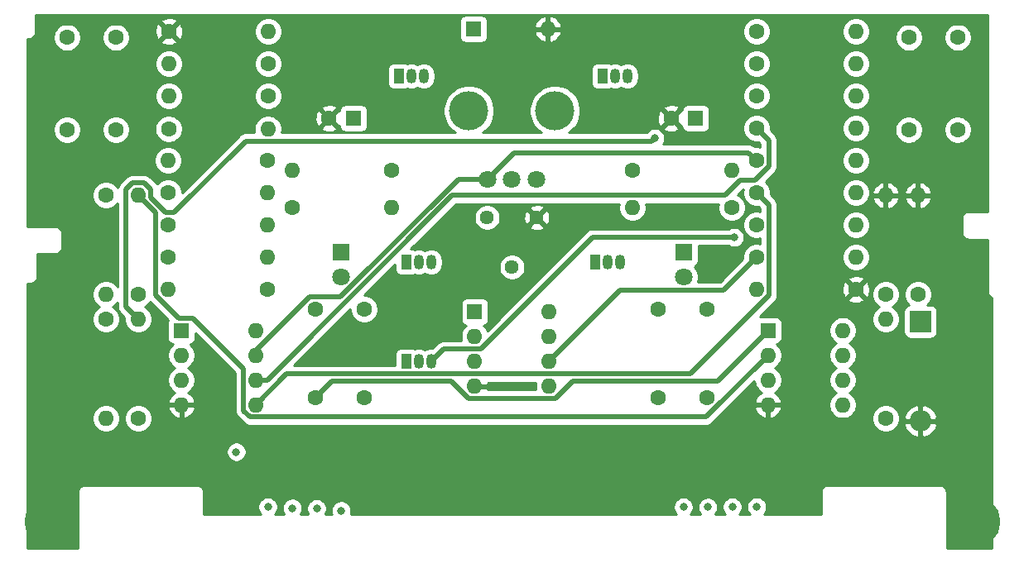
<source format=gbr>
G04 #@! TF.GenerationSoftware,KiCad,Pcbnew,(5.1.7)-1*
G04 #@! TF.CreationDate,2021-07-20T19:06:59-05:00*
G04 #@! TF.ProjectId,ConsolePedalPhaser,436f6e73-6f6c-4655-9065-64616c506861,rev?*
G04 #@! TF.SameCoordinates,Original*
G04 #@! TF.FileFunction,Copper,L2,Inr*
G04 #@! TF.FilePolarity,Positive*
%FSLAX46Y46*%
G04 Gerber Fmt 4.6, Leading zero omitted, Abs format (unit mm)*
G04 Created by KiCad (PCBNEW (5.1.7)-1) date 2021-07-20 19:06:59*
%MOMM*%
%LPD*%
G01*
G04 APERTURE LIST*
G04 #@! TA.AperFunction,ComponentPad*
%ADD10R,1.800000X1.800000*%
G04 #@! TD*
G04 #@! TA.AperFunction,ComponentPad*
%ADD11C,1.800000*%
G04 #@! TD*
G04 #@! TA.AperFunction,ComponentPad*
%ADD12C,5.000000*%
G04 #@! TD*
G04 #@! TA.AperFunction,ComponentPad*
%ADD13C,1.600000*%
G04 #@! TD*
G04 #@! TA.AperFunction,ComponentPad*
%ADD14O,1.600000X1.600000*%
G04 #@! TD*
G04 #@! TA.AperFunction,ComponentPad*
%ADD15R,1.600000X1.600000*%
G04 #@! TD*
G04 #@! TA.AperFunction,ComponentPad*
%ADD16R,2.200000X2.200000*%
G04 #@! TD*
G04 #@! TA.AperFunction,ComponentPad*
%ADD17O,2.200000X2.200000*%
G04 #@! TD*
G04 #@! TA.AperFunction,ComponentPad*
%ADD18R,1.050000X1.500000*%
G04 #@! TD*
G04 #@! TA.AperFunction,ComponentPad*
%ADD19O,1.050000X1.500000*%
G04 #@! TD*
G04 #@! TA.AperFunction,WasherPad*
%ADD20C,4.000000*%
G04 #@! TD*
G04 #@! TA.AperFunction,ComponentPad*
%ADD21C,1.440000*%
G04 #@! TD*
G04 #@! TA.AperFunction,ViaPad*
%ADD22C,0.800000*%
G04 #@! TD*
G04 #@! TA.AperFunction,Conductor*
%ADD23C,0.500000*%
G04 #@! TD*
G04 #@! TA.AperFunction,Conductor*
%ADD24C,0.254000*%
G04 #@! TD*
G04 #@! TA.AperFunction,Conductor*
%ADD25C,0.100000*%
G04 #@! TD*
G04 APERTURE END LIST*
D10*
G04 #@! TO.N,Net-(D3-Pad1)*
G04 #@! TO.C,D3*
X115250000Y-95000000D03*
D11*
G04 #@! TO.N,/LEDPower*
X115250000Y-97540000D03*
G04 #@! TD*
G04 #@! TO.N,/LEDPower*
G04 #@! TO.C,D4*
X150250000Y-97540000D03*
D10*
G04 #@! TO.N,Net-(D3-Pad1)*
X150250000Y-95000000D03*
G04 #@! TD*
D12*
G04 #@! TO.N,GND*
G04 #@! TO.C,H1*
X85350000Y-122600000D03*
G04 #@! TD*
G04 #@! TO.N,GND*
G04 #@! TO.C,H2*
X180150000Y-122600000D03*
G04 #@! TD*
D13*
G04 #@! TO.N,GND*
G04 #@! TO.C,R29*
X167894000Y-98806000D03*
D14*
G04 #@! TO.N,Net-(D3-Pad1)*
X157734000Y-98806000D03*
G04 #@! TD*
D13*
G04 #@! TO.N,/Input*
G04 #@! TO.C,C1*
X87202000Y-73006000D03*
G04 #@! TO.N,Net-(C1-Pad1)*
X92202000Y-73006000D03*
G04 #@! TD*
G04 #@! TO.N,Net-(C2-Pad2)*
G04 #@! TO.C,C2*
X87202000Y-82442000D03*
G04 #@! TO.N,Net-(C2-Pad1)*
X92202000Y-82442000D03*
G04 #@! TD*
G04 #@! TO.N,Net-(C3-Pad1)*
G04 #@! TO.C,C3*
X152654000Y-100844400D03*
G04 #@! TO.N,Net-(C3-Pad2)*
X147654000Y-100844400D03*
G04 #@! TD*
G04 #@! TO.N,Net-(C4-Pad2)*
G04 #@! TO.C,C4*
X147654000Y-109874000D03*
G04 #@! TO.N,Net-(C4-Pad1)*
X152654000Y-109874000D03*
G04 #@! TD*
G04 #@! TO.N,Net-(C5-Pad1)*
G04 #@! TO.C,C5*
X117602000Y-109874000D03*
G04 #@! TO.N,Net-(C5-Pad2)*
X112602000Y-109874000D03*
G04 #@! TD*
G04 #@! TO.N,/Output*
G04 #@! TO.C,C6*
X117602000Y-100844400D03*
G04 #@! TO.N,Net-(C6-Pad2)*
X112602000Y-100844400D03*
G04 #@! TD*
G04 #@! TO.N,GND*
G04 #@! TO.C,C7*
X149000000Y-81280000D03*
D15*
G04 #@! TO.N,+5V*
X151500000Y-81280000D03*
G04 #@! TD*
D13*
G04 #@! TO.N,+5V*
G04 #@! TO.C,C8*
X178291500Y-82442000D03*
G04 #@! TO.N,/VBIAS*
X173291500Y-82442000D03*
G04 #@! TD*
G04 #@! TO.N,Net-(C9-Pad2)*
G04 #@! TO.C,C9*
X173308000Y-73006000D03*
G04 #@! TO.N,Net-(C9-Pad1)*
X178308000Y-73006000D03*
G04 #@! TD*
D15*
G04 #@! TO.N,Net-(C10-Pad1)*
G04 #@! TO.C,C10*
X116500000Y-81280000D03*
D13*
G04 #@! TO.N,GND*
X114000000Y-81280000D03*
G04 #@! TD*
D16*
G04 #@! TO.N,+5V*
G04 #@! TO.C,D1*
X174498000Y-102108000D03*
D17*
G04 #@! TO.N,GND*
X174498000Y-112268000D03*
G04 #@! TD*
D15*
G04 #@! TO.N,+5V*
G04 #@! TO.C,D2*
X128778000Y-72136000D03*
D14*
G04 #@! TO.N,GND*
X136398000Y-72136000D03*
G04 #@! TD*
D18*
G04 #@! TO.N,Net-(C2-Pad1)*
G04 #@! TO.C,Q1*
X121158000Y-76962000D03*
D19*
G04 #@! TO.N,/VBIAS*
X123698000Y-76962000D03*
G04 #@! TO.N,+5V*
X122428000Y-76962000D03*
G04 #@! TD*
G04 #@! TO.N,+5V*
G04 #@! TO.C,Q2*
X143256000Y-76962000D03*
G04 #@! TO.N,/VBIAS*
X144526000Y-76962000D03*
D18*
G04 #@! TO.N,Net-(C3-Pad1)*
X141986000Y-76962000D03*
G04 #@! TD*
D19*
G04 #@! TO.N,+5V*
G04 #@! TO.C,Q3*
X123190000Y-96012000D03*
G04 #@! TO.N,/VBIAS*
X124460000Y-96012000D03*
D18*
G04 #@! TO.N,Net-(C4-Pad1)*
X121920000Y-96012000D03*
G04 #@! TD*
D19*
G04 #@! TO.N,+5V*
G04 #@! TO.C,Q4*
X142494000Y-96012000D03*
G04 #@! TO.N,/VBIAS*
X143764000Y-96012000D03*
D18*
G04 #@! TO.N,Net-(C5-Pad1)*
X141224000Y-96012000D03*
G04 #@! TD*
G04 #@! TO.N,+5V*
G04 #@! TO.C,Q5*
X121920000Y-106172000D03*
D19*
G04 #@! TO.N,Net-(C6-Pad2)*
X124460000Y-106172000D03*
G04 #@! TO.N,Net-(Q5-Pad2)*
X123190000Y-106172000D03*
G04 #@! TD*
D13*
G04 #@! TO.N,GND*
G04 #@! TO.C,R1*
X97635000Y-72390000D03*
D14*
G04 #@! TO.N,/Input*
X107795000Y-72390000D03*
G04 #@! TD*
G04 #@! TO.N,Net-(R2-Pad2)*
G04 #@! TO.C,R2*
X97635000Y-75692000D03*
D13*
G04 #@! TO.N,Net-(C1-Pad1)*
X107795000Y-75692000D03*
G04 #@! TD*
D14*
G04 #@! TO.N,Net-(R2-Pad2)*
G04 #@! TO.C,R3*
X97635000Y-78994000D03*
D13*
G04 #@! TO.N,+5V*
X107795000Y-78994000D03*
G04 #@! TD*
G04 #@! TO.N,Net-(C2-Pad2)*
G04 #@! TO.C,R4*
X97599500Y-82359500D03*
D14*
G04 #@! TO.N,Net-(R4-Pad2)*
X107759500Y-82359500D03*
G04 #@! TD*
G04 #@! TO.N,Net-(C3-Pad2)*
G04 #@! TO.C,R5*
X97536000Y-85598000D03*
D13*
G04 #@! TO.N,Net-(R4-Pad2)*
X107696000Y-85598000D03*
G04 #@! TD*
G04 #@! TO.N,Net-(C2-Pad1)*
G04 #@! TO.C,R6*
X97536000Y-88900000D03*
D14*
G04 #@! TO.N,+5V*
X107696000Y-88900000D03*
G04 #@! TD*
D13*
G04 #@! TO.N,Net-(C3-Pad1)*
G04 #@! TO.C,R7*
X97536000Y-92202000D03*
D14*
G04 #@! TO.N,+5V*
X107696000Y-92202000D03*
G04 #@! TD*
G04 #@! TO.N,Net-(R28-Pad1)*
G04 #@! TO.C,R8*
X107696000Y-95504000D03*
D13*
G04 #@! TO.N,Net-(C3-Pad2)*
X97536000Y-95504000D03*
G04 #@! TD*
G04 #@! TO.N,Net-(R28-Pad1)*
G04 #@! TO.C,R9*
X107696000Y-98806000D03*
D14*
G04 #@! TO.N,Net-(C4-Pad2)*
X97536000Y-98806000D03*
G04 #@! TD*
D13*
G04 #@! TO.N,Net-(C4-Pad2)*
G04 #@! TO.C,R10*
X94488000Y-99314000D03*
D14*
G04 #@! TO.N,Net-(R10-Pad2)*
X94488000Y-89154000D03*
G04 #@! TD*
G04 #@! TO.N,+5V*
G04 #@! TO.C,R11*
X110236000Y-86614000D03*
D13*
G04 #@! TO.N,Net-(C4-Pad1)*
X120396000Y-86614000D03*
G04 #@! TD*
G04 #@! TO.N,Net-(R10-Pad2)*
G04 #@! TO.C,R12*
X91186000Y-89154000D03*
D14*
G04 #@! TO.N,Net-(C5-Pad2)*
X91186000Y-99314000D03*
G04 #@! TD*
D13*
G04 #@! TO.N,Net-(C5-Pad2)*
G04 #@! TO.C,R13*
X91186000Y-101854000D03*
D14*
G04 #@! TO.N,Net-(R13-Pad2)*
X91186000Y-112014000D03*
G04 #@! TD*
G04 #@! TO.N,Net-(R14-Pad2)*
G04 #@! TO.C,R14*
X94488000Y-101854000D03*
D13*
G04 #@! TO.N,Net-(R13-Pad2)*
X94488000Y-112014000D03*
G04 #@! TD*
G04 #@! TO.N,Net-(C5-Pad1)*
G04 #@! TO.C,R15*
X170942000Y-112014000D03*
D14*
G04 #@! TO.N,+5V*
X170942000Y-101854000D03*
G04 #@! TD*
G04 #@! TO.N,Net-(Q5-Pad2)*
G04 #@! TO.C,R16*
X120396000Y-90424000D03*
D13*
G04 #@! TO.N,Net-(C2-Pad2)*
X110236000Y-90424000D03*
G04 #@! TD*
G04 #@! TO.N,Net-(R14-Pad2)*
G04 #@! TO.C,R17*
X155194000Y-90424000D03*
D14*
G04 #@! TO.N,Net-(Q5-Pad2)*
X145034000Y-90424000D03*
G04 #@! TD*
G04 #@! TO.N,GND*
G04 #@! TO.C,R18*
X174244000Y-89154000D03*
D13*
G04 #@! TO.N,Net-(C6-Pad2)*
X174244000Y-99314000D03*
G04 #@! TD*
D14*
G04 #@! TO.N,GND*
G04 #@! TO.C,R19*
X170942000Y-89154000D03*
D13*
G04 #@! TO.N,/Output*
X170942000Y-99314000D03*
G04 #@! TD*
G04 #@! TO.N,+9V*
G04 #@! TO.C,R20*
X145034000Y-86614000D03*
D14*
G04 #@! TO.N,+5V*
X155194000Y-86614000D03*
G04 #@! TD*
G04 #@! TO.N,Net-(C10-Pad1)*
G04 #@! TO.C,R21*
X167894000Y-72390000D03*
D13*
G04 #@! TO.N,/VBIAS*
X157734000Y-72390000D03*
G04 #@! TD*
D14*
G04 #@! TO.N,/VBIAS*
G04 #@! TO.C,R22*
X167894000Y-75692000D03*
D13*
G04 #@! TO.N,Net-(R22-Pad1)*
X157734000Y-75692000D03*
G04 #@! TD*
D14*
G04 #@! TO.N,Net-(C10-Pad1)*
G04 #@! TO.C,R23*
X167894000Y-78994000D03*
D13*
G04 #@! TO.N,Net-(R23-Pad1)*
X157734000Y-78994000D03*
G04 #@! TD*
G04 #@! TO.N,Net-(C9-Pad2)*
G04 #@! TO.C,R24*
X157734000Y-82296000D03*
D14*
G04 #@! TO.N,Net-(C10-Pad1)*
X167894000Y-82296000D03*
G04 #@! TD*
G04 #@! TO.N,Net-(R25-Pad2)*
G04 #@! TO.C,R25*
X167894000Y-85598000D03*
D13*
G04 #@! TO.N,Net-(C9-Pad1)*
X157734000Y-85598000D03*
G04 #@! TD*
G04 #@! TO.N,Net-(R25-Pad2)*
G04 #@! TO.C,R26*
X157734000Y-88900000D03*
D14*
G04 #@! TO.N,+5V*
X167894000Y-88900000D03*
G04 #@! TD*
D13*
G04 #@! TO.N,Net-(Q5-Pad2)*
G04 #@! TO.C,R27*
X157734000Y-92202000D03*
D14*
G04 #@! TO.N,Net-(C6-Pad2)*
X167894000Y-92202000D03*
G04 #@! TD*
G04 #@! TO.N,Net-(R14-Pad2)*
G04 #@! TO.C,R28*
X167894000Y-95504000D03*
D13*
G04 #@! TO.N,Net-(R28-Pad1)*
X157734000Y-95504000D03*
G04 #@! TD*
D11*
G04 #@! TO.N,Net-(C9-Pad1)*
G04 #@! TO.C,RV1*
X130215000Y-87500000D03*
G04 #@! TO.N,Net-(R23-Pad1)*
X132715000Y-87500000D03*
X135215000Y-87500000D03*
D20*
G04 #@! TO.N,*
X128315000Y-80500000D03*
X137115000Y-80500000D03*
G04 #@! TD*
D14*
G04 #@! TO.N,+9V*
G04 #@! TO.C,U1*
X106525000Y-103000000D03*
G04 #@! TO.N,GND*
X98905000Y-110620000D03*
G04 #@! TO.N,Net-(C9-Pad1)*
X106525000Y-105540000D03*
G04 #@! TO.N,Net-(R2-Pad2)*
X98905000Y-108080000D03*
G04 #@! TO.N,Net-(C9-Pad2)*
X106525000Y-108080000D03*
G04 #@! TO.N,Net-(C2-Pad2)*
X98905000Y-105540000D03*
G04 #@! TO.N,Net-(R25-Pad2)*
X106525000Y-110620000D03*
D15*
G04 #@! TO.N,Net-(C2-Pad2)*
X98905000Y-103000000D03*
G04 #@! TD*
G04 #@! TO.N,Net-(C3-Pad2)*
G04 #@! TO.C,U2*
X128905000Y-101092000D03*
D14*
G04 #@! TO.N,Net-(C3-Pad1)*
X136525000Y-108712000D03*
G04 #@! TO.N,Net-(R4-Pad2)*
X128905000Y-103632000D03*
G04 #@! TO.N,Net-(R28-Pad1)*
X136525000Y-106172000D03*
G04 #@! TO.N,Net-(C2-Pad1)*
X128905000Y-106172000D03*
G04 #@! TO.N,Net-(C4-Pad2)*
X136525000Y-103632000D03*
G04 #@! TO.N,GND*
X128905000Y-108712000D03*
G04 #@! TO.N,+9V*
X136525000Y-101092000D03*
G04 #@! TD*
D15*
G04 #@! TO.N,Net-(C5-Pad2)*
G04 #@! TO.C,U3*
X158905000Y-103000000D03*
D14*
G04 #@! TO.N,Net-(C5-Pad1)*
X166525000Y-110620000D03*
G04 #@! TO.N,Net-(R10-Pad2)*
X158905000Y-105540000D03*
G04 #@! TO.N,Net-(R13-Pad2)*
X166525000Y-108080000D03*
G04 #@! TO.N,Net-(C4-Pad1)*
X158905000Y-108080000D03*
G04 #@! TO.N,Net-(R14-Pad2)*
X166525000Y-105540000D03*
G04 #@! TO.N,GND*
X158905000Y-110620000D03*
G04 #@! TO.N,+9V*
X166525000Y-103000000D03*
G04 #@! TD*
D21*
G04 #@! TO.N,GND*
G04 #@! TO.C,RV2*
X135255000Y-91440000D03*
G04 #@! TO.N,Net-(R22-Pad1)*
X132715000Y-96520000D03*
G04 #@! TO.N,+5V*
X130175000Y-91440000D03*
G04 #@! TD*
D22*
G04 #@! TO.N,GND*
X105250000Y-120979000D03*
X160250000Y-120988000D03*
X102750000Y-121038000D03*
X162750000Y-120967000D03*
G04 #@! TO.N,/LEDPower*
X115250000Y-121454000D03*
X150250000Y-121073000D03*
G04 #@! TO.N,/Input*
X107750000Y-121066000D03*
X157750000Y-121066000D03*
G04 #@! TO.N,/Output*
X110250000Y-121195000D03*
X155250000Y-121068000D03*
X104521000Y-115443000D03*
G04 #@! TO.N,+9V*
X112750000Y-121235000D03*
X152750000Y-121108000D03*
G04 #@! TO.N,Net-(C6-Pad2)*
X155448000Y-93472000D03*
G04 #@! TO.N,Net-(R14-Pad2)*
X147320000Y-83312000D03*
G04 #@! TD*
D23*
G04 #@! TO.N,Net-(C5-Pad2)*
X114313991Y-108162009D02*
X112602000Y-109874000D01*
X128304999Y-109962001D02*
X126505007Y-108162009D01*
X137125001Y-109962001D02*
X128304999Y-109962001D01*
X126505007Y-108162009D02*
X114313991Y-108162009D01*
X138924993Y-108162009D02*
X137125001Y-109962001D01*
X153742991Y-108162009D02*
X138924993Y-108162009D01*
X158905000Y-103000000D02*
X153742991Y-108162009D01*
G04 #@! TO.N,Net-(C6-Pad2)*
X140955000Y-93472000D02*
X155448000Y-93472000D01*
X129505001Y-104921999D02*
X140955000Y-93472000D01*
X125710001Y-104921999D02*
X129505001Y-104921999D01*
X124460000Y-106172000D02*
X125710001Y-104921999D01*
G04 #@! TO.N,Net-(C9-Pad2)*
X107697964Y-108080000D02*
X106525000Y-108080000D01*
X126603965Y-89173999D02*
X107697964Y-108080000D01*
X156008003Y-87649999D02*
X154484003Y-89173999D01*
X154484003Y-89173999D02*
X126603965Y-89173999D01*
X157532003Y-87649999D02*
X156008003Y-87649999D01*
X158984001Y-86198001D02*
X157532003Y-87649999D01*
X158984001Y-83546001D02*
X158984001Y-86198001D01*
X157734000Y-82296000D02*
X158984001Y-83546001D01*
G04 #@! TO.N,Net-(C9-Pad1)*
X156934001Y-84798001D02*
X157734000Y-85598000D01*
X132916999Y-84798001D02*
X156934001Y-84798001D01*
X130215000Y-87500000D02*
X132916999Y-84798001D01*
X106525000Y-105071398D02*
X106525000Y-105540000D01*
X112001999Y-99594399D02*
X106525000Y-105071398D01*
X115193603Y-99594399D02*
X112001999Y-99594399D01*
X127288002Y-87500000D02*
X115193603Y-99594399D01*
X130215000Y-87500000D02*
X127288002Y-87500000D01*
G04 #@! TO.N,Net-(R28-Pad1)*
X143806999Y-98890001D02*
X136525000Y-106172000D01*
X154347999Y-98890001D02*
X143806999Y-98890001D01*
X157734000Y-95504000D02*
X154347999Y-98890001D01*
G04 #@! TO.N,Net-(R10-Pad2)*
X152574999Y-111870001D02*
X158905000Y-105540000D01*
X105274999Y-111220001D02*
X105924999Y-111870001D01*
X105274999Y-106959997D02*
X105274999Y-111220001D01*
X100065001Y-101749999D02*
X105274999Y-106959997D01*
X98629997Y-101749999D02*
X100065001Y-101749999D01*
X96285999Y-90951999D02*
X96285999Y-99406001D01*
X105924999Y-111870001D02*
X152574999Y-111870001D01*
X96285999Y-99406001D02*
X98629997Y-101749999D01*
X94488000Y-89154000D02*
X96285999Y-90951999D01*
G04 #@! TO.N,Net-(R14-Pad2)*
X105478499Y-83609501D02*
X147022499Y-83609501D01*
X98136001Y-90951999D02*
X105478499Y-83609501D01*
X95738001Y-89414038D02*
X97275962Y-90951999D01*
X97275962Y-90951999D02*
X98136001Y-90951999D01*
X95738001Y-88553999D02*
X95738001Y-89414038D01*
X93887999Y-87903999D02*
X95088001Y-87903999D01*
X93237999Y-88553999D02*
X93887999Y-87903999D01*
X147022499Y-83609501D02*
X147320000Y-83312000D01*
X93237999Y-100603999D02*
X93237999Y-88553999D01*
X95088001Y-87903999D02*
X95738001Y-88553999D01*
X94488000Y-101854000D02*
X93237999Y-100603999D01*
G04 #@! TO.N,Net-(R25-Pad2)*
X158984001Y-99406001D02*
X158984001Y-90150001D01*
X150928003Y-107461999D02*
X158984001Y-99406001D01*
X158984001Y-90150001D02*
X157734000Y-88900000D01*
X109683001Y-107461999D02*
X150928003Y-107461999D01*
X106525000Y-110620000D02*
X109683001Y-107461999D01*
G04 #@! TD*
D24*
G04 #@! TO.N,GND*
X181323001Y-90823000D02*
X179433252Y-90823000D01*
X179400000Y-90819725D01*
X179366748Y-90823000D01*
X179267285Y-90832796D01*
X179139670Y-90871508D01*
X179022059Y-90934372D01*
X178918973Y-91018973D01*
X178834372Y-91122059D01*
X178771508Y-91239670D01*
X178732796Y-91367285D01*
X178719725Y-91500000D01*
X178723001Y-91533262D01*
X178723000Y-92966747D01*
X178719725Y-93000000D01*
X178732796Y-93132715D01*
X178771508Y-93260330D01*
X178834372Y-93377941D01*
X178918973Y-93481027D01*
X179022059Y-93565628D01*
X179139670Y-93628492D01*
X179267285Y-93667204D01*
X179400000Y-93680275D01*
X179433252Y-93677000D01*
X181323000Y-93677000D01*
X181323001Y-98966738D01*
X181319725Y-99000000D01*
X181332796Y-99132715D01*
X181371508Y-99260330D01*
X181434372Y-99377941D01*
X181518973Y-99481027D01*
X181622059Y-99565628D01*
X181739670Y-99628492D01*
X181823001Y-99653770D01*
X181823000Y-125323000D01*
X177177000Y-125323000D01*
X177177000Y-119533252D01*
X177180275Y-119500000D01*
X177167204Y-119367285D01*
X177128492Y-119239670D01*
X177065628Y-119122059D01*
X176981027Y-119018973D01*
X176877941Y-118934372D01*
X176760330Y-118871508D01*
X176632715Y-118832796D01*
X176533252Y-118823000D01*
X176500000Y-118819725D01*
X176466748Y-118823000D01*
X165033252Y-118823000D01*
X165000000Y-118819725D01*
X164966748Y-118823000D01*
X164867285Y-118832796D01*
X164739670Y-118871508D01*
X164622059Y-118934372D01*
X164518973Y-119018973D01*
X164434372Y-119122059D01*
X164371508Y-119239670D01*
X164332796Y-119367285D01*
X164319725Y-119500000D01*
X164323001Y-119533262D01*
X164323001Y-121793000D01*
X158475397Y-121793000D01*
X158547723Y-121720674D01*
X158660115Y-121552467D01*
X158737533Y-121365565D01*
X158777000Y-121167151D01*
X158777000Y-120964849D01*
X158737533Y-120766435D01*
X158660115Y-120579533D01*
X158547723Y-120411326D01*
X158404674Y-120268277D01*
X158236467Y-120155885D01*
X158049565Y-120078467D01*
X157851151Y-120039000D01*
X157648849Y-120039000D01*
X157450435Y-120078467D01*
X157263533Y-120155885D01*
X157095326Y-120268277D01*
X156952277Y-120411326D01*
X156839885Y-120579533D01*
X156762467Y-120766435D01*
X156723000Y-120964849D01*
X156723000Y-121167151D01*
X156762467Y-121365565D01*
X156839885Y-121552467D01*
X156952277Y-121720674D01*
X157024603Y-121793000D01*
X155977397Y-121793000D01*
X156047723Y-121722674D01*
X156160115Y-121554467D01*
X156237533Y-121367565D01*
X156277000Y-121169151D01*
X156277000Y-120966849D01*
X156237533Y-120768435D01*
X156160115Y-120581533D01*
X156047723Y-120413326D01*
X155904674Y-120270277D01*
X155736467Y-120157885D01*
X155549565Y-120080467D01*
X155351151Y-120041000D01*
X155148849Y-120041000D01*
X154950435Y-120080467D01*
X154763533Y-120157885D01*
X154595326Y-120270277D01*
X154452277Y-120413326D01*
X154339885Y-120581533D01*
X154262467Y-120768435D01*
X154223000Y-120966849D01*
X154223000Y-121169151D01*
X154262467Y-121367565D01*
X154339885Y-121554467D01*
X154452277Y-121722674D01*
X154522603Y-121793000D01*
X153517397Y-121793000D01*
X153547723Y-121762674D01*
X153660115Y-121594467D01*
X153737533Y-121407565D01*
X153777000Y-121209151D01*
X153777000Y-121006849D01*
X153737533Y-120808435D01*
X153660115Y-120621533D01*
X153547723Y-120453326D01*
X153404674Y-120310277D01*
X153236467Y-120197885D01*
X153049565Y-120120467D01*
X152851151Y-120081000D01*
X152648849Y-120081000D01*
X152450435Y-120120467D01*
X152263533Y-120197885D01*
X152095326Y-120310277D01*
X151952277Y-120453326D01*
X151839885Y-120621533D01*
X151762467Y-120808435D01*
X151723000Y-121006849D01*
X151723000Y-121209151D01*
X151762467Y-121407565D01*
X151839885Y-121594467D01*
X151952277Y-121762674D01*
X151982603Y-121793000D01*
X150982397Y-121793000D01*
X151047723Y-121727674D01*
X151160115Y-121559467D01*
X151237533Y-121372565D01*
X151277000Y-121174151D01*
X151277000Y-120971849D01*
X151237533Y-120773435D01*
X151160115Y-120586533D01*
X151047723Y-120418326D01*
X150904674Y-120275277D01*
X150736467Y-120162885D01*
X150549565Y-120085467D01*
X150351151Y-120046000D01*
X150148849Y-120046000D01*
X149950435Y-120085467D01*
X149763533Y-120162885D01*
X149595326Y-120275277D01*
X149452277Y-120418326D01*
X149339885Y-120586533D01*
X149262467Y-120773435D01*
X149223000Y-120971849D01*
X149223000Y-121174151D01*
X149262467Y-121372565D01*
X149339885Y-121559467D01*
X149452277Y-121727674D01*
X149517603Y-121793000D01*
X116221198Y-121793000D01*
X116237533Y-121753565D01*
X116277000Y-121555151D01*
X116277000Y-121352849D01*
X116237533Y-121154435D01*
X116160115Y-120967533D01*
X116047723Y-120799326D01*
X115904674Y-120656277D01*
X115736467Y-120543885D01*
X115549565Y-120466467D01*
X115351151Y-120427000D01*
X115148849Y-120427000D01*
X114950435Y-120466467D01*
X114763533Y-120543885D01*
X114595326Y-120656277D01*
X114452277Y-120799326D01*
X114339885Y-120967533D01*
X114262467Y-121154435D01*
X114223000Y-121352849D01*
X114223000Y-121555151D01*
X114262467Y-121753565D01*
X114278802Y-121793000D01*
X113612318Y-121793000D01*
X113660115Y-121721467D01*
X113737533Y-121534565D01*
X113777000Y-121336151D01*
X113777000Y-121133849D01*
X113737533Y-120935435D01*
X113660115Y-120748533D01*
X113547723Y-120580326D01*
X113404674Y-120437277D01*
X113236467Y-120324885D01*
X113049565Y-120247467D01*
X112851151Y-120208000D01*
X112648849Y-120208000D01*
X112450435Y-120247467D01*
X112263533Y-120324885D01*
X112095326Y-120437277D01*
X111952277Y-120580326D01*
X111839885Y-120748533D01*
X111762467Y-120935435D01*
X111723000Y-121133849D01*
X111723000Y-121336151D01*
X111762467Y-121534565D01*
X111839885Y-121721467D01*
X111887682Y-121793000D01*
X111085591Y-121793000D01*
X111160115Y-121681467D01*
X111237533Y-121494565D01*
X111277000Y-121296151D01*
X111277000Y-121093849D01*
X111237533Y-120895435D01*
X111160115Y-120708533D01*
X111047723Y-120540326D01*
X110904674Y-120397277D01*
X110736467Y-120284885D01*
X110549565Y-120207467D01*
X110351151Y-120168000D01*
X110148849Y-120168000D01*
X109950435Y-120207467D01*
X109763533Y-120284885D01*
X109595326Y-120397277D01*
X109452277Y-120540326D01*
X109339885Y-120708533D01*
X109262467Y-120895435D01*
X109223000Y-121093849D01*
X109223000Y-121296151D01*
X109262467Y-121494565D01*
X109339885Y-121681467D01*
X109414409Y-121793000D01*
X108475397Y-121793000D01*
X108547723Y-121720674D01*
X108660115Y-121552467D01*
X108737533Y-121365565D01*
X108777000Y-121167151D01*
X108777000Y-120964849D01*
X108737533Y-120766435D01*
X108660115Y-120579533D01*
X108547723Y-120411326D01*
X108404674Y-120268277D01*
X108236467Y-120155885D01*
X108049565Y-120078467D01*
X107851151Y-120039000D01*
X107648849Y-120039000D01*
X107450435Y-120078467D01*
X107263533Y-120155885D01*
X107095326Y-120268277D01*
X106952277Y-120411326D01*
X106839885Y-120579533D01*
X106762467Y-120766435D01*
X106723000Y-120964849D01*
X106723000Y-121167151D01*
X106762467Y-121365565D01*
X106839885Y-121552467D01*
X106952277Y-121720674D01*
X107024603Y-121793000D01*
X101177000Y-121793000D01*
X101177000Y-119533252D01*
X101180275Y-119500000D01*
X101167204Y-119367285D01*
X101128492Y-119239670D01*
X101065628Y-119122059D01*
X100981027Y-119018973D01*
X100877941Y-118934372D01*
X100760330Y-118871508D01*
X100632715Y-118832796D01*
X100533252Y-118823000D01*
X100500000Y-118819725D01*
X100466748Y-118823000D01*
X89033252Y-118823000D01*
X89000000Y-118819725D01*
X88966748Y-118823000D01*
X88867285Y-118832796D01*
X88739670Y-118871508D01*
X88622059Y-118934372D01*
X88518973Y-119018973D01*
X88434372Y-119122059D01*
X88371508Y-119239670D01*
X88332796Y-119367285D01*
X88319725Y-119500000D01*
X88323000Y-119533252D01*
X88323001Y-125323000D01*
X83177000Y-125323000D01*
X83177000Y-115341849D01*
X103494000Y-115341849D01*
X103494000Y-115544151D01*
X103533467Y-115742565D01*
X103610885Y-115929467D01*
X103723277Y-116097674D01*
X103866326Y-116240723D01*
X104034533Y-116353115D01*
X104221435Y-116430533D01*
X104419849Y-116470000D01*
X104622151Y-116470000D01*
X104820565Y-116430533D01*
X105007467Y-116353115D01*
X105175674Y-116240723D01*
X105318723Y-116097674D01*
X105431115Y-115929467D01*
X105508533Y-115742565D01*
X105548000Y-115544151D01*
X105548000Y-115341849D01*
X105508533Y-115143435D01*
X105431115Y-114956533D01*
X105318723Y-114788326D01*
X105175674Y-114645277D01*
X105007467Y-114532885D01*
X104820565Y-114455467D01*
X104622151Y-114416000D01*
X104419849Y-114416000D01*
X104221435Y-114455467D01*
X104034533Y-114532885D01*
X103866326Y-114645277D01*
X103723277Y-114788326D01*
X103610885Y-114956533D01*
X103533467Y-115143435D01*
X103494000Y-115341849D01*
X83177000Y-115341849D01*
X83177000Y-111873453D01*
X89759000Y-111873453D01*
X89759000Y-112154547D01*
X89813838Y-112430241D01*
X89921409Y-112689938D01*
X90077576Y-112923660D01*
X90276340Y-113122424D01*
X90510062Y-113278591D01*
X90769759Y-113386162D01*
X91045453Y-113441000D01*
X91326547Y-113441000D01*
X91602241Y-113386162D01*
X91861938Y-113278591D01*
X92095660Y-113122424D01*
X92294424Y-112923660D01*
X92450591Y-112689938D01*
X92558162Y-112430241D01*
X92613000Y-112154547D01*
X92613000Y-111873453D01*
X93061000Y-111873453D01*
X93061000Y-112154547D01*
X93115838Y-112430241D01*
X93223409Y-112689938D01*
X93379576Y-112923660D01*
X93578340Y-113122424D01*
X93812062Y-113278591D01*
X94071759Y-113386162D01*
X94347453Y-113441000D01*
X94628547Y-113441000D01*
X94904241Y-113386162D01*
X95163938Y-113278591D01*
X95397660Y-113122424D01*
X95596424Y-112923660D01*
X95752591Y-112689938D01*
X95860162Y-112430241D01*
X95915000Y-112154547D01*
X95915000Y-111873453D01*
X95860162Y-111597759D01*
X95752591Y-111338062D01*
X95596424Y-111104340D01*
X95461123Y-110969039D01*
X97513096Y-110969039D01*
X97553754Y-111103087D01*
X97673963Y-111357420D01*
X97841481Y-111583414D01*
X98049869Y-111772385D01*
X98291119Y-111917070D01*
X98555960Y-112011909D01*
X98778000Y-111890624D01*
X98778000Y-110747000D01*
X99032000Y-110747000D01*
X99032000Y-111890624D01*
X99254040Y-112011909D01*
X99518881Y-111917070D01*
X99760131Y-111772385D01*
X99968519Y-111583414D01*
X100136037Y-111357420D01*
X100256246Y-111103087D01*
X100296904Y-110969039D01*
X100174915Y-110747000D01*
X99032000Y-110747000D01*
X98778000Y-110747000D01*
X97635085Y-110747000D01*
X97513096Y-110969039D01*
X95461123Y-110969039D01*
X95397660Y-110905576D01*
X95163938Y-110749409D01*
X94904241Y-110641838D01*
X94628547Y-110587000D01*
X94347453Y-110587000D01*
X94071759Y-110641838D01*
X93812062Y-110749409D01*
X93578340Y-110905576D01*
X93379576Y-111104340D01*
X93223409Y-111338062D01*
X93115838Y-111597759D01*
X93061000Y-111873453D01*
X92613000Y-111873453D01*
X92558162Y-111597759D01*
X92450591Y-111338062D01*
X92294424Y-111104340D01*
X92095660Y-110905576D01*
X91861938Y-110749409D01*
X91602241Y-110641838D01*
X91326547Y-110587000D01*
X91045453Y-110587000D01*
X90769759Y-110641838D01*
X90510062Y-110749409D01*
X90276340Y-110905576D01*
X90077576Y-111104340D01*
X89921409Y-111338062D01*
X89813838Y-111597759D01*
X89759000Y-111873453D01*
X83177000Y-111873453D01*
X83177000Y-98177000D01*
X83466748Y-98177000D01*
X83500000Y-98180275D01*
X83533252Y-98177000D01*
X83632715Y-98167204D01*
X83760330Y-98128492D01*
X83877941Y-98065628D01*
X83981027Y-97981027D01*
X84065628Y-97877941D01*
X84128492Y-97760330D01*
X84167204Y-97632715D01*
X84180275Y-97500000D01*
X84177000Y-97466748D01*
X84177000Y-95177000D01*
X85966748Y-95177000D01*
X86000000Y-95180275D01*
X86033252Y-95177000D01*
X86132715Y-95167204D01*
X86260330Y-95128492D01*
X86377941Y-95065628D01*
X86481027Y-94981027D01*
X86565628Y-94877941D01*
X86628492Y-94760330D01*
X86667204Y-94632715D01*
X86680275Y-94500000D01*
X86677000Y-94466748D01*
X86677000Y-93033251D01*
X86680275Y-93000000D01*
X86667204Y-92867285D01*
X86628492Y-92739670D01*
X86565628Y-92622059D01*
X86481027Y-92518973D01*
X86377941Y-92434372D01*
X86260330Y-92371508D01*
X86132715Y-92332796D01*
X86033252Y-92323000D01*
X86000000Y-92319725D01*
X85966748Y-92323000D01*
X83177000Y-92323000D01*
X83177000Y-89013453D01*
X89759000Y-89013453D01*
X89759000Y-89294547D01*
X89813838Y-89570241D01*
X89921409Y-89829938D01*
X90077576Y-90063660D01*
X90276340Y-90262424D01*
X90510062Y-90418591D01*
X90769759Y-90526162D01*
X91045453Y-90581000D01*
X91326547Y-90581000D01*
X91602241Y-90526162D01*
X91861938Y-90418591D01*
X92095660Y-90262424D01*
X92294424Y-90063660D01*
X92361000Y-89964021D01*
X92360999Y-98503977D01*
X92294424Y-98404340D01*
X92095660Y-98205576D01*
X91861938Y-98049409D01*
X91602241Y-97941838D01*
X91326547Y-97887000D01*
X91045453Y-97887000D01*
X90769759Y-97941838D01*
X90510062Y-98049409D01*
X90276340Y-98205576D01*
X90077576Y-98404340D01*
X89921409Y-98638062D01*
X89813838Y-98897759D01*
X89759000Y-99173453D01*
X89759000Y-99454547D01*
X89813838Y-99730241D01*
X89921409Y-99989938D01*
X90077576Y-100223660D01*
X90276340Y-100422424D01*
X90510062Y-100578591D01*
X90523120Y-100584000D01*
X90510062Y-100589409D01*
X90276340Y-100745576D01*
X90077576Y-100944340D01*
X89921409Y-101178062D01*
X89813838Y-101437759D01*
X89759000Y-101713453D01*
X89759000Y-101994547D01*
X89813838Y-102270241D01*
X89921409Y-102529938D01*
X90077576Y-102763660D01*
X90276340Y-102962424D01*
X90510062Y-103118591D01*
X90769759Y-103226162D01*
X91045453Y-103281000D01*
X91326547Y-103281000D01*
X91602241Y-103226162D01*
X91861938Y-103118591D01*
X92095660Y-102962424D01*
X92294424Y-102763660D01*
X92450591Y-102529938D01*
X92558162Y-102270241D01*
X92613000Y-101994547D01*
X92613000Y-101713453D01*
X92558162Y-101437759D01*
X92450591Y-101178062D01*
X92294424Y-100944340D01*
X92095660Y-100745576D01*
X91861938Y-100589409D01*
X91848880Y-100584000D01*
X91861938Y-100578591D01*
X92095660Y-100422424D01*
X92294424Y-100223660D01*
X92360999Y-100124023D01*
X92360999Y-100560919D01*
X92356756Y-100603999D01*
X92373689Y-100775921D01*
X92403138Y-100872999D01*
X92423837Y-100941235D01*
X92505272Y-101093590D01*
X92614866Y-101227132D01*
X92648331Y-101254596D01*
X93068663Y-101674928D01*
X93061000Y-101713453D01*
X93061000Y-101994547D01*
X93115838Y-102270241D01*
X93223409Y-102529938D01*
X93379576Y-102763660D01*
X93578340Y-102962424D01*
X93812062Y-103118591D01*
X94071759Y-103226162D01*
X94347453Y-103281000D01*
X94628547Y-103281000D01*
X94904241Y-103226162D01*
X95163938Y-103118591D01*
X95397660Y-102962424D01*
X95596424Y-102763660D01*
X95752591Y-102529938D01*
X95860162Y-102270241D01*
X95915000Y-101994547D01*
X95915000Y-101713453D01*
X95860162Y-101437759D01*
X95752591Y-101178062D01*
X95596424Y-100944340D01*
X95397660Y-100745576D01*
X95163938Y-100589409D01*
X95150880Y-100584000D01*
X95163938Y-100578591D01*
X95397660Y-100422424D01*
X95596424Y-100223660D01*
X95703356Y-100063623D01*
X97549295Y-101909563D01*
X97522925Y-101958897D01*
X97487073Y-102077087D01*
X97474967Y-102200000D01*
X97474967Y-103800000D01*
X97487073Y-103922913D01*
X97522925Y-104041103D01*
X97581147Y-104150028D01*
X97659499Y-104245501D01*
X97754972Y-104323853D01*
X97863897Y-104382075D01*
X97982087Y-104417927D01*
X98011440Y-104420818D01*
X97995340Y-104431576D01*
X97796576Y-104630340D01*
X97640409Y-104864062D01*
X97532838Y-105123759D01*
X97478000Y-105399453D01*
X97478000Y-105680547D01*
X97532838Y-105956241D01*
X97640409Y-106215938D01*
X97796576Y-106449660D01*
X97995340Y-106648424D01*
X98229062Y-106804591D01*
X98242120Y-106810000D01*
X98229062Y-106815409D01*
X97995340Y-106971576D01*
X97796576Y-107170340D01*
X97640409Y-107404062D01*
X97532838Y-107663759D01*
X97478000Y-107939453D01*
X97478000Y-108220547D01*
X97532838Y-108496241D01*
X97640409Y-108755938D01*
X97796576Y-108989660D01*
X97995340Y-109188424D01*
X98229062Y-109344591D01*
X98244404Y-109350946D01*
X98049869Y-109467615D01*
X97841481Y-109656586D01*
X97673963Y-109882580D01*
X97553754Y-110136913D01*
X97513096Y-110270961D01*
X97635085Y-110493000D01*
X98778000Y-110493000D01*
X98778000Y-110473000D01*
X99032000Y-110473000D01*
X99032000Y-110493000D01*
X100174915Y-110493000D01*
X100296904Y-110270961D01*
X100256246Y-110136913D01*
X100136037Y-109882580D01*
X99968519Y-109656586D01*
X99760131Y-109467615D01*
X99565596Y-109350946D01*
X99580938Y-109344591D01*
X99814660Y-109188424D01*
X100013424Y-108989660D01*
X100169591Y-108755938D01*
X100277162Y-108496241D01*
X100332000Y-108220547D01*
X100332000Y-107939453D01*
X100277162Y-107663759D01*
X100169591Y-107404062D01*
X100013424Y-107170340D01*
X99814660Y-106971576D01*
X99580938Y-106815409D01*
X99567880Y-106810000D01*
X99580938Y-106804591D01*
X99814660Y-106648424D01*
X100013424Y-106449660D01*
X100169591Y-106215938D01*
X100277162Y-105956241D01*
X100332000Y-105680547D01*
X100332000Y-105399453D01*
X100277162Y-105123759D01*
X100169591Y-104864062D01*
X100013424Y-104630340D01*
X99814660Y-104431576D01*
X99798560Y-104420818D01*
X99827913Y-104417927D01*
X99946103Y-104382075D01*
X100055028Y-104323853D01*
X100150501Y-104245501D01*
X100228853Y-104150028D01*
X100287075Y-104041103D01*
X100322927Y-103922913D01*
X100335033Y-103800000D01*
X100335033Y-103260296D01*
X104397999Y-107323263D01*
X104398000Y-111176912D01*
X104393756Y-111220001D01*
X104410689Y-111391923D01*
X104460837Y-111557237D01*
X104542273Y-111709593D01*
X104624405Y-111809672D01*
X104624408Y-111809675D01*
X104651867Y-111843134D01*
X104685326Y-111870593D01*
X105274406Y-112459674D01*
X105301866Y-112493134D01*
X105435407Y-112602728D01*
X105550270Y-112664123D01*
X105587762Y-112684163D01*
X105753076Y-112734311D01*
X105924999Y-112751244D01*
X105968078Y-112747001D01*
X152531920Y-112747001D01*
X152574999Y-112751244D01*
X152618078Y-112747001D01*
X152746921Y-112734311D01*
X152912236Y-112684163D01*
X153064591Y-112602728D01*
X153198132Y-112493134D01*
X153225596Y-112459669D01*
X154716226Y-110969039D01*
X157513096Y-110969039D01*
X157553754Y-111103087D01*
X157673963Y-111357420D01*
X157841481Y-111583414D01*
X158049869Y-111772385D01*
X158291119Y-111917070D01*
X158555960Y-112011909D01*
X158778000Y-111890624D01*
X158778000Y-110747000D01*
X159032000Y-110747000D01*
X159032000Y-111890624D01*
X159254040Y-112011909D01*
X159518881Y-111917070D01*
X159760131Y-111772385D01*
X159968519Y-111583414D01*
X160136037Y-111357420D01*
X160256246Y-111103087D01*
X160296904Y-110969039D01*
X160174915Y-110747000D01*
X159032000Y-110747000D01*
X158778000Y-110747000D01*
X157635085Y-110747000D01*
X157513096Y-110969039D01*
X154716226Y-110969039D01*
X157478000Y-108207265D01*
X157478000Y-108220547D01*
X157532838Y-108496241D01*
X157640409Y-108755938D01*
X157796576Y-108989660D01*
X157995340Y-109188424D01*
X158229062Y-109344591D01*
X158244404Y-109350946D01*
X158049869Y-109467615D01*
X157841481Y-109656586D01*
X157673963Y-109882580D01*
X157553754Y-110136913D01*
X157513096Y-110270961D01*
X157635085Y-110493000D01*
X158778000Y-110493000D01*
X158778000Y-110473000D01*
X159032000Y-110473000D01*
X159032000Y-110493000D01*
X160174915Y-110493000D01*
X160296904Y-110270961D01*
X160256246Y-110136913D01*
X160136037Y-109882580D01*
X159968519Y-109656586D01*
X159760131Y-109467615D01*
X159565596Y-109350946D01*
X159580938Y-109344591D01*
X159814660Y-109188424D01*
X160013424Y-108989660D01*
X160169591Y-108755938D01*
X160277162Y-108496241D01*
X160332000Y-108220547D01*
X160332000Y-107939453D01*
X160277162Y-107663759D01*
X160169591Y-107404062D01*
X160013424Y-107170340D01*
X159814660Y-106971576D01*
X159580938Y-106815409D01*
X159567880Y-106810000D01*
X159580938Y-106804591D01*
X159814660Y-106648424D01*
X160013424Y-106449660D01*
X160169591Y-106215938D01*
X160277162Y-105956241D01*
X160332000Y-105680547D01*
X160332000Y-105399453D01*
X160277162Y-105123759D01*
X160169591Y-104864062D01*
X160013424Y-104630340D01*
X159814660Y-104431576D01*
X159798560Y-104420818D01*
X159827913Y-104417927D01*
X159946103Y-104382075D01*
X160055028Y-104323853D01*
X160150501Y-104245501D01*
X160228853Y-104150028D01*
X160287075Y-104041103D01*
X160322927Y-103922913D01*
X160335033Y-103800000D01*
X160335033Y-102859453D01*
X165098000Y-102859453D01*
X165098000Y-103140547D01*
X165152838Y-103416241D01*
X165260409Y-103675938D01*
X165416576Y-103909660D01*
X165615340Y-104108424D01*
X165849062Y-104264591D01*
X165862120Y-104270000D01*
X165849062Y-104275409D01*
X165615340Y-104431576D01*
X165416576Y-104630340D01*
X165260409Y-104864062D01*
X165152838Y-105123759D01*
X165098000Y-105399453D01*
X165098000Y-105680547D01*
X165152838Y-105956241D01*
X165260409Y-106215938D01*
X165416576Y-106449660D01*
X165615340Y-106648424D01*
X165849062Y-106804591D01*
X165862120Y-106810000D01*
X165849062Y-106815409D01*
X165615340Y-106971576D01*
X165416576Y-107170340D01*
X165260409Y-107404062D01*
X165152838Y-107663759D01*
X165098000Y-107939453D01*
X165098000Y-108220547D01*
X165152838Y-108496241D01*
X165260409Y-108755938D01*
X165416576Y-108989660D01*
X165615340Y-109188424D01*
X165849062Y-109344591D01*
X165862120Y-109350000D01*
X165849062Y-109355409D01*
X165615340Y-109511576D01*
X165416576Y-109710340D01*
X165260409Y-109944062D01*
X165152838Y-110203759D01*
X165098000Y-110479453D01*
X165098000Y-110760547D01*
X165152838Y-111036241D01*
X165260409Y-111295938D01*
X165416576Y-111529660D01*
X165615340Y-111728424D01*
X165849062Y-111884591D01*
X166108759Y-111992162D01*
X166384453Y-112047000D01*
X166665547Y-112047000D01*
X166941241Y-111992162D01*
X167200938Y-111884591D01*
X167217607Y-111873453D01*
X169515000Y-111873453D01*
X169515000Y-112154547D01*
X169569838Y-112430241D01*
X169677409Y-112689938D01*
X169833576Y-112923660D01*
X170032340Y-113122424D01*
X170266062Y-113278591D01*
X170525759Y-113386162D01*
X170801453Y-113441000D01*
X171082547Y-113441000D01*
X171358241Y-113386162D01*
X171617938Y-113278591D01*
X171851660Y-113122424D01*
X172050424Y-112923660D01*
X172206591Y-112689938D01*
X172217284Y-112664123D01*
X172808821Y-112664123D01*
X172918558Y-112986054D01*
X173088992Y-113280391D01*
X173313573Y-113535822D01*
X173583671Y-113742531D01*
X173888906Y-113892575D01*
X174101878Y-113957175D01*
X174371000Y-113839125D01*
X174371000Y-112395000D01*
X174625000Y-112395000D01*
X174625000Y-113839125D01*
X174894122Y-113957175D01*
X175107094Y-113892575D01*
X175412329Y-113742531D01*
X175682427Y-113535822D01*
X175907008Y-113280391D01*
X176077442Y-112986054D01*
X176187179Y-112664123D01*
X176069600Y-112395000D01*
X174625000Y-112395000D01*
X174371000Y-112395000D01*
X172926400Y-112395000D01*
X172808821Y-112664123D01*
X172217284Y-112664123D01*
X172314162Y-112430241D01*
X172369000Y-112154547D01*
X172369000Y-111873453D01*
X172368687Y-111871877D01*
X172808821Y-111871877D01*
X172926400Y-112141000D01*
X174371000Y-112141000D01*
X174371000Y-110696875D01*
X174625000Y-110696875D01*
X174625000Y-112141000D01*
X176069600Y-112141000D01*
X176187179Y-111871877D01*
X176077442Y-111549946D01*
X175907008Y-111255609D01*
X175682427Y-111000178D01*
X175412329Y-110793469D01*
X175107094Y-110643425D01*
X174894122Y-110578825D01*
X174625000Y-110696875D01*
X174371000Y-110696875D01*
X174101878Y-110578825D01*
X173888906Y-110643425D01*
X173583671Y-110793469D01*
X173313573Y-111000178D01*
X173088992Y-111255609D01*
X172918558Y-111549946D01*
X172808821Y-111871877D01*
X172368687Y-111871877D01*
X172314162Y-111597759D01*
X172206591Y-111338062D01*
X172050424Y-111104340D01*
X171851660Y-110905576D01*
X171617938Y-110749409D01*
X171358241Y-110641838D01*
X171082547Y-110587000D01*
X170801453Y-110587000D01*
X170525759Y-110641838D01*
X170266062Y-110749409D01*
X170032340Y-110905576D01*
X169833576Y-111104340D01*
X169677409Y-111338062D01*
X169569838Y-111597759D01*
X169515000Y-111873453D01*
X167217607Y-111873453D01*
X167434660Y-111728424D01*
X167633424Y-111529660D01*
X167789591Y-111295938D01*
X167897162Y-111036241D01*
X167952000Y-110760547D01*
X167952000Y-110479453D01*
X167897162Y-110203759D01*
X167789591Y-109944062D01*
X167633424Y-109710340D01*
X167434660Y-109511576D01*
X167200938Y-109355409D01*
X167187880Y-109350000D01*
X167200938Y-109344591D01*
X167434660Y-109188424D01*
X167633424Y-108989660D01*
X167789591Y-108755938D01*
X167897162Y-108496241D01*
X167952000Y-108220547D01*
X167952000Y-107939453D01*
X167897162Y-107663759D01*
X167789591Y-107404062D01*
X167633424Y-107170340D01*
X167434660Y-106971576D01*
X167200938Y-106815409D01*
X167187880Y-106810000D01*
X167200938Y-106804591D01*
X167434660Y-106648424D01*
X167633424Y-106449660D01*
X167789591Y-106215938D01*
X167897162Y-105956241D01*
X167952000Y-105680547D01*
X167952000Y-105399453D01*
X167897162Y-105123759D01*
X167789591Y-104864062D01*
X167633424Y-104630340D01*
X167434660Y-104431576D01*
X167200938Y-104275409D01*
X167187880Y-104270000D01*
X167200938Y-104264591D01*
X167434660Y-104108424D01*
X167633424Y-103909660D01*
X167789591Y-103675938D01*
X167897162Y-103416241D01*
X167952000Y-103140547D01*
X167952000Y-102859453D01*
X167897162Y-102583759D01*
X167789591Y-102324062D01*
X167633424Y-102090340D01*
X167434660Y-101891576D01*
X167200938Y-101735409D01*
X166941241Y-101627838D01*
X166665547Y-101573000D01*
X166384453Y-101573000D01*
X166108759Y-101627838D01*
X165849062Y-101735409D01*
X165615340Y-101891576D01*
X165416576Y-102090340D01*
X165260409Y-102324062D01*
X165152838Y-102583759D01*
X165098000Y-102859453D01*
X160335033Y-102859453D01*
X160335033Y-102200000D01*
X160322927Y-102077087D01*
X160287075Y-101958897D01*
X160228853Y-101849972D01*
X160150501Y-101754499D01*
X160055028Y-101676147D01*
X159946103Y-101617925D01*
X159827913Y-101582073D01*
X159705000Y-101569967D01*
X158105000Y-101569967D01*
X158055416Y-101574851D01*
X159573670Y-100056597D01*
X159607134Y-100029134D01*
X159716728Y-99895593D01*
X159768517Y-99798702D01*
X167080903Y-99798702D01*
X167152486Y-100042671D01*
X167407996Y-100163571D01*
X167682184Y-100232300D01*
X167964512Y-100246217D01*
X168244130Y-100204787D01*
X168510292Y-100109603D01*
X168635514Y-100042671D01*
X168707097Y-99798702D01*
X167894000Y-98985605D01*
X167080903Y-99798702D01*
X159768517Y-99798702D01*
X159798163Y-99743238D01*
X159821896Y-99665000D01*
X159848311Y-99577924D01*
X159865244Y-99406001D01*
X159861001Y-99362922D01*
X159861001Y-98876512D01*
X166453783Y-98876512D01*
X166495213Y-99156130D01*
X166590397Y-99422292D01*
X166657329Y-99547514D01*
X166901298Y-99619097D01*
X167714395Y-98806000D01*
X168073605Y-98806000D01*
X168886702Y-99619097D01*
X169130671Y-99547514D01*
X169251571Y-99292004D01*
X169281287Y-99173453D01*
X169515000Y-99173453D01*
X169515000Y-99454547D01*
X169569838Y-99730241D01*
X169677409Y-99989938D01*
X169833576Y-100223660D01*
X170032340Y-100422424D01*
X170266062Y-100578591D01*
X170279120Y-100584000D01*
X170266062Y-100589409D01*
X170032340Y-100745576D01*
X169833576Y-100944340D01*
X169677409Y-101178062D01*
X169569838Y-101437759D01*
X169515000Y-101713453D01*
X169515000Y-101994547D01*
X169569838Y-102270241D01*
X169677409Y-102529938D01*
X169833576Y-102763660D01*
X170032340Y-102962424D01*
X170266062Y-103118591D01*
X170525759Y-103226162D01*
X170801453Y-103281000D01*
X171082547Y-103281000D01*
X171358241Y-103226162D01*
X171617938Y-103118591D01*
X171851660Y-102962424D01*
X172050424Y-102763660D01*
X172206591Y-102529938D01*
X172314162Y-102270241D01*
X172369000Y-101994547D01*
X172369000Y-101713453D01*
X172314162Y-101437759D01*
X172206591Y-101178062D01*
X172092960Y-101008000D01*
X172767967Y-101008000D01*
X172767967Y-103208000D01*
X172780073Y-103330913D01*
X172815925Y-103449103D01*
X172874147Y-103558028D01*
X172952499Y-103653501D01*
X173047972Y-103731853D01*
X173156897Y-103790075D01*
X173275087Y-103825927D01*
X173398000Y-103838033D01*
X175598000Y-103838033D01*
X175720913Y-103825927D01*
X175839103Y-103790075D01*
X175948028Y-103731853D01*
X176043501Y-103653501D01*
X176121853Y-103558028D01*
X176180075Y-103449103D01*
X176215927Y-103330913D01*
X176228033Y-103208000D01*
X176228033Y-101008000D01*
X176215927Y-100885087D01*
X176180075Y-100766897D01*
X176121853Y-100657972D01*
X176043501Y-100562499D01*
X175948028Y-100484147D01*
X175839103Y-100425925D01*
X175720913Y-100390073D01*
X175598000Y-100377967D01*
X175198117Y-100377967D01*
X175352424Y-100223660D01*
X175508591Y-99989938D01*
X175616162Y-99730241D01*
X175671000Y-99454547D01*
X175671000Y-99173453D01*
X175616162Y-98897759D01*
X175508591Y-98638062D01*
X175352424Y-98404340D01*
X175153660Y-98205576D01*
X174919938Y-98049409D01*
X174660241Y-97941838D01*
X174384547Y-97887000D01*
X174103453Y-97887000D01*
X173827759Y-97941838D01*
X173568062Y-98049409D01*
X173334340Y-98205576D01*
X173135576Y-98404340D01*
X172979409Y-98638062D01*
X172871838Y-98897759D01*
X172817000Y-99173453D01*
X172817000Y-99454547D01*
X172871838Y-99730241D01*
X172979409Y-99989938D01*
X173135576Y-100223660D01*
X173299577Y-100387661D01*
X173275087Y-100390073D01*
X173156897Y-100425925D01*
X173047972Y-100484147D01*
X172952499Y-100562499D01*
X172874147Y-100657972D01*
X172815925Y-100766897D01*
X172780073Y-100885087D01*
X172767967Y-101008000D01*
X172092960Y-101008000D01*
X172050424Y-100944340D01*
X171851660Y-100745576D01*
X171617938Y-100589409D01*
X171604880Y-100584000D01*
X171617938Y-100578591D01*
X171851660Y-100422424D01*
X172050424Y-100223660D01*
X172206591Y-99989938D01*
X172314162Y-99730241D01*
X172369000Y-99454547D01*
X172369000Y-99173453D01*
X172314162Y-98897759D01*
X172206591Y-98638062D01*
X172050424Y-98404340D01*
X171851660Y-98205576D01*
X171617938Y-98049409D01*
X171358241Y-97941838D01*
X171082547Y-97887000D01*
X170801453Y-97887000D01*
X170525759Y-97941838D01*
X170266062Y-98049409D01*
X170032340Y-98205576D01*
X169833576Y-98404340D01*
X169677409Y-98638062D01*
X169569838Y-98897759D01*
X169515000Y-99173453D01*
X169281287Y-99173453D01*
X169320300Y-99017816D01*
X169334217Y-98735488D01*
X169292787Y-98455870D01*
X169197603Y-98189708D01*
X169130671Y-98064486D01*
X168886702Y-97992903D01*
X168073605Y-98806000D01*
X167714395Y-98806000D01*
X166901298Y-97992903D01*
X166657329Y-98064486D01*
X166536429Y-98319996D01*
X166467700Y-98594184D01*
X166453783Y-98876512D01*
X159861001Y-98876512D01*
X159861001Y-97813298D01*
X167080903Y-97813298D01*
X167894000Y-98626395D01*
X168707097Y-97813298D01*
X168635514Y-97569329D01*
X168380004Y-97448429D01*
X168105816Y-97379700D01*
X167823488Y-97365783D01*
X167543870Y-97407213D01*
X167277708Y-97502397D01*
X167152486Y-97569329D01*
X167080903Y-97813298D01*
X159861001Y-97813298D01*
X159861001Y-95363453D01*
X166467000Y-95363453D01*
X166467000Y-95644547D01*
X166521838Y-95920241D01*
X166629409Y-96179938D01*
X166785576Y-96413660D01*
X166984340Y-96612424D01*
X167218062Y-96768591D01*
X167477759Y-96876162D01*
X167753453Y-96931000D01*
X168034547Y-96931000D01*
X168310241Y-96876162D01*
X168569938Y-96768591D01*
X168803660Y-96612424D01*
X169002424Y-96413660D01*
X169158591Y-96179938D01*
X169266162Y-95920241D01*
X169321000Y-95644547D01*
X169321000Y-95363453D01*
X169266162Y-95087759D01*
X169158591Y-94828062D01*
X169002424Y-94594340D01*
X168803660Y-94395576D01*
X168569938Y-94239409D01*
X168310241Y-94131838D01*
X168034547Y-94077000D01*
X167753453Y-94077000D01*
X167477759Y-94131838D01*
X167218062Y-94239409D01*
X166984340Y-94395576D01*
X166785576Y-94594340D01*
X166629409Y-94828062D01*
X166521838Y-95087759D01*
X166467000Y-95363453D01*
X159861001Y-95363453D01*
X159861001Y-92061453D01*
X166467000Y-92061453D01*
X166467000Y-92342547D01*
X166521838Y-92618241D01*
X166629409Y-92877938D01*
X166785576Y-93111660D01*
X166984340Y-93310424D01*
X167218062Y-93466591D01*
X167477759Y-93574162D01*
X167753453Y-93629000D01*
X168034547Y-93629000D01*
X168310241Y-93574162D01*
X168569938Y-93466591D01*
X168803660Y-93310424D01*
X169002424Y-93111660D01*
X169158591Y-92877938D01*
X169266162Y-92618241D01*
X169321000Y-92342547D01*
X169321000Y-92061453D01*
X169266162Y-91785759D01*
X169158591Y-91526062D01*
X169002424Y-91292340D01*
X168803660Y-91093576D01*
X168569938Y-90937409D01*
X168310241Y-90829838D01*
X168034547Y-90775000D01*
X167753453Y-90775000D01*
X167477759Y-90829838D01*
X167218062Y-90937409D01*
X166984340Y-91093576D01*
X166785576Y-91292340D01*
X166629409Y-91526062D01*
X166521838Y-91785759D01*
X166467000Y-92061453D01*
X159861001Y-92061453D01*
X159861001Y-90193070D01*
X159865243Y-90150000D01*
X159861001Y-90106931D01*
X159861001Y-90106922D01*
X159848311Y-89978079D01*
X159798163Y-89812764D01*
X159716728Y-89660409D01*
X159607134Y-89526868D01*
X159573669Y-89499404D01*
X159153337Y-89079072D01*
X159161000Y-89040547D01*
X159161000Y-88759453D01*
X166467000Y-88759453D01*
X166467000Y-89040547D01*
X166521838Y-89316241D01*
X166629409Y-89575938D01*
X166785576Y-89809660D01*
X166984340Y-90008424D01*
X167218062Y-90164591D01*
X167477759Y-90272162D01*
X167753453Y-90327000D01*
X168034547Y-90327000D01*
X168310241Y-90272162D01*
X168569938Y-90164591D01*
X168803660Y-90008424D01*
X169002424Y-89809660D01*
X169158591Y-89575938D01*
X169188786Y-89503040D01*
X169550091Y-89503040D01*
X169644930Y-89767881D01*
X169789615Y-90009131D01*
X169978586Y-90217519D01*
X170204580Y-90385037D01*
X170458913Y-90505246D01*
X170592961Y-90545904D01*
X170815000Y-90423915D01*
X170815000Y-89281000D01*
X171069000Y-89281000D01*
X171069000Y-90423915D01*
X171291039Y-90545904D01*
X171425087Y-90505246D01*
X171679420Y-90385037D01*
X171905414Y-90217519D01*
X172094385Y-90009131D01*
X172239070Y-89767881D01*
X172333909Y-89503040D01*
X172852091Y-89503040D01*
X172946930Y-89767881D01*
X173091615Y-90009131D01*
X173280586Y-90217519D01*
X173506580Y-90385037D01*
X173760913Y-90505246D01*
X173894961Y-90545904D01*
X174117000Y-90423915D01*
X174117000Y-89281000D01*
X174371000Y-89281000D01*
X174371000Y-90423915D01*
X174593039Y-90545904D01*
X174727087Y-90505246D01*
X174981420Y-90385037D01*
X175207414Y-90217519D01*
X175396385Y-90009131D01*
X175541070Y-89767881D01*
X175635909Y-89503040D01*
X175514624Y-89281000D01*
X174371000Y-89281000D01*
X174117000Y-89281000D01*
X172973376Y-89281000D01*
X172852091Y-89503040D01*
X172333909Y-89503040D01*
X172212624Y-89281000D01*
X171069000Y-89281000D01*
X170815000Y-89281000D01*
X169671376Y-89281000D01*
X169550091Y-89503040D01*
X169188786Y-89503040D01*
X169266162Y-89316241D01*
X169321000Y-89040547D01*
X169321000Y-88804960D01*
X169550091Y-88804960D01*
X169671376Y-89027000D01*
X170815000Y-89027000D01*
X170815000Y-87884085D01*
X171069000Y-87884085D01*
X171069000Y-89027000D01*
X172212624Y-89027000D01*
X172333909Y-88804960D01*
X172852091Y-88804960D01*
X172973376Y-89027000D01*
X174117000Y-89027000D01*
X174117000Y-87884085D01*
X174371000Y-87884085D01*
X174371000Y-89027000D01*
X175514624Y-89027000D01*
X175635909Y-88804960D01*
X175541070Y-88540119D01*
X175396385Y-88298869D01*
X175207414Y-88090481D01*
X174981420Y-87922963D01*
X174727087Y-87802754D01*
X174593039Y-87762096D01*
X174371000Y-87884085D01*
X174117000Y-87884085D01*
X173894961Y-87762096D01*
X173760913Y-87802754D01*
X173506580Y-87922963D01*
X173280586Y-88090481D01*
X173091615Y-88298869D01*
X172946930Y-88540119D01*
X172852091Y-88804960D01*
X172333909Y-88804960D01*
X172239070Y-88540119D01*
X172094385Y-88298869D01*
X171905414Y-88090481D01*
X171679420Y-87922963D01*
X171425087Y-87802754D01*
X171291039Y-87762096D01*
X171069000Y-87884085D01*
X170815000Y-87884085D01*
X170592961Y-87762096D01*
X170458913Y-87802754D01*
X170204580Y-87922963D01*
X169978586Y-88090481D01*
X169789615Y-88298869D01*
X169644930Y-88540119D01*
X169550091Y-88804960D01*
X169321000Y-88804960D01*
X169321000Y-88759453D01*
X169266162Y-88483759D01*
X169158591Y-88224062D01*
X169002424Y-87990340D01*
X168803660Y-87791576D01*
X168569938Y-87635409D01*
X168310241Y-87527838D01*
X168034547Y-87473000D01*
X167753453Y-87473000D01*
X167477759Y-87527838D01*
X167218062Y-87635409D01*
X166984340Y-87791576D01*
X166785576Y-87990340D01*
X166629409Y-88224062D01*
X166521838Y-88483759D01*
X166467000Y-88759453D01*
X159161000Y-88759453D01*
X159106162Y-88483759D01*
X158998591Y-88224062D01*
X158842424Y-87990340D01*
X158643660Y-87791576D01*
X158635886Y-87786381D01*
X159573669Y-86848598D01*
X159607134Y-86821134D01*
X159716728Y-86687593D01*
X159798163Y-86535238D01*
X159848311Y-86369923D01*
X159861001Y-86241080D01*
X159861001Y-86241071D01*
X159865243Y-86198002D01*
X159861001Y-86154932D01*
X159861001Y-85457453D01*
X166467000Y-85457453D01*
X166467000Y-85738547D01*
X166521838Y-86014241D01*
X166629409Y-86273938D01*
X166785576Y-86507660D01*
X166984340Y-86706424D01*
X167218062Y-86862591D01*
X167477759Y-86970162D01*
X167753453Y-87025000D01*
X168034547Y-87025000D01*
X168310241Y-86970162D01*
X168569938Y-86862591D01*
X168803660Y-86706424D01*
X169002424Y-86507660D01*
X169158591Y-86273938D01*
X169266162Y-86014241D01*
X169321000Y-85738547D01*
X169321000Y-85457453D01*
X169266162Y-85181759D01*
X169158591Y-84922062D01*
X169002424Y-84688340D01*
X168803660Y-84489576D01*
X168569938Y-84333409D01*
X168310241Y-84225838D01*
X168034547Y-84171000D01*
X167753453Y-84171000D01*
X167477759Y-84225838D01*
X167218062Y-84333409D01*
X166984340Y-84489576D01*
X166785576Y-84688340D01*
X166629409Y-84922062D01*
X166521838Y-85181759D01*
X166467000Y-85457453D01*
X159861001Y-85457453D01*
X159861001Y-83589070D01*
X159865243Y-83546000D01*
X159861001Y-83502931D01*
X159861001Y-83502922D01*
X159848311Y-83374079D01*
X159798163Y-83208764D01*
X159716728Y-83056409D01*
X159607134Y-82922868D01*
X159573670Y-82895405D01*
X159153337Y-82475072D01*
X159161000Y-82436547D01*
X159161000Y-82155453D01*
X166467000Y-82155453D01*
X166467000Y-82436547D01*
X166521838Y-82712241D01*
X166629409Y-82971938D01*
X166785576Y-83205660D01*
X166984340Y-83404424D01*
X167218062Y-83560591D01*
X167477759Y-83668162D01*
X167753453Y-83723000D01*
X168034547Y-83723000D01*
X168310241Y-83668162D01*
X168569938Y-83560591D01*
X168803660Y-83404424D01*
X169002424Y-83205660D01*
X169158591Y-82971938D01*
X169266162Y-82712241D01*
X169321000Y-82436547D01*
X169321000Y-82301453D01*
X171864500Y-82301453D01*
X171864500Y-82582547D01*
X171919338Y-82858241D01*
X172026909Y-83117938D01*
X172183076Y-83351660D01*
X172381840Y-83550424D01*
X172615562Y-83706591D01*
X172875259Y-83814162D01*
X173150953Y-83869000D01*
X173432047Y-83869000D01*
X173707741Y-83814162D01*
X173967438Y-83706591D01*
X174201160Y-83550424D01*
X174399924Y-83351660D01*
X174556091Y-83117938D01*
X174663662Y-82858241D01*
X174718500Y-82582547D01*
X174718500Y-82301453D01*
X176864500Y-82301453D01*
X176864500Y-82582547D01*
X176919338Y-82858241D01*
X177026909Y-83117938D01*
X177183076Y-83351660D01*
X177381840Y-83550424D01*
X177615562Y-83706591D01*
X177875259Y-83814162D01*
X178150953Y-83869000D01*
X178432047Y-83869000D01*
X178707741Y-83814162D01*
X178967438Y-83706591D01*
X179201160Y-83550424D01*
X179399924Y-83351660D01*
X179556091Y-83117938D01*
X179663662Y-82858241D01*
X179718500Y-82582547D01*
X179718500Y-82301453D01*
X179663662Y-82025759D01*
X179556091Y-81766062D01*
X179399924Y-81532340D01*
X179201160Y-81333576D01*
X178967438Y-81177409D01*
X178707741Y-81069838D01*
X178432047Y-81015000D01*
X178150953Y-81015000D01*
X177875259Y-81069838D01*
X177615562Y-81177409D01*
X177381840Y-81333576D01*
X177183076Y-81532340D01*
X177026909Y-81766062D01*
X176919338Y-82025759D01*
X176864500Y-82301453D01*
X174718500Y-82301453D01*
X174663662Y-82025759D01*
X174556091Y-81766062D01*
X174399924Y-81532340D01*
X174201160Y-81333576D01*
X173967438Y-81177409D01*
X173707741Y-81069838D01*
X173432047Y-81015000D01*
X173150953Y-81015000D01*
X172875259Y-81069838D01*
X172615562Y-81177409D01*
X172381840Y-81333576D01*
X172183076Y-81532340D01*
X172026909Y-81766062D01*
X171919338Y-82025759D01*
X171864500Y-82301453D01*
X169321000Y-82301453D01*
X169321000Y-82155453D01*
X169266162Y-81879759D01*
X169158591Y-81620062D01*
X169002424Y-81386340D01*
X168803660Y-81187576D01*
X168569938Y-81031409D01*
X168310241Y-80923838D01*
X168034547Y-80869000D01*
X167753453Y-80869000D01*
X167477759Y-80923838D01*
X167218062Y-81031409D01*
X166984340Y-81187576D01*
X166785576Y-81386340D01*
X166629409Y-81620062D01*
X166521838Y-81879759D01*
X166467000Y-82155453D01*
X159161000Y-82155453D01*
X159106162Y-81879759D01*
X158998591Y-81620062D01*
X158842424Y-81386340D01*
X158643660Y-81187576D01*
X158409938Y-81031409D01*
X158150241Y-80923838D01*
X157874547Y-80869000D01*
X157593453Y-80869000D01*
X157317759Y-80923838D01*
X157058062Y-81031409D01*
X156824340Y-81187576D01*
X156625576Y-81386340D01*
X156469409Y-81620062D01*
X156361838Y-81879759D01*
X156307000Y-82155453D01*
X156307000Y-82436547D01*
X156361838Y-82712241D01*
X156469409Y-82971938D01*
X156625576Y-83205660D01*
X156824340Y-83404424D01*
X157058062Y-83560591D01*
X157317759Y-83668162D01*
X157593453Y-83723000D01*
X157874547Y-83723000D01*
X157913072Y-83715337D01*
X158107001Y-83909266D01*
X158107001Y-84217237D01*
X157874547Y-84171000D01*
X157593453Y-84171000D01*
X157559502Y-84177753D01*
X157557134Y-84174868D01*
X157423593Y-84065274D01*
X157271238Y-83983839D01*
X157105923Y-83933691D01*
X156977080Y-83921001D01*
X156934001Y-83916758D01*
X156890922Y-83921001D01*
X148148241Y-83921001D01*
X148230115Y-83798467D01*
X148307533Y-83611565D01*
X148347000Y-83413151D01*
X148347000Y-83210849D01*
X148307533Y-83012435D01*
X148230115Y-82825533D01*
X148117723Y-82657326D01*
X147974674Y-82514277D01*
X147806467Y-82401885D01*
X147619565Y-82324467D01*
X147421151Y-82285000D01*
X147218849Y-82285000D01*
X147020435Y-82324467D01*
X146833533Y-82401885D01*
X146665326Y-82514277D01*
X146522277Y-82657326D01*
X146472047Y-82732501D01*
X138502301Y-82732501D01*
X138789615Y-82540524D01*
X139057437Y-82272702D01*
X148186903Y-82272702D01*
X148258486Y-82516671D01*
X148513996Y-82637571D01*
X148788184Y-82706300D01*
X149070512Y-82720217D01*
X149350130Y-82678787D01*
X149616292Y-82583603D01*
X149741514Y-82516671D01*
X149813097Y-82272702D01*
X149000000Y-81459605D01*
X148186903Y-82272702D01*
X139057437Y-82272702D01*
X139155524Y-82174615D01*
X139443017Y-81744351D01*
X139606150Y-81350512D01*
X147559783Y-81350512D01*
X147601213Y-81630130D01*
X147696397Y-81896292D01*
X147763329Y-82021514D01*
X148007298Y-82093097D01*
X148820395Y-81280000D01*
X149179605Y-81280000D01*
X149992702Y-82093097D01*
X150069967Y-82070427D01*
X150069967Y-82080000D01*
X150082073Y-82202913D01*
X150117925Y-82321103D01*
X150176147Y-82430028D01*
X150254499Y-82525501D01*
X150349972Y-82603853D01*
X150458897Y-82662075D01*
X150577087Y-82697927D01*
X150700000Y-82710033D01*
X152300000Y-82710033D01*
X152422913Y-82697927D01*
X152541103Y-82662075D01*
X152650028Y-82603853D01*
X152745501Y-82525501D01*
X152823853Y-82430028D01*
X152882075Y-82321103D01*
X152917927Y-82202913D01*
X152930033Y-82080000D01*
X152930033Y-80480000D01*
X152917927Y-80357087D01*
X152882075Y-80238897D01*
X152823853Y-80129972D01*
X152745501Y-80034499D01*
X152650028Y-79956147D01*
X152541103Y-79897925D01*
X152422913Y-79862073D01*
X152300000Y-79849967D01*
X150700000Y-79849967D01*
X150577087Y-79862073D01*
X150458897Y-79897925D01*
X150349972Y-79956147D01*
X150254499Y-80034499D01*
X150176147Y-80129972D01*
X150117925Y-80238897D01*
X150082073Y-80357087D01*
X150069967Y-80480000D01*
X150069967Y-80489573D01*
X149992702Y-80466903D01*
X149179605Y-81280000D01*
X148820395Y-81280000D01*
X148007298Y-80466903D01*
X147763329Y-80538486D01*
X147642429Y-80793996D01*
X147573700Y-81068184D01*
X147559783Y-81350512D01*
X139606150Y-81350512D01*
X139641046Y-81266268D01*
X139742000Y-80758737D01*
X139742000Y-80287298D01*
X148186903Y-80287298D01*
X149000000Y-81100395D01*
X149813097Y-80287298D01*
X149741514Y-80043329D01*
X149486004Y-79922429D01*
X149211816Y-79853700D01*
X148929488Y-79839783D01*
X148649870Y-79881213D01*
X148383708Y-79976397D01*
X148258486Y-80043329D01*
X148186903Y-80287298D01*
X139742000Y-80287298D01*
X139742000Y-80241263D01*
X139641046Y-79733732D01*
X139443017Y-79255649D01*
X139174279Y-78853453D01*
X156307000Y-78853453D01*
X156307000Y-79134547D01*
X156361838Y-79410241D01*
X156469409Y-79669938D01*
X156625576Y-79903660D01*
X156824340Y-80102424D01*
X157058062Y-80258591D01*
X157317759Y-80366162D01*
X157593453Y-80421000D01*
X157874547Y-80421000D01*
X158150241Y-80366162D01*
X158409938Y-80258591D01*
X158643660Y-80102424D01*
X158842424Y-79903660D01*
X158998591Y-79669938D01*
X159106162Y-79410241D01*
X159161000Y-79134547D01*
X159161000Y-78853453D01*
X166467000Y-78853453D01*
X166467000Y-79134547D01*
X166521838Y-79410241D01*
X166629409Y-79669938D01*
X166785576Y-79903660D01*
X166984340Y-80102424D01*
X167218062Y-80258591D01*
X167477759Y-80366162D01*
X167753453Y-80421000D01*
X168034547Y-80421000D01*
X168310241Y-80366162D01*
X168569938Y-80258591D01*
X168803660Y-80102424D01*
X169002424Y-79903660D01*
X169158591Y-79669938D01*
X169266162Y-79410241D01*
X169321000Y-79134547D01*
X169321000Y-78853453D01*
X169266162Y-78577759D01*
X169158591Y-78318062D01*
X169002424Y-78084340D01*
X168803660Y-77885576D01*
X168569938Y-77729409D01*
X168310241Y-77621838D01*
X168034547Y-77567000D01*
X167753453Y-77567000D01*
X167477759Y-77621838D01*
X167218062Y-77729409D01*
X166984340Y-77885576D01*
X166785576Y-78084340D01*
X166629409Y-78318062D01*
X166521838Y-78577759D01*
X166467000Y-78853453D01*
X159161000Y-78853453D01*
X159106162Y-78577759D01*
X158998591Y-78318062D01*
X158842424Y-78084340D01*
X158643660Y-77885576D01*
X158409938Y-77729409D01*
X158150241Y-77621838D01*
X157874547Y-77567000D01*
X157593453Y-77567000D01*
X157317759Y-77621838D01*
X157058062Y-77729409D01*
X156824340Y-77885576D01*
X156625576Y-78084340D01*
X156469409Y-78318062D01*
X156361838Y-78577759D01*
X156307000Y-78853453D01*
X139174279Y-78853453D01*
X139155524Y-78825385D01*
X138789615Y-78459476D01*
X138359351Y-78171983D01*
X137881268Y-77973954D01*
X137373737Y-77873000D01*
X136856263Y-77873000D01*
X136348732Y-77973954D01*
X135870649Y-78171983D01*
X135440385Y-78459476D01*
X135074476Y-78825385D01*
X134786983Y-79255649D01*
X134588954Y-79733732D01*
X134488000Y-80241263D01*
X134488000Y-80758737D01*
X134588954Y-81266268D01*
X134786983Y-81744351D01*
X135074476Y-82174615D01*
X135440385Y-82540524D01*
X135727699Y-82732501D01*
X129702301Y-82732501D01*
X129989615Y-82540524D01*
X130355524Y-82174615D01*
X130643017Y-81744351D01*
X130841046Y-81266268D01*
X130942000Y-80758737D01*
X130942000Y-80241263D01*
X130841046Y-79733732D01*
X130643017Y-79255649D01*
X130355524Y-78825385D01*
X129989615Y-78459476D01*
X129559351Y-78171983D01*
X129081268Y-77973954D01*
X128573737Y-77873000D01*
X128056263Y-77873000D01*
X127548732Y-77973954D01*
X127070649Y-78171983D01*
X126640385Y-78459476D01*
X126274476Y-78825385D01*
X125986983Y-79255649D01*
X125788954Y-79733732D01*
X125688000Y-80241263D01*
X125688000Y-80758737D01*
X125788954Y-81266268D01*
X125986983Y-81744351D01*
X126274476Y-82174615D01*
X126640385Y-82540524D01*
X126927699Y-82732501D01*
X109140263Y-82732501D01*
X109186500Y-82500047D01*
X109186500Y-82272702D01*
X113186903Y-82272702D01*
X113258486Y-82516671D01*
X113513996Y-82637571D01*
X113788184Y-82706300D01*
X114070512Y-82720217D01*
X114350130Y-82678787D01*
X114616292Y-82583603D01*
X114741514Y-82516671D01*
X114813097Y-82272702D01*
X114000000Y-81459605D01*
X113186903Y-82272702D01*
X109186500Y-82272702D01*
X109186500Y-82218953D01*
X109131662Y-81943259D01*
X109024091Y-81683562D01*
X108867924Y-81449840D01*
X108768596Y-81350512D01*
X112559783Y-81350512D01*
X112601213Y-81630130D01*
X112696397Y-81896292D01*
X112763329Y-82021514D01*
X113007298Y-82093097D01*
X113820395Y-81280000D01*
X114179605Y-81280000D01*
X114992702Y-82093097D01*
X115069967Y-82070427D01*
X115069967Y-82080000D01*
X115082073Y-82202913D01*
X115117925Y-82321103D01*
X115176147Y-82430028D01*
X115254499Y-82525501D01*
X115349972Y-82603853D01*
X115458897Y-82662075D01*
X115577087Y-82697927D01*
X115700000Y-82710033D01*
X117300000Y-82710033D01*
X117422913Y-82697927D01*
X117541103Y-82662075D01*
X117650028Y-82603853D01*
X117745501Y-82525501D01*
X117823853Y-82430028D01*
X117882075Y-82321103D01*
X117917927Y-82202913D01*
X117930033Y-82080000D01*
X117930033Y-80480000D01*
X117917927Y-80357087D01*
X117882075Y-80238897D01*
X117823853Y-80129972D01*
X117745501Y-80034499D01*
X117650028Y-79956147D01*
X117541103Y-79897925D01*
X117422913Y-79862073D01*
X117300000Y-79849967D01*
X115700000Y-79849967D01*
X115577087Y-79862073D01*
X115458897Y-79897925D01*
X115349972Y-79956147D01*
X115254499Y-80034499D01*
X115176147Y-80129972D01*
X115117925Y-80238897D01*
X115082073Y-80357087D01*
X115069967Y-80480000D01*
X115069967Y-80489573D01*
X114992702Y-80466903D01*
X114179605Y-81280000D01*
X113820395Y-81280000D01*
X113007298Y-80466903D01*
X112763329Y-80538486D01*
X112642429Y-80793996D01*
X112573700Y-81068184D01*
X112559783Y-81350512D01*
X108768596Y-81350512D01*
X108669160Y-81251076D01*
X108435438Y-81094909D01*
X108175741Y-80987338D01*
X107900047Y-80932500D01*
X107618953Y-80932500D01*
X107343259Y-80987338D01*
X107083562Y-81094909D01*
X106849840Y-81251076D01*
X106651076Y-81449840D01*
X106494909Y-81683562D01*
X106387338Y-81943259D01*
X106332500Y-82218953D01*
X106332500Y-82500047D01*
X106378737Y-82732501D01*
X105521568Y-82732501D01*
X105478498Y-82728259D01*
X105435429Y-82732501D01*
X105435420Y-82732501D01*
X105306577Y-82745191D01*
X105141262Y-82795339D01*
X104988907Y-82876774D01*
X104855366Y-82986368D01*
X104827905Y-83019830D01*
X98963000Y-88884735D01*
X98963000Y-88759453D01*
X98908162Y-88483759D01*
X98800591Y-88224062D01*
X98644424Y-87990340D01*
X98445660Y-87791576D01*
X98211938Y-87635409D01*
X97952241Y-87527838D01*
X97676547Y-87473000D01*
X97395453Y-87473000D01*
X97119759Y-87527838D01*
X96860062Y-87635409D01*
X96626340Y-87791576D01*
X96427576Y-87990340D01*
X96419663Y-88002183D01*
X96409329Y-87989592D01*
X96388595Y-87964327D01*
X96388593Y-87964325D01*
X96361134Y-87930866D01*
X96327676Y-87903408D01*
X95738597Y-87314330D01*
X95711134Y-87280866D01*
X95577593Y-87171272D01*
X95425238Y-87089837D01*
X95259923Y-87039689D01*
X95088001Y-87022756D01*
X95044922Y-87026999D01*
X93931078Y-87026999D01*
X93887999Y-87022756D01*
X93716076Y-87039689D01*
X93585682Y-87079244D01*
X93550762Y-87089837D01*
X93398407Y-87171272D01*
X93264866Y-87280866D01*
X93237406Y-87314326D01*
X92648326Y-87903407D01*
X92614867Y-87930866D01*
X92587408Y-87964325D01*
X92587405Y-87964328D01*
X92505273Y-88064407D01*
X92423837Y-88216763D01*
X92377675Y-88368935D01*
X92294424Y-88244340D01*
X92095660Y-88045576D01*
X91861938Y-87889409D01*
X91602241Y-87781838D01*
X91326547Y-87727000D01*
X91045453Y-87727000D01*
X90769759Y-87781838D01*
X90510062Y-87889409D01*
X90276340Y-88045576D01*
X90077576Y-88244340D01*
X89921409Y-88478062D01*
X89813838Y-88737759D01*
X89759000Y-89013453D01*
X83177000Y-89013453D01*
X83177000Y-85457453D01*
X96109000Y-85457453D01*
X96109000Y-85738547D01*
X96163838Y-86014241D01*
X96271409Y-86273938D01*
X96427576Y-86507660D01*
X96626340Y-86706424D01*
X96860062Y-86862591D01*
X97119759Y-86970162D01*
X97395453Y-87025000D01*
X97676547Y-87025000D01*
X97952241Y-86970162D01*
X98211938Y-86862591D01*
X98445660Y-86706424D01*
X98644424Y-86507660D01*
X98800591Y-86273938D01*
X98908162Y-86014241D01*
X98963000Y-85738547D01*
X98963000Y-85457453D01*
X98908162Y-85181759D01*
X98800591Y-84922062D01*
X98644424Y-84688340D01*
X98445660Y-84489576D01*
X98211938Y-84333409D01*
X97952241Y-84225838D01*
X97676547Y-84171000D01*
X97395453Y-84171000D01*
X97119759Y-84225838D01*
X96860062Y-84333409D01*
X96626340Y-84489576D01*
X96427576Y-84688340D01*
X96271409Y-84922062D01*
X96163838Y-85181759D01*
X96109000Y-85457453D01*
X83177000Y-85457453D01*
X83177000Y-82301453D01*
X85775000Y-82301453D01*
X85775000Y-82582547D01*
X85829838Y-82858241D01*
X85937409Y-83117938D01*
X86093576Y-83351660D01*
X86292340Y-83550424D01*
X86526062Y-83706591D01*
X86785759Y-83814162D01*
X87061453Y-83869000D01*
X87342547Y-83869000D01*
X87618241Y-83814162D01*
X87877938Y-83706591D01*
X88111660Y-83550424D01*
X88310424Y-83351660D01*
X88466591Y-83117938D01*
X88574162Y-82858241D01*
X88629000Y-82582547D01*
X88629000Y-82301453D01*
X90775000Y-82301453D01*
X90775000Y-82582547D01*
X90829838Y-82858241D01*
X90937409Y-83117938D01*
X91093576Y-83351660D01*
X91292340Y-83550424D01*
X91526062Y-83706591D01*
X91785759Y-83814162D01*
X92061453Y-83869000D01*
X92342547Y-83869000D01*
X92618241Y-83814162D01*
X92877938Y-83706591D01*
X93111660Y-83550424D01*
X93310424Y-83351660D01*
X93466591Y-83117938D01*
X93574162Y-82858241D01*
X93629000Y-82582547D01*
X93629000Y-82301453D01*
X93612591Y-82218953D01*
X96172500Y-82218953D01*
X96172500Y-82500047D01*
X96227338Y-82775741D01*
X96334909Y-83035438D01*
X96491076Y-83269160D01*
X96689840Y-83467924D01*
X96923562Y-83624091D01*
X97183259Y-83731662D01*
X97458953Y-83786500D01*
X97740047Y-83786500D01*
X98015741Y-83731662D01*
X98275438Y-83624091D01*
X98509160Y-83467924D01*
X98707924Y-83269160D01*
X98864091Y-83035438D01*
X98971662Y-82775741D01*
X99026500Y-82500047D01*
X99026500Y-82218953D01*
X98971662Y-81943259D01*
X98864091Y-81683562D01*
X98707924Y-81449840D01*
X98509160Y-81251076D01*
X98275438Y-81094909D01*
X98015741Y-80987338D01*
X97740047Y-80932500D01*
X97458953Y-80932500D01*
X97183259Y-80987338D01*
X96923562Y-81094909D01*
X96689840Y-81251076D01*
X96491076Y-81449840D01*
X96334909Y-81683562D01*
X96227338Y-81943259D01*
X96172500Y-82218953D01*
X93612591Y-82218953D01*
X93574162Y-82025759D01*
X93466591Y-81766062D01*
X93310424Y-81532340D01*
X93111660Y-81333576D01*
X92877938Y-81177409D01*
X92618241Y-81069838D01*
X92342547Y-81015000D01*
X92061453Y-81015000D01*
X91785759Y-81069838D01*
X91526062Y-81177409D01*
X91292340Y-81333576D01*
X91093576Y-81532340D01*
X90937409Y-81766062D01*
X90829838Y-82025759D01*
X90775000Y-82301453D01*
X88629000Y-82301453D01*
X88574162Y-82025759D01*
X88466591Y-81766062D01*
X88310424Y-81532340D01*
X88111660Y-81333576D01*
X87877938Y-81177409D01*
X87618241Y-81069838D01*
X87342547Y-81015000D01*
X87061453Y-81015000D01*
X86785759Y-81069838D01*
X86526062Y-81177409D01*
X86292340Y-81333576D01*
X86093576Y-81532340D01*
X85937409Y-81766062D01*
X85829838Y-82025759D01*
X85775000Y-82301453D01*
X83177000Y-82301453D01*
X83177000Y-78853453D01*
X96208000Y-78853453D01*
X96208000Y-79134547D01*
X96262838Y-79410241D01*
X96370409Y-79669938D01*
X96526576Y-79903660D01*
X96725340Y-80102424D01*
X96959062Y-80258591D01*
X97218759Y-80366162D01*
X97494453Y-80421000D01*
X97775547Y-80421000D01*
X98051241Y-80366162D01*
X98310938Y-80258591D01*
X98544660Y-80102424D01*
X98743424Y-79903660D01*
X98899591Y-79669938D01*
X99007162Y-79410241D01*
X99062000Y-79134547D01*
X99062000Y-78853453D01*
X106368000Y-78853453D01*
X106368000Y-79134547D01*
X106422838Y-79410241D01*
X106530409Y-79669938D01*
X106686576Y-79903660D01*
X106885340Y-80102424D01*
X107119062Y-80258591D01*
X107378759Y-80366162D01*
X107654453Y-80421000D01*
X107935547Y-80421000D01*
X108211241Y-80366162D01*
X108401633Y-80287298D01*
X113186903Y-80287298D01*
X114000000Y-81100395D01*
X114813097Y-80287298D01*
X114741514Y-80043329D01*
X114486004Y-79922429D01*
X114211816Y-79853700D01*
X113929488Y-79839783D01*
X113649870Y-79881213D01*
X113383708Y-79976397D01*
X113258486Y-80043329D01*
X113186903Y-80287298D01*
X108401633Y-80287298D01*
X108470938Y-80258591D01*
X108704660Y-80102424D01*
X108903424Y-79903660D01*
X109059591Y-79669938D01*
X109167162Y-79410241D01*
X109222000Y-79134547D01*
X109222000Y-78853453D01*
X109167162Y-78577759D01*
X109059591Y-78318062D01*
X108903424Y-78084340D01*
X108704660Y-77885576D01*
X108470938Y-77729409D01*
X108211241Y-77621838D01*
X107935547Y-77567000D01*
X107654453Y-77567000D01*
X107378759Y-77621838D01*
X107119062Y-77729409D01*
X106885340Y-77885576D01*
X106686576Y-78084340D01*
X106530409Y-78318062D01*
X106422838Y-78577759D01*
X106368000Y-78853453D01*
X99062000Y-78853453D01*
X99007162Y-78577759D01*
X98899591Y-78318062D01*
X98743424Y-78084340D01*
X98544660Y-77885576D01*
X98310938Y-77729409D01*
X98051241Y-77621838D01*
X97775547Y-77567000D01*
X97494453Y-77567000D01*
X97218759Y-77621838D01*
X96959062Y-77729409D01*
X96725340Y-77885576D01*
X96526576Y-78084340D01*
X96370409Y-78318062D01*
X96262838Y-78577759D01*
X96208000Y-78853453D01*
X83177000Y-78853453D01*
X83177000Y-75551453D01*
X96208000Y-75551453D01*
X96208000Y-75832547D01*
X96262838Y-76108241D01*
X96370409Y-76367938D01*
X96526576Y-76601660D01*
X96725340Y-76800424D01*
X96959062Y-76956591D01*
X97218759Y-77064162D01*
X97494453Y-77119000D01*
X97775547Y-77119000D01*
X98051241Y-77064162D01*
X98310938Y-76956591D01*
X98544660Y-76800424D01*
X98743424Y-76601660D01*
X98899591Y-76367938D01*
X99007162Y-76108241D01*
X99062000Y-75832547D01*
X99062000Y-75551453D01*
X106368000Y-75551453D01*
X106368000Y-75832547D01*
X106422838Y-76108241D01*
X106530409Y-76367938D01*
X106686576Y-76601660D01*
X106885340Y-76800424D01*
X107119062Y-76956591D01*
X107378759Y-77064162D01*
X107654453Y-77119000D01*
X107935547Y-77119000D01*
X108211241Y-77064162D01*
X108470938Y-76956591D01*
X108704660Y-76800424D01*
X108903424Y-76601660D01*
X109059591Y-76367938D01*
X109124183Y-76212000D01*
X120002967Y-76212000D01*
X120002967Y-77712000D01*
X120015073Y-77834913D01*
X120050925Y-77953103D01*
X120109147Y-78062028D01*
X120187499Y-78157501D01*
X120282972Y-78235853D01*
X120391897Y-78294075D01*
X120510087Y-78329927D01*
X120633000Y-78342033D01*
X121683000Y-78342033D01*
X121805913Y-78329927D01*
X121924103Y-78294075D01*
X121991052Y-78258290D01*
X122202170Y-78322332D01*
X122428000Y-78344574D01*
X122653831Y-78322332D01*
X122870984Y-78256459D01*
X123063000Y-78153825D01*
X123255017Y-78256459D01*
X123472170Y-78322332D01*
X123698000Y-78344574D01*
X123923831Y-78322332D01*
X124140984Y-78256459D01*
X124341114Y-78149488D01*
X124516528Y-78005528D01*
X124660488Y-77830114D01*
X124767459Y-77629983D01*
X124833332Y-77412830D01*
X124850000Y-77243594D01*
X124850000Y-76680405D01*
X124833332Y-76511169D01*
X124767459Y-76294016D01*
X124723621Y-76212000D01*
X140830967Y-76212000D01*
X140830967Y-77712000D01*
X140843073Y-77834913D01*
X140878925Y-77953103D01*
X140937147Y-78062028D01*
X141015499Y-78157501D01*
X141110972Y-78235853D01*
X141219897Y-78294075D01*
X141338087Y-78329927D01*
X141461000Y-78342033D01*
X142511000Y-78342033D01*
X142633913Y-78329927D01*
X142752103Y-78294075D01*
X142819052Y-78258290D01*
X143030170Y-78322332D01*
X143256000Y-78344574D01*
X143481831Y-78322332D01*
X143698984Y-78256459D01*
X143891000Y-78153825D01*
X144083017Y-78256459D01*
X144300170Y-78322332D01*
X144526000Y-78344574D01*
X144751831Y-78322332D01*
X144968984Y-78256459D01*
X145169114Y-78149488D01*
X145344528Y-78005528D01*
X145488488Y-77830114D01*
X145595459Y-77629983D01*
X145661332Y-77412830D01*
X145678000Y-77243594D01*
X145678000Y-76680405D01*
X145661332Y-76511169D01*
X145595459Y-76294016D01*
X145488488Y-76093886D01*
X145344528Y-75918472D01*
X145169113Y-75774512D01*
X144968983Y-75667541D01*
X144751830Y-75601668D01*
X144526000Y-75579426D01*
X144300169Y-75601668D01*
X144083016Y-75667541D01*
X143891000Y-75770175D01*
X143698983Y-75667541D01*
X143481830Y-75601668D01*
X143256000Y-75579426D01*
X143030169Y-75601668D01*
X142819052Y-75665710D01*
X142752103Y-75629925D01*
X142633913Y-75594073D01*
X142511000Y-75581967D01*
X141461000Y-75581967D01*
X141338087Y-75594073D01*
X141219897Y-75629925D01*
X141110972Y-75688147D01*
X141015499Y-75766499D01*
X140937147Y-75861972D01*
X140878925Y-75970897D01*
X140843073Y-76089087D01*
X140830967Y-76212000D01*
X124723621Y-76212000D01*
X124660488Y-76093886D01*
X124516528Y-75918472D01*
X124341113Y-75774512D01*
X124140983Y-75667541D01*
X123923830Y-75601668D01*
X123698000Y-75579426D01*
X123472169Y-75601668D01*
X123255016Y-75667541D01*
X123063000Y-75770175D01*
X122870983Y-75667541D01*
X122653830Y-75601668D01*
X122428000Y-75579426D01*
X122202169Y-75601668D01*
X121991052Y-75665710D01*
X121924103Y-75629925D01*
X121805913Y-75594073D01*
X121683000Y-75581967D01*
X120633000Y-75581967D01*
X120510087Y-75594073D01*
X120391897Y-75629925D01*
X120282972Y-75688147D01*
X120187499Y-75766499D01*
X120109147Y-75861972D01*
X120050925Y-75970897D01*
X120015073Y-76089087D01*
X120002967Y-76212000D01*
X109124183Y-76212000D01*
X109167162Y-76108241D01*
X109222000Y-75832547D01*
X109222000Y-75551453D01*
X156307000Y-75551453D01*
X156307000Y-75832547D01*
X156361838Y-76108241D01*
X156469409Y-76367938D01*
X156625576Y-76601660D01*
X156824340Y-76800424D01*
X157058062Y-76956591D01*
X157317759Y-77064162D01*
X157593453Y-77119000D01*
X157874547Y-77119000D01*
X158150241Y-77064162D01*
X158409938Y-76956591D01*
X158643660Y-76800424D01*
X158842424Y-76601660D01*
X158998591Y-76367938D01*
X159106162Y-76108241D01*
X159161000Y-75832547D01*
X159161000Y-75551453D01*
X166467000Y-75551453D01*
X166467000Y-75832547D01*
X166521838Y-76108241D01*
X166629409Y-76367938D01*
X166785576Y-76601660D01*
X166984340Y-76800424D01*
X167218062Y-76956591D01*
X167477759Y-77064162D01*
X167753453Y-77119000D01*
X168034547Y-77119000D01*
X168310241Y-77064162D01*
X168569938Y-76956591D01*
X168803660Y-76800424D01*
X169002424Y-76601660D01*
X169158591Y-76367938D01*
X169266162Y-76108241D01*
X169321000Y-75832547D01*
X169321000Y-75551453D01*
X169266162Y-75275759D01*
X169158591Y-75016062D01*
X169002424Y-74782340D01*
X168803660Y-74583576D01*
X168569938Y-74427409D01*
X168310241Y-74319838D01*
X168034547Y-74265000D01*
X167753453Y-74265000D01*
X167477759Y-74319838D01*
X167218062Y-74427409D01*
X166984340Y-74583576D01*
X166785576Y-74782340D01*
X166629409Y-75016062D01*
X166521838Y-75275759D01*
X166467000Y-75551453D01*
X159161000Y-75551453D01*
X159106162Y-75275759D01*
X158998591Y-75016062D01*
X158842424Y-74782340D01*
X158643660Y-74583576D01*
X158409938Y-74427409D01*
X158150241Y-74319838D01*
X157874547Y-74265000D01*
X157593453Y-74265000D01*
X157317759Y-74319838D01*
X157058062Y-74427409D01*
X156824340Y-74583576D01*
X156625576Y-74782340D01*
X156469409Y-75016062D01*
X156361838Y-75275759D01*
X156307000Y-75551453D01*
X109222000Y-75551453D01*
X109167162Y-75275759D01*
X109059591Y-75016062D01*
X108903424Y-74782340D01*
X108704660Y-74583576D01*
X108470938Y-74427409D01*
X108211241Y-74319838D01*
X107935547Y-74265000D01*
X107654453Y-74265000D01*
X107378759Y-74319838D01*
X107119062Y-74427409D01*
X106885340Y-74583576D01*
X106686576Y-74782340D01*
X106530409Y-75016062D01*
X106422838Y-75275759D01*
X106368000Y-75551453D01*
X99062000Y-75551453D01*
X99007162Y-75275759D01*
X98899591Y-75016062D01*
X98743424Y-74782340D01*
X98544660Y-74583576D01*
X98310938Y-74427409D01*
X98051241Y-74319838D01*
X97775547Y-74265000D01*
X97494453Y-74265000D01*
X97218759Y-74319838D01*
X96959062Y-74427409D01*
X96725340Y-74583576D01*
X96526576Y-74782340D01*
X96370409Y-75016062D01*
X96262838Y-75275759D01*
X96208000Y-75551453D01*
X83177000Y-75551453D01*
X83177000Y-73177000D01*
X83266748Y-73177000D01*
X83300000Y-73180275D01*
X83333252Y-73177000D01*
X83432715Y-73167204D01*
X83560330Y-73128492D01*
X83677941Y-73065628D01*
X83781027Y-72981027D01*
X83865628Y-72877941D01*
X83872302Y-72865453D01*
X85775000Y-72865453D01*
X85775000Y-73146547D01*
X85829838Y-73422241D01*
X85937409Y-73681938D01*
X86093576Y-73915660D01*
X86292340Y-74114424D01*
X86526062Y-74270591D01*
X86785759Y-74378162D01*
X87061453Y-74433000D01*
X87342547Y-74433000D01*
X87618241Y-74378162D01*
X87877938Y-74270591D01*
X88111660Y-74114424D01*
X88310424Y-73915660D01*
X88466591Y-73681938D01*
X88574162Y-73422241D01*
X88629000Y-73146547D01*
X88629000Y-72865453D01*
X90775000Y-72865453D01*
X90775000Y-73146547D01*
X90829838Y-73422241D01*
X90937409Y-73681938D01*
X91093576Y-73915660D01*
X91292340Y-74114424D01*
X91526062Y-74270591D01*
X91785759Y-74378162D01*
X92061453Y-74433000D01*
X92342547Y-74433000D01*
X92618241Y-74378162D01*
X92877938Y-74270591D01*
X93111660Y-74114424D01*
X93310424Y-73915660D01*
X93466591Y-73681938D01*
X93574162Y-73422241D01*
X93582026Y-73382702D01*
X96821903Y-73382702D01*
X96893486Y-73626671D01*
X97148996Y-73747571D01*
X97423184Y-73816300D01*
X97705512Y-73830217D01*
X97985130Y-73788787D01*
X98251292Y-73693603D01*
X98376514Y-73626671D01*
X98448097Y-73382702D01*
X97635000Y-72569605D01*
X96821903Y-73382702D01*
X93582026Y-73382702D01*
X93629000Y-73146547D01*
X93629000Y-72865453D01*
X93574162Y-72589759D01*
X93520626Y-72460512D01*
X96194783Y-72460512D01*
X96236213Y-72740130D01*
X96331397Y-73006292D01*
X96398329Y-73131514D01*
X96642298Y-73203097D01*
X97455395Y-72390000D01*
X97814605Y-72390000D01*
X98627702Y-73203097D01*
X98871671Y-73131514D01*
X98992571Y-72876004D01*
X99061300Y-72601816D01*
X99075217Y-72319488D01*
X99064841Y-72249453D01*
X106368000Y-72249453D01*
X106368000Y-72530547D01*
X106422838Y-72806241D01*
X106530409Y-73065938D01*
X106686576Y-73299660D01*
X106885340Y-73498424D01*
X107119062Y-73654591D01*
X107378759Y-73762162D01*
X107654453Y-73817000D01*
X107935547Y-73817000D01*
X108211241Y-73762162D01*
X108470938Y-73654591D01*
X108704660Y-73498424D01*
X108903424Y-73299660D01*
X109059591Y-73065938D01*
X109167162Y-72806241D01*
X109222000Y-72530547D01*
X109222000Y-72249453D01*
X109167162Y-71973759D01*
X109059591Y-71714062D01*
X108903424Y-71480340D01*
X108759084Y-71336000D01*
X127347967Y-71336000D01*
X127347967Y-72936000D01*
X127360073Y-73058913D01*
X127395925Y-73177103D01*
X127454147Y-73286028D01*
X127532499Y-73381501D01*
X127627972Y-73459853D01*
X127736897Y-73518075D01*
X127855087Y-73553927D01*
X127978000Y-73566033D01*
X129578000Y-73566033D01*
X129700913Y-73553927D01*
X129819103Y-73518075D01*
X129928028Y-73459853D01*
X130023501Y-73381501D01*
X130101853Y-73286028D01*
X130160075Y-73177103D01*
X130195927Y-73058913D01*
X130208033Y-72936000D01*
X130208033Y-72485039D01*
X135006096Y-72485039D01*
X135046754Y-72619087D01*
X135166963Y-72873420D01*
X135334481Y-73099414D01*
X135542869Y-73288385D01*
X135784119Y-73433070D01*
X136048960Y-73527909D01*
X136271000Y-73406624D01*
X136271000Y-72263000D01*
X136525000Y-72263000D01*
X136525000Y-73406624D01*
X136747040Y-73527909D01*
X137011881Y-73433070D01*
X137253131Y-73288385D01*
X137461519Y-73099414D01*
X137629037Y-72873420D01*
X137749246Y-72619087D01*
X137789904Y-72485039D01*
X137667915Y-72263000D01*
X136525000Y-72263000D01*
X136271000Y-72263000D01*
X135128085Y-72263000D01*
X135006096Y-72485039D01*
X130208033Y-72485039D01*
X130208033Y-72249453D01*
X156307000Y-72249453D01*
X156307000Y-72530547D01*
X156361838Y-72806241D01*
X156469409Y-73065938D01*
X156625576Y-73299660D01*
X156824340Y-73498424D01*
X157058062Y-73654591D01*
X157317759Y-73762162D01*
X157593453Y-73817000D01*
X157874547Y-73817000D01*
X158150241Y-73762162D01*
X158409938Y-73654591D01*
X158643660Y-73498424D01*
X158842424Y-73299660D01*
X158998591Y-73065938D01*
X159106162Y-72806241D01*
X159161000Y-72530547D01*
X159161000Y-72249453D01*
X166467000Y-72249453D01*
X166467000Y-72530547D01*
X166521838Y-72806241D01*
X166629409Y-73065938D01*
X166785576Y-73299660D01*
X166984340Y-73498424D01*
X167218062Y-73654591D01*
X167477759Y-73762162D01*
X167753453Y-73817000D01*
X168034547Y-73817000D01*
X168310241Y-73762162D01*
X168569938Y-73654591D01*
X168803660Y-73498424D01*
X169002424Y-73299660D01*
X169158591Y-73065938D01*
X169241635Y-72865453D01*
X171881000Y-72865453D01*
X171881000Y-73146547D01*
X171935838Y-73422241D01*
X172043409Y-73681938D01*
X172199576Y-73915660D01*
X172398340Y-74114424D01*
X172632062Y-74270591D01*
X172891759Y-74378162D01*
X173167453Y-74433000D01*
X173448547Y-74433000D01*
X173724241Y-74378162D01*
X173983938Y-74270591D01*
X174217660Y-74114424D01*
X174416424Y-73915660D01*
X174572591Y-73681938D01*
X174680162Y-73422241D01*
X174735000Y-73146547D01*
X174735000Y-72865453D01*
X176881000Y-72865453D01*
X176881000Y-73146547D01*
X176935838Y-73422241D01*
X177043409Y-73681938D01*
X177199576Y-73915660D01*
X177398340Y-74114424D01*
X177632062Y-74270591D01*
X177891759Y-74378162D01*
X178167453Y-74433000D01*
X178448547Y-74433000D01*
X178724241Y-74378162D01*
X178983938Y-74270591D01*
X179217660Y-74114424D01*
X179416424Y-73915660D01*
X179572591Y-73681938D01*
X179680162Y-73422241D01*
X179735000Y-73146547D01*
X179735000Y-72865453D01*
X179680162Y-72589759D01*
X179572591Y-72330062D01*
X179416424Y-72096340D01*
X179217660Y-71897576D01*
X178983938Y-71741409D01*
X178724241Y-71633838D01*
X178448547Y-71579000D01*
X178167453Y-71579000D01*
X177891759Y-71633838D01*
X177632062Y-71741409D01*
X177398340Y-71897576D01*
X177199576Y-72096340D01*
X177043409Y-72330062D01*
X176935838Y-72589759D01*
X176881000Y-72865453D01*
X174735000Y-72865453D01*
X174680162Y-72589759D01*
X174572591Y-72330062D01*
X174416424Y-72096340D01*
X174217660Y-71897576D01*
X173983938Y-71741409D01*
X173724241Y-71633838D01*
X173448547Y-71579000D01*
X173167453Y-71579000D01*
X172891759Y-71633838D01*
X172632062Y-71741409D01*
X172398340Y-71897576D01*
X172199576Y-72096340D01*
X172043409Y-72330062D01*
X171935838Y-72589759D01*
X171881000Y-72865453D01*
X169241635Y-72865453D01*
X169266162Y-72806241D01*
X169321000Y-72530547D01*
X169321000Y-72249453D01*
X169266162Y-71973759D01*
X169158591Y-71714062D01*
X169002424Y-71480340D01*
X168803660Y-71281576D01*
X168569938Y-71125409D01*
X168310241Y-71017838D01*
X168034547Y-70963000D01*
X167753453Y-70963000D01*
X167477759Y-71017838D01*
X167218062Y-71125409D01*
X166984340Y-71281576D01*
X166785576Y-71480340D01*
X166629409Y-71714062D01*
X166521838Y-71973759D01*
X166467000Y-72249453D01*
X159161000Y-72249453D01*
X159106162Y-71973759D01*
X158998591Y-71714062D01*
X158842424Y-71480340D01*
X158643660Y-71281576D01*
X158409938Y-71125409D01*
X158150241Y-71017838D01*
X157874547Y-70963000D01*
X157593453Y-70963000D01*
X157317759Y-71017838D01*
X157058062Y-71125409D01*
X156824340Y-71281576D01*
X156625576Y-71480340D01*
X156469409Y-71714062D01*
X156361838Y-71973759D01*
X156307000Y-72249453D01*
X130208033Y-72249453D01*
X130208033Y-71786961D01*
X135006096Y-71786961D01*
X135128085Y-72009000D01*
X136271000Y-72009000D01*
X136271000Y-70865376D01*
X136525000Y-70865376D01*
X136525000Y-72009000D01*
X137667915Y-72009000D01*
X137789904Y-71786961D01*
X137749246Y-71652913D01*
X137629037Y-71398580D01*
X137461519Y-71172586D01*
X137253131Y-70983615D01*
X137011881Y-70838930D01*
X136747040Y-70744091D01*
X136525000Y-70865376D01*
X136271000Y-70865376D01*
X136048960Y-70744091D01*
X135784119Y-70838930D01*
X135542869Y-70983615D01*
X135334481Y-71172586D01*
X135166963Y-71398580D01*
X135046754Y-71652913D01*
X135006096Y-71786961D01*
X130208033Y-71786961D01*
X130208033Y-71336000D01*
X130195927Y-71213087D01*
X130160075Y-71094897D01*
X130101853Y-70985972D01*
X130023501Y-70890499D01*
X129928028Y-70812147D01*
X129819103Y-70753925D01*
X129700913Y-70718073D01*
X129578000Y-70705967D01*
X127978000Y-70705967D01*
X127855087Y-70718073D01*
X127736897Y-70753925D01*
X127627972Y-70812147D01*
X127532499Y-70890499D01*
X127454147Y-70985972D01*
X127395925Y-71094897D01*
X127360073Y-71213087D01*
X127347967Y-71336000D01*
X108759084Y-71336000D01*
X108704660Y-71281576D01*
X108470938Y-71125409D01*
X108211241Y-71017838D01*
X107935547Y-70963000D01*
X107654453Y-70963000D01*
X107378759Y-71017838D01*
X107119062Y-71125409D01*
X106885340Y-71281576D01*
X106686576Y-71480340D01*
X106530409Y-71714062D01*
X106422838Y-71973759D01*
X106368000Y-72249453D01*
X99064841Y-72249453D01*
X99033787Y-72039870D01*
X98938603Y-71773708D01*
X98871671Y-71648486D01*
X98627702Y-71576903D01*
X97814605Y-72390000D01*
X97455395Y-72390000D01*
X96642298Y-71576903D01*
X96398329Y-71648486D01*
X96277429Y-71903996D01*
X96208700Y-72178184D01*
X96194783Y-72460512D01*
X93520626Y-72460512D01*
X93466591Y-72330062D01*
X93310424Y-72096340D01*
X93111660Y-71897576D01*
X92877938Y-71741409D01*
X92618241Y-71633838D01*
X92342547Y-71579000D01*
X92061453Y-71579000D01*
X91785759Y-71633838D01*
X91526062Y-71741409D01*
X91292340Y-71897576D01*
X91093576Y-72096340D01*
X90937409Y-72330062D01*
X90829838Y-72589759D01*
X90775000Y-72865453D01*
X88629000Y-72865453D01*
X88574162Y-72589759D01*
X88466591Y-72330062D01*
X88310424Y-72096340D01*
X88111660Y-71897576D01*
X87877938Y-71741409D01*
X87618241Y-71633838D01*
X87342547Y-71579000D01*
X87061453Y-71579000D01*
X86785759Y-71633838D01*
X86526062Y-71741409D01*
X86292340Y-71897576D01*
X86093576Y-72096340D01*
X85937409Y-72330062D01*
X85829838Y-72589759D01*
X85775000Y-72865453D01*
X83872302Y-72865453D01*
X83928492Y-72760330D01*
X83967204Y-72632715D01*
X83980275Y-72500000D01*
X83977000Y-72466748D01*
X83977000Y-71397298D01*
X96821903Y-71397298D01*
X97635000Y-72210395D01*
X98448097Y-71397298D01*
X98376514Y-71153329D01*
X98121004Y-71032429D01*
X97846816Y-70963700D01*
X97564488Y-70949783D01*
X97284870Y-70991213D01*
X97018708Y-71086397D01*
X96893486Y-71153329D01*
X96821903Y-71397298D01*
X83977000Y-71397298D01*
X83977000Y-70677000D01*
X181323000Y-70677000D01*
X181323001Y-90823000D01*
G04 #@! TA.AperFunction,Conductor*
D25*
G36*
X181323001Y-90823000D02*
G01*
X179433252Y-90823000D01*
X179400000Y-90819725D01*
X179366748Y-90823000D01*
X179267285Y-90832796D01*
X179139670Y-90871508D01*
X179022059Y-90934372D01*
X178918973Y-91018973D01*
X178834372Y-91122059D01*
X178771508Y-91239670D01*
X178732796Y-91367285D01*
X178719725Y-91500000D01*
X178723001Y-91533262D01*
X178723000Y-92966747D01*
X178719725Y-93000000D01*
X178732796Y-93132715D01*
X178771508Y-93260330D01*
X178834372Y-93377941D01*
X178918973Y-93481027D01*
X179022059Y-93565628D01*
X179139670Y-93628492D01*
X179267285Y-93667204D01*
X179400000Y-93680275D01*
X179433252Y-93677000D01*
X181323000Y-93677000D01*
X181323001Y-98966738D01*
X181319725Y-99000000D01*
X181332796Y-99132715D01*
X181371508Y-99260330D01*
X181434372Y-99377941D01*
X181518973Y-99481027D01*
X181622059Y-99565628D01*
X181739670Y-99628492D01*
X181823001Y-99653770D01*
X181823000Y-125323000D01*
X177177000Y-125323000D01*
X177177000Y-119533252D01*
X177180275Y-119500000D01*
X177167204Y-119367285D01*
X177128492Y-119239670D01*
X177065628Y-119122059D01*
X176981027Y-119018973D01*
X176877941Y-118934372D01*
X176760330Y-118871508D01*
X176632715Y-118832796D01*
X176533252Y-118823000D01*
X176500000Y-118819725D01*
X176466748Y-118823000D01*
X165033252Y-118823000D01*
X165000000Y-118819725D01*
X164966748Y-118823000D01*
X164867285Y-118832796D01*
X164739670Y-118871508D01*
X164622059Y-118934372D01*
X164518973Y-119018973D01*
X164434372Y-119122059D01*
X164371508Y-119239670D01*
X164332796Y-119367285D01*
X164319725Y-119500000D01*
X164323001Y-119533262D01*
X164323001Y-121793000D01*
X158475397Y-121793000D01*
X158547723Y-121720674D01*
X158660115Y-121552467D01*
X158737533Y-121365565D01*
X158777000Y-121167151D01*
X158777000Y-120964849D01*
X158737533Y-120766435D01*
X158660115Y-120579533D01*
X158547723Y-120411326D01*
X158404674Y-120268277D01*
X158236467Y-120155885D01*
X158049565Y-120078467D01*
X157851151Y-120039000D01*
X157648849Y-120039000D01*
X157450435Y-120078467D01*
X157263533Y-120155885D01*
X157095326Y-120268277D01*
X156952277Y-120411326D01*
X156839885Y-120579533D01*
X156762467Y-120766435D01*
X156723000Y-120964849D01*
X156723000Y-121167151D01*
X156762467Y-121365565D01*
X156839885Y-121552467D01*
X156952277Y-121720674D01*
X157024603Y-121793000D01*
X155977397Y-121793000D01*
X156047723Y-121722674D01*
X156160115Y-121554467D01*
X156237533Y-121367565D01*
X156277000Y-121169151D01*
X156277000Y-120966849D01*
X156237533Y-120768435D01*
X156160115Y-120581533D01*
X156047723Y-120413326D01*
X155904674Y-120270277D01*
X155736467Y-120157885D01*
X155549565Y-120080467D01*
X155351151Y-120041000D01*
X155148849Y-120041000D01*
X154950435Y-120080467D01*
X154763533Y-120157885D01*
X154595326Y-120270277D01*
X154452277Y-120413326D01*
X154339885Y-120581533D01*
X154262467Y-120768435D01*
X154223000Y-120966849D01*
X154223000Y-121169151D01*
X154262467Y-121367565D01*
X154339885Y-121554467D01*
X154452277Y-121722674D01*
X154522603Y-121793000D01*
X153517397Y-121793000D01*
X153547723Y-121762674D01*
X153660115Y-121594467D01*
X153737533Y-121407565D01*
X153777000Y-121209151D01*
X153777000Y-121006849D01*
X153737533Y-120808435D01*
X153660115Y-120621533D01*
X153547723Y-120453326D01*
X153404674Y-120310277D01*
X153236467Y-120197885D01*
X153049565Y-120120467D01*
X152851151Y-120081000D01*
X152648849Y-120081000D01*
X152450435Y-120120467D01*
X152263533Y-120197885D01*
X152095326Y-120310277D01*
X151952277Y-120453326D01*
X151839885Y-120621533D01*
X151762467Y-120808435D01*
X151723000Y-121006849D01*
X151723000Y-121209151D01*
X151762467Y-121407565D01*
X151839885Y-121594467D01*
X151952277Y-121762674D01*
X151982603Y-121793000D01*
X150982397Y-121793000D01*
X151047723Y-121727674D01*
X151160115Y-121559467D01*
X151237533Y-121372565D01*
X151277000Y-121174151D01*
X151277000Y-120971849D01*
X151237533Y-120773435D01*
X151160115Y-120586533D01*
X151047723Y-120418326D01*
X150904674Y-120275277D01*
X150736467Y-120162885D01*
X150549565Y-120085467D01*
X150351151Y-120046000D01*
X150148849Y-120046000D01*
X149950435Y-120085467D01*
X149763533Y-120162885D01*
X149595326Y-120275277D01*
X149452277Y-120418326D01*
X149339885Y-120586533D01*
X149262467Y-120773435D01*
X149223000Y-120971849D01*
X149223000Y-121174151D01*
X149262467Y-121372565D01*
X149339885Y-121559467D01*
X149452277Y-121727674D01*
X149517603Y-121793000D01*
X116221198Y-121793000D01*
X116237533Y-121753565D01*
X116277000Y-121555151D01*
X116277000Y-121352849D01*
X116237533Y-121154435D01*
X116160115Y-120967533D01*
X116047723Y-120799326D01*
X115904674Y-120656277D01*
X115736467Y-120543885D01*
X115549565Y-120466467D01*
X115351151Y-120427000D01*
X115148849Y-120427000D01*
X114950435Y-120466467D01*
X114763533Y-120543885D01*
X114595326Y-120656277D01*
X114452277Y-120799326D01*
X114339885Y-120967533D01*
X114262467Y-121154435D01*
X114223000Y-121352849D01*
X114223000Y-121555151D01*
X114262467Y-121753565D01*
X114278802Y-121793000D01*
X113612318Y-121793000D01*
X113660115Y-121721467D01*
X113737533Y-121534565D01*
X113777000Y-121336151D01*
X113777000Y-121133849D01*
X113737533Y-120935435D01*
X113660115Y-120748533D01*
X113547723Y-120580326D01*
X113404674Y-120437277D01*
X113236467Y-120324885D01*
X113049565Y-120247467D01*
X112851151Y-120208000D01*
X112648849Y-120208000D01*
X112450435Y-120247467D01*
X112263533Y-120324885D01*
X112095326Y-120437277D01*
X111952277Y-120580326D01*
X111839885Y-120748533D01*
X111762467Y-120935435D01*
X111723000Y-121133849D01*
X111723000Y-121336151D01*
X111762467Y-121534565D01*
X111839885Y-121721467D01*
X111887682Y-121793000D01*
X111085591Y-121793000D01*
X111160115Y-121681467D01*
X111237533Y-121494565D01*
X111277000Y-121296151D01*
X111277000Y-121093849D01*
X111237533Y-120895435D01*
X111160115Y-120708533D01*
X111047723Y-120540326D01*
X110904674Y-120397277D01*
X110736467Y-120284885D01*
X110549565Y-120207467D01*
X110351151Y-120168000D01*
X110148849Y-120168000D01*
X109950435Y-120207467D01*
X109763533Y-120284885D01*
X109595326Y-120397277D01*
X109452277Y-120540326D01*
X109339885Y-120708533D01*
X109262467Y-120895435D01*
X109223000Y-121093849D01*
X109223000Y-121296151D01*
X109262467Y-121494565D01*
X109339885Y-121681467D01*
X109414409Y-121793000D01*
X108475397Y-121793000D01*
X108547723Y-121720674D01*
X108660115Y-121552467D01*
X108737533Y-121365565D01*
X108777000Y-121167151D01*
X108777000Y-120964849D01*
X108737533Y-120766435D01*
X108660115Y-120579533D01*
X108547723Y-120411326D01*
X108404674Y-120268277D01*
X108236467Y-120155885D01*
X108049565Y-120078467D01*
X107851151Y-120039000D01*
X107648849Y-120039000D01*
X107450435Y-120078467D01*
X107263533Y-120155885D01*
X107095326Y-120268277D01*
X106952277Y-120411326D01*
X106839885Y-120579533D01*
X106762467Y-120766435D01*
X106723000Y-120964849D01*
X106723000Y-121167151D01*
X106762467Y-121365565D01*
X106839885Y-121552467D01*
X106952277Y-121720674D01*
X107024603Y-121793000D01*
X101177000Y-121793000D01*
X101177000Y-119533252D01*
X101180275Y-119500000D01*
X101167204Y-119367285D01*
X101128492Y-119239670D01*
X101065628Y-119122059D01*
X100981027Y-119018973D01*
X100877941Y-118934372D01*
X100760330Y-118871508D01*
X100632715Y-118832796D01*
X100533252Y-118823000D01*
X100500000Y-118819725D01*
X100466748Y-118823000D01*
X89033252Y-118823000D01*
X89000000Y-118819725D01*
X88966748Y-118823000D01*
X88867285Y-118832796D01*
X88739670Y-118871508D01*
X88622059Y-118934372D01*
X88518973Y-119018973D01*
X88434372Y-119122059D01*
X88371508Y-119239670D01*
X88332796Y-119367285D01*
X88319725Y-119500000D01*
X88323000Y-119533252D01*
X88323001Y-125323000D01*
X83177000Y-125323000D01*
X83177000Y-115341849D01*
X103494000Y-115341849D01*
X103494000Y-115544151D01*
X103533467Y-115742565D01*
X103610885Y-115929467D01*
X103723277Y-116097674D01*
X103866326Y-116240723D01*
X104034533Y-116353115D01*
X104221435Y-116430533D01*
X104419849Y-116470000D01*
X104622151Y-116470000D01*
X104820565Y-116430533D01*
X105007467Y-116353115D01*
X105175674Y-116240723D01*
X105318723Y-116097674D01*
X105431115Y-115929467D01*
X105508533Y-115742565D01*
X105548000Y-115544151D01*
X105548000Y-115341849D01*
X105508533Y-115143435D01*
X105431115Y-114956533D01*
X105318723Y-114788326D01*
X105175674Y-114645277D01*
X105007467Y-114532885D01*
X104820565Y-114455467D01*
X104622151Y-114416000D01*
X104419849Y-114416000D01*
X104221435Y-114455467D01*
X104034533Y-114532885D01*
X103866326Y-114645277D01*
X103723277Y-114788326D01*
X103610885Y-114956533D01*
X103533467Y-115143435D01*
X103494000Y-115341849D01*
X83177000Y-115341849D01*
X83177000Y-111873453D01*
X89759000Y-111873453D01*
X89759000Y-112154547D01*
X89813838Y-112430241D01*
X89921409Y-112689938D01*
X90077576Y-112923660D01*
X90276340Y-113122424D01*
X90510062Y-113278591D01*
X90769759Y-113386162D01*
X91045453Y-113441000D01*
X91326547Y-113441000D01*
X91602241Y-113386162D01*
X91861938Y-113278591D01*
X92095660Y-113122424D01*
X92294424Y-112923660D01*
X92450591Y-112689938D01*
X92558162Y-112430241D01*
X92613000Y-112154547D01*
X92613000Y-111873453D01*
X93061000Y-111873453D01*
X93061000Y-112154547D01*
X93115838Y-112430241D01*
X93223409Y-112689938D01*
X93379576Y-112923660D01*
X93578340Y-113122424D01*
X93812062Y-113278591D01*
X94071759Y-113386162D01*
X94347453Y-113441000D01*
X94628547Y-113441000D01*
X94904241Y-113386162D01*
X95163938Y-113278591D01*
X95397660Y-113122424D01*
X95596424Y-112923660D01*
X95752591Y-112689938D01*
X95860162Y-112430241D01*
X95915000Y-112154547D01*
X95915000Y-111873453D01*
X95860162Y-111597759D01*
X95752591Y-111338062D01*
X95596424Y-111104340D01*
X95461123Y-110969039D01*
X97513096Y-110969039D01*
X97553754Y-111103087D01*
X97673963Y-111357420D01*
X97841481Y-111583414D01*
X98049869Y-111772385D01*
X98291119Y-111917070D01*
X98555960Y-112011909D01*
X98778000Y-111890624D01*
X98778000Y-110747000D01*
X99032000Y-110747000D01*
X99032000Y-111890624D01*
X99254040Y-112011909D01*
X99518881Y-111917070D01*
X99760131Y-111772385D01*
X99968519Y-111583414D01*
X100136037Y-111357420D01*
X100256246Y-111103087D01*
X100296904Y-110969039D01*
X100174915Y-110747000D01*
X99032000Y-110747000D01*
X98778000Y-110747000D01*
X97635085Y-110747000D01*
X97513096Y-110969039D01*
X95461123Y-110969039D01*
X95397660Y-110905576D01*
X95163938Y-110749409D01*
X94904241Y-110641838D01*
X94628547Y-110587000D01*
X94347453Y-110587000D01*
X94071759Y-110641838D01*
X93812062Y-110749409D01*
X93578340Y-110905576D01*
X93379576Y-111104340D01*
X93223409Y-111338062D01*
X93115838Y-111597759D01*
X93061000Y-111873453D01*
X92613000Y-111873453D01*
X92558162Y-111597759D01*
X92450591Y-111338062D01*
X92294424Y-111104340D01*
X92095660Y-110905576D01*
X91861938Y-110749409D01*
X91602241Y-110641838D01*
X91326547Y-110587000D01*
X91045453Y-110587000D01*
X90769759Y-110641838D01*
X90510062Y-110749409D01*
X90276340Y-110905576D01*
X90077576Y-111104340D01*
X89921409Y-111338062D01*
X89813838Y-111597759D01*
X89759000Y-111873453D01*
X83177000Y-111873453D01*
X83177000Y-98177000D01*
X83466748Y-98177000D01*
X83500000Y-98180275D01*
X83533252Y-98177000D01*
X83632715Y-98167204D01*
X83760330Y-98128492D01*
X83877941Y-98065628D01*
X83981027Y-97981027D01*
X84065628Y-97877941D01*
X84128492Y-97760330D01*
X84167204Y-97632715D01*
X84180275Y-97500000D01*
X84177000Y-97466748D01*
X84177000Y-95177000D01*
X85966748Y-95177000D01*
X86000000Y-95180275D01*
X86033252Y-95177000D01*
X86132715Y-95167204D01*
X86260330Y-95128492D01*
X86377941Y-95065628D01*
X86481027Y-94981027D01*
X86565628Y-94877941D01*
X86628492Y-94760330D01*
X86667204Y-94632715D01*
X86680275Y-94500000D01*
X86677000Y-94466748D01*
X86677000Y-93033251D01*
X86680275Y-93000000D01*
X86667204Y-92867285D01*
X86628492Y-92739670D01*
X86565628Y-92622059D01*
X86481027Y-92518973D01*
X86377941Y-92434372D01*
X86260330Y-92371508D01*
X86132715Y-92332796D01*
X86033252Y-92323000D01*
X86000000Y-92319725D01*
X85966748Y-92323000D01*
X83177000Y-92323000D01*
X83177000Y-89013453D01*
X89759000Y-89013453D01*
X89759000Y-89294547D01*
X89813838Y-89570241D01*
X89921409Y-89829938D01*
X90077576Y-90063660D01*
X90276340Y-90262424D01*
X90510062Y-90418591D01*
X90769759Y-90526162D01*
X91045453Y-90581000D01*
X91326547Y-90581000D01*
X91602241Y-90526162D01*
X91861938Y-90418591D01*
X92095660Y-90262424D01*
X92294424Y-90063660D01*
X92361000Y-89964021D01*
X92360999Y-98503977D01*
X92294424Y-98404340D01*
X92095660Y-98205576D01*
X91861938Y-98049409D01*
X91602241Y-97941838D01*
X91326547Y-97887000D01*
X91045453Y-97887000D01*
X90769759Y-97941838D01*
X90510062Y-98049409D01*
X90276340Y-98205576D01*
X90077576Y-98404340D01*
X89921409Y-98638062D01*
X89813838Y-98897759D01*
X89759000Y-99173453D01*
X89759000Y-99454547D01*
X89813838Y-99730241D01*
X89921409Y-99989938D01*
X90077576Y-100223660D01*
X90276340Y-100422424D01*
X90510062Y-100578591D01*
X90523120Y-100584000D01*
X90510062Y-100589409D01*
X90276340Y-100745576D01*
X90077576Y-100944340D01*
X89921409Y-101178062D01*
X89813838Y-101437759D01*
X89759000Y-101713453D01*
X89759000Y-101994547D01*
X89813838Y-102270241D01*
X89921409Y-102529938D01*
X90077576Y-102763660D01*
X90276340Y-102962424D01*
X90510062Y-103118591D01*
X90769759Y-103226162D01*
X91045453Y-103281000D01*
X91326547Y-103281000D01*
X91602241Y-103226162D01*
X91861938Y-103118591D01*
X92095660Y-102962424D01*
X92294424Y-102763660D01*
X92450591Y-102529938D01*
X92558162Y-102270241D01*
X92613000Y-101994547D01*
X92613000Y-101713453D01*
X92558162Y-101437759D01*
X92450591Y-101178062D01*
X92294424Y-100944340D01*
X92095660Y-100745576D01*
X91861938Y-100589409D01*
X91848880Y-100584000D01*
X91861938Y-100578591D01*
X92095660Y-100422424D01*
X92294424Y-100223660D01*
X92360999Y-100124023D01*
X92360999Y-100560919D01*
X92356756Y-100603999D01*
X92373689Y-100775921D01*
X92403138Y-100872999D01*
X92423837Y-100941235D01*
X92505272Y-101093590D01*
X92614866Y-101227132D01*
X92648331Y-101254596D01*
X93068663Y-101674928D01*
X93061000Y-101713453D01*
X93061000Y-101994547D01*
X93115838Y-102270241D01*
X93223409Y-102529938D01*
X93379576Y-102763660D01*
X93578340Y-102962424D01*
X93812062Y-103118591D01*
X94071759Y-103226162D01*
X94347453Y-103281000D01*
X94628547Y-103281000D01*
X94904241Y-103226162D01*
X95163938Y-103118591D01*
X95397660Y-102962424D01*
X95596424Y-102763660D01*
X95752591Y-102529938D01*
X95860162Y-102270241D01*
X95915000Y-101994547D01*
X95915000Y-101713453D01*
X95860162Y-101437759D01*
X95752591Y-101178062D01*
X95596424Y-100944340D01*
X95397660Y-100745576D01*
X95163938Y-100589409D01*
X95150880Y-100584000D01*
X95163938Y-100578591D01*
X95397660Y-100422424D01*
X95596424Y-100223660D01*
X95703356Y-100063623D01*
X97549295Y-101909563D01*
X97522925Y-101958897D01*
X97487073Y-102077087D01*
X97474967Y-102200000D01*
X97474967Y-103800000D01*
X97487073Y-103922913D01*
X97522925Y-104041103D01*
X97581147Y-104150028D01*
X97659499Y-104245501D01*
X97754972Y-104323853D01*
X97863897Y-104382075D01*
X97982087Y-104417927D01*
X98011440Y-104420818D01*
X97995340Y-104431576D01*
X97796576Y-104630340D01*
X97640409Y-104864062D01*
X97532838Y-105123759D01*
X97478000Y-105399453D01*
X97478000Y-105680547D01*
X97532838Y-105956241D01*
X97640409Y-106215938D01*
X97796576Y-106449660D01*
X97995340Y-106648424D01*
X98229062Y-106804591D01*
X98242120Y-106810000D01*
X98229062Y-106815409D01*
X97995340Y-106971576D01*
X97796576Y-107170340D01*
X97640409Y-107404062D01*
X97532838Y-107663759D01*
X97478000Y-107939453D01*
X97478000Y-108220547D01*
X97532838Y-108496241D01*
X97640409Y-108755938D01*
X97796576Y-108989660D01*
X97995340Y-109188424D01*
X98229062Y-109344591D01*
X98244404Y-109350946D01*
X98049869Y-109467615D01*
X97841481Y-109656586D01*
X97673963Y-109882580D01*
X97553754Y-110136913D01*
X97513096Y-110270961D01*
X97635085Y-110493000D01*
X98778000Y-110493000D01*
X98778000Y-110473000D01*
X99032000Y-110473000D01*
X99032000Y-110493000D01*
X100174915Y-110493000D01*
X100296904Y-110270961D01*
X100256246Y-110136913D01*
X100136037Y-109882580D01*
X99968519Y-109656586D01*
X99760131Y-109467615D01*
X99565596Y-109350946D01*
X99580938Y-109344591D01*
X99814660Y-109188424D01*
X100013424Y-108989660D01*
X100169591Y-108755938D01*
X100277162Y-108496241D01*
X100332000Y-108220547D01*
X100332000Y-107939453D01*
X100277162Y-107663759D01*
X100169591Y-107404062D01*
X100013424Y-107170340D01*
X99814660Y-106971576D01*
X99580938Y-106815409D01*
X99567880Y-106810000D01*
X99580938Y-106804591D01*
X99814660Y-106648424D01*
X100013424Y-106449660D01*
X100169591Y-106215938D01*
X100277162Y-105956241D01*
X100332000Y-105680547D01*
X100332000Y-105399453D01*
X100277162Y-105123759D01*
X100169591Y-104864062D01*
X100013424Y-104630340D01*
X99814660Y-104431576D01*
X99798560Y-104420818D01*
X99827913Y-104417927D01*
X99946103Y-104382075D01*
X100055028Y-104323853D01*
X100150501Y-104245501D01*
X100228853Y-104150028D01*
X100287075Y-104041103D01*
X100322927Y-103922913D01*
X100335033Y-103800000D01*
X100335033Y-103260296D01*
X104397999Y-107323263D01*
X104398000Y-111176912D01*
X104393756Y-111220001D01*
X104410689Y-111391923D01*
X104460837Y-111557237D01*
X104542273Y-111709593D01*
X104624405Y-111809672D01*
X104624408Y-111809675D01*
X104651867Y-111843134D01*
X104685326Y-111870593D01*
X105274406Y-112459674D01*
X105301866Y-112493134D01*
X105435407Y-112602728D01*
X105550270Y-112664123D01*
X105587762Y-112684163D01*
X105753076Y-112734311D01*
X105924999Y-112751244D01*
X105968078Y-112747001D01*
X152531920Y-112747001D01*
X152574999Y-112751244D01*
X152618078Y-112747001D01*
X152746921Y-112734311D01*
X152912236Y-112684163D01*
X153064591Y-112602728D01*
X153198132Y-112493134D01*
X153225596Y-112459669D01*
X154716226Y-110969039D01*
X157513096Y-110969039D01*
X157553754Y-111103087D01*
X157673963Y-111357420D01*
X157841481Y-111583414D01*
X158049869Y-111772385D01*
X158291119Y-111917070D01*
X158555960Y-112011909D01*
X158778000Y-111890624D01*
X158778000Y-110747000D01*
X159032000Y-110747000D01*
X159032000Y-111890624D01*
X159254040Y-112011909D01*
X159518881Y-111917070D01*
X159760131Y-111772385D01*
X159968519Y-111583414D01*
X160136037Y-111357420D01*
X160256246Y-111103087D01*
X160296904Y-110969039D01*
X160174915Y-110747000D01*
X159032000Y-110747000D01*
X158778000Y-110747000D01*
X157635085Y-110747000D01*
X157513096Y-110969039D01*
X154716226Y-110969039D01*
X157478000Y-108207265D01*
X157478000Y-108220547D01*
X157532838Y-108496241D01*
X157640409Y-108755938D01*
X157796576Y-108989660D01*
X157995340Y-109188424D01*
X158229062Y-109344591D01*
X158244404Y-109350946D01*
X158049869Y-109467615D01*
X157841481Y-109656586D01*
X157673963Y-109882580D01*
X157553754Y-110136913D01*
X157513096Y-110270961D01*
X157635085Y-110493000D01*
X158778000Y-110493000D01*
X158778000Y-110473000D01*
X159032000Y-110473000D01*
X159032000Y-110493000D01*
X160174915Y-110493000D01*
X160296904Y-110270961D01*
X160256246Y-110136913D01*
X160136037Y-109882580D01*
X159968519Y-109656586D01*
X159760131Y-109467615D01*
X159565596Y-109350946D01*
X159580938Y-109344591D01*
X159814660Y-109188424D01*
X160013424Y-108989660D01*
X160169591Y-108755938D01*
X160277162Y-108496241D01*
X160332000Y-108220547D01*
X160332000Y-107939453D01*
X160277162Y-107663759D01*
X160169591Y-107404062D01*
X160013424Y-107170340D01*
X159814660Y-106971576D01*
X159580938Y-106815409D01*
X159567880Y-106810000D01*
X159580938Y-106804591D01*
X159814660Y-106648424D01*
X160013424Y-106449660D01*
X160169591Y-106215938D01*
X160277162Y-105956241D01*
X160332000Y-105680547D01*
X160332000Y-105399453D01*
X160277162Y-105123759D01*
X160169591Y-104864062D01*
X160013424Y-104630340D01*
X159814660Y-104431576D01*
X159798560Y-104420818D01*
X159827913Y-104417927D01*
X159946103Y-104382075D01*
X160055028Y-104323853D01*
X160150501Y-104245501D01*
X160228853Y-104150028D01*
X160287075Y-104041103D01*
X160322927Y-103922913D01*
X160335033Y-103800000D01*
X160335033Y-102859453D01*
X165098000Y-102859453D01*
X165098000Y-103140547D01*
X165152838Y-103416241D01*
X165260409Y-103675938D01*
X165416576Y-103909660D01*
X165615340Y-104108424D01*
X165849062Y-104264591D01*
X165862120Y-104270000D01*
X165849062Y-104275409D01*
X165615340Y-104431576D01*
X165416576Y-104630340D01*
X165260409Y-104864062D01*
X165152838Y-105123759D01*
X165098000Y-105399453D01*
X165098000Y-105680547D01*
X165152838Y-105956241D01*
X165260409Y-106215938D01*
X165416576Y-106449660D01*
X165615340Y-106648424D01*
X165849062Y-106804591D01*
X165862120Y-106810000D01*
X165849062Y-106815409D01*
X165615340Y-106971576D01*
X165416576Y-107170340D01*
X165260409Y-107404062D01*
X165152838Y-107663759D01*
X165098000Y-107939453D01*
X165098000Y-108220547D01*
X165152838Y-108496241D01*
X165260409Y-108755938D01*
X165416576Y-108989660D01*
X165615340Y-109188424D01*
X165849062Y-109344591D01*
X165862120Y-109350000D01*
X165849062Y-109355409D01*
X165615340Y-109511576D01*
X165416576Y-109710340D01*
X165260409Y-109944062D01*
X165152838Y-110203759D01*
X165098000Y-110479453D01*
X165098000Y-110760547D01*
X165152838Y-111036241D01*
X165260409Y-111295938D01*
X165416576Y-111529660D01*
X165615340Y-111728424D01*
X165849062Y-111884591D01*
X166108759Y-111992162D01*
X166384453Y-112047000D01*
X166665547Y-112047000D01*
X166941241Y-111992162D01*
X167200938Y-111884591D01*
X167217607Y-111873453D01*
X169515000Y-111873453D01*
X169515000Y-112154547D01*
X169569838Y-112430241D01*
X169677409Y-112689938D01*
X169833576Y-112923660D01*
X170032340Y-113122424D01*
X170266062Y-113278591D01*
X170525759Y-113386162D01*
X170801453Y-113441000D01*
X171082547Y-113441000D01*
X171358241Y-113386162D01*
X171617938Y-113278591D01*
X171851660Y-113122424D01*
X172050424Y-112923660D01*
X172206591Y-112689938D01*
X172217284Y-112664123D01*
X172808821Y-112664123D01*
X172918558Y-112986054D01*
X173088992Y-113280391D01*
X173313573Y-113535822D01*
X173583671Y-113742531D01*
X173888906Y-113892575D01*
X174101878Y-113957175D01*
X174371000Y-113839125D01*
X174371000Y-112395000D01*
X174625000Y-112395000D01*
X174625000Y-113839125D01*
X174894122Y-113957175D01*
X175107094Y-113892575D01*
X175412329Y-113742531D01*
X175682427Y-113535822D01*
X175907008Y-113280391D01*
X176077442Y-112986054D01*
X176187179Y-112664123D01*
X176069600Y-112395000D01*
X174625000Y-112395000D01*
X174371000Y-112395000D01*
X172926400Y-112395000D01*
X172808821Y-112664123D01*
X172217284Y-112664123D01*
X172314162Y-112430241D01*
X172369000Y-112154547D01*
X172369000Y-111873453D01*
X172368687Y-111871877D01*
X172808821Y-111871877D01*
X172926400Y-112141000D01*
X174371000Y-112141000D01*
X174371000Y-110696875D01*
X174625000Y-110696875D01*
X174625000Y-112141000D01*
X176069600Y-112141000D01*
X176187179Y-111871877D01*
X176077442Y-111549946D01*
X175907008Y-111255609D01*
X175682427Y-111000178D01*
X175412329Y-110793469D01*
X175107094Y-110643425D01*
X174894122Y-110578825D01*
X174625000Y-110696875D01*
X174371000Y-110696875D01*
X174101878Y-110578825D01*
X173888906Y-110643425D01*
X173583671Y-110793469D01*
X173313573Y-111000178D01*
X173088992Y-111255609D01*
X172918558Y-111549946D01*
X172808821Y-111871877D01*
X172368687Y-111871877D01*
X172314162Y-111597759D01*
X172206591Y-111338062D01*
X172050424Y-111104340D01*
X171851660Y-110905576D01*
X171617938Y-110749409D01*
X171358241Y-110641838D01*
X171082547Y-110587000D01*
X170801453Y-110587000D01*
X170525759Y-110641838D01*
X170266062Y-110749409D01*
X170032340Y-110905576D01*
X169833576Y-111104340D01*
X169677409Y-111338062D01*
X169569838Y-111597759D01*
X169515000Y-111873453D01*
X167217607Y-111873453D01*
X167434660Y-111728424D01*
X167633424Y-111529660D01*
X167789591Y-111295938D01*
X167897162Y-111036241D01*
X167952000Y-110760547D01*
X167952000Y-110479453D01*
X167897162Y-110203759D01*
X167789591Y-109944062D01*
X167633424Y-109710340D01*
X167434660Y-109511576D01*
X167200938Y-109355409D01*
X167187880Y-109350000D01*
X167200938Y-109344591D01*
X167434660Y-109188424D01*
X167633424Y-108989660D01*
X167789591Y-108755938D01*
X167897162Y-108496241D01*
X167952000Y-108220547D01*
X167952000Y-107939453D01*
X167897162Y-107663759D01*
X167789591Y-107404062D01*
X167633424Y-107170340D01*
X167434660Y-106971576D01*
X167200938Y-106815409D01*
X167187880Y-106810000D01*
X167200938Y-106804591D01*
X167434660Y-106648424D01*
X167633424Y-106449660D01*
X167789591Y-106215938D01*
X167897162Y-105956241D01*
X167952000Y-105680547D01*
X167952000Y-105399453D01*
X167897162Y-105123759D01*
X167789591Y-104864062D01*
X167633424Y-104630340D01*
X167434660Y-104431576D01*
X167200938Y-104275409D01*
X167187880Y-104270000D01*
X167200938Y-104264591D01*
X167434660Y-104108424D01*
X167633424Y-103909660D01*
X167789591Y-103675938D01*
X167897162Y-103416241D01*
X167952000Y-103140547D01*
X167952000Y-102859453D01*
X167897162Y-102583759D01*
X167789591Y-102324062D01*
X167633424Y-102090340D01*
X167434660Y-101891576D01*
X167200938Y-101735409D01*
X166941241Y-101627838D01*
X166665547Y-101573000D01*
X166384453Y-101573000D01*
X166108759Y-101627838D01*
X165849062Y-101735409D01*
X165615340Y-101891576D01*
X165416576Y-102090340D01*
X165260409Y-102324062D01*
X165152838Y-102583759D01*
X165098000Y-102859453D01*
X160335033Y-102859453D01*
X160335033Y-102200000D01*
X160322927Y-102077087D01*
X160287075Y-101958897D01*
X160228853Y-101849972D01*
X160150501Y-101754499D01*
X160055028Y-101676147D01*
X159946103Y-101617925D01*
X159827913Y-101582073D01*
X159705000Y-101569967D01*
X158105000Y-101569967D01*
X158055416Y-101574851D01*
X159573670Y-100056597D01*
X159607134Y-100029134D01*
X159716728Y-99895593D01*
X159768517Y-99798702D01*
X167080903Y-99798702D01*
X167152486Y-100042671D01*
X167407996Y-100163571D01*
X167682184Y-100232300D01*
X167964512Y-100246217D01*
X168244130Y-100204787D01*
X168510292Y-100109603D01*
X168635514Y-100042671D01*
X168707097Y-99798702D01*
X167894000Y-98985605D01*
X167080903Y-99798702D01*
X159768517Y-99798702D01*
X159798163Y-99743238D01*
X159821896Y-99665000D01*
X159848311Y-99577924D01*
X159865244Y-99406001D01*
X159861001Y-99362922D01*
X159861001Y-98876512D01*
X166453783Y-98876512D01*
X166495213Y-99156130D01*
X166590397Y-99422292D01*
X166657329Y-99547514D01*
X166901298Y-99619097D01*
X167714395Y-98806000D01*
X168073605Y-98806000D01*
X168886702Y-99619097D01*
X169130671Y-99547514D01*
X169251571Y-99292004D01*
X169281287Y-99173453D01*
X169515000Y-99173453D01*
X169515000Y-99454547D01*
X169569838Y-99730241D01*
X169677409Y-99989938D01*
X169833576Y-100223660D01*
X170032340Y-100422424D01*
X170266062Y-100578591D01*
X170279120Y-100584000D01*
X170266062Y-100589409D01*
X170032340Y-100745576D01*
X169833576Y-100944340D01*
X169677409Y-101178062D01*
X169569838Y-101437759D01*
X169515000Y-101713453D01*
X169515000Y-101994547D01*
X169569838Y-102270241D01*
X169677409Y-102529938D01*
X169833576Y-102763660D01*
X170032340Y-102962424D01*
X170266062Y-103118591D01*
X170525759Y-103226162D01*
X170801453Y-103281000D01*
X171082547Y-103281000D01*
X171358241Y-103226162D01*
X171617938Y-103118591D01*
X171851660Y-102962424D01*
X172050424Y-102763660D01*
X172206591Y-102529938D01*
X172314162Y-102270241D01*
X172369000Y-101994547D01*
X172369000Y-101713453D01*
X172314162Y-101437759D01*
X172206591Y-101178062D01*
X172092960Y-101008000D01*
X172767967Y-101008000D01*
X172767967Y-103208000D01*
X172780073Y-103330913D01*
X172815925Y-103449103D01*
X172874147Y-103558028D01*
X172952499Y-103653501D01*
X173047972Y-103731853D01*
X173156897Y-103790075D01*
X173275087Y-103825927D01*
X173398000Y-103838033D01*
X175598000Y-103838033D01*
X175720913Y-103825927D01*
X175839103Y-103790075D01*
X175948028Y-103731853D01*
X176043501Y-103653501D01*
X176121853Y-103558028D01*
X176180075Y-103449103D01*
X176215927Y-103330913D01*
X176228033Y-103208000D01*
X176228033Y-101008000D01*
X176215927Y-100885087D01*
X176180075Y-100766897D01*
X176121853Y-100657972D01*
X176043501Y-100562499D01*
X175948028Y-100484147D01*
X175839103Y-100425925D01*
X175720913Y-100390073D01*
X175598000Y-100377967D01*
X175198117Y-100377967D01*
X175352424Y-100223660D01*
X175508591Y-99989938D01*
X175616162Y-99730241D01*
X175671000Y-99454547D01*
X175671000Y-99173453D01*
X175616162Y-98897759D01*
X175508591Y-98638062D01*
X175352424Y-98404340D01*
X175153660Y-98205576D01*
X174919938Y-98049409D01*
X174660241Y-97941838D01*
X174384547Y-97887000D01*
X174103453Y-97887000D01*
X173827759Y-97941838D01*
X173568062Y-98049409D01*
X173334340Y-98205576D01*
X173135576Y-98404340D01*
X172979409Y-98638062D01*
X172871838Y-98897759D01*
X172817000Y-99173453D01*
X172817000Y-99454547D01*
X172871838Y-99730241D01*
X172979409Y-99989938D01*
X173135576Y-100223660D01*
X173299577Y-100387661D01*
X173275087Y-100390073D01*
X173156897Y-100425925D01*
X173047972Y-100484147D01*
X172952499Y-100562499D01*
X172874147Y-100657972D01*
X172815925Y-100766897D01*
X172780073Y-100885087D01*
X172767967Y-101008000D01*
X172092960Y-101008000D01*
X172050424Y-100944340D01*
X171851660Y-100745576D01*
X171617938Y-100589409D01*
X171604880Y-100584000D01*
X171617938Y-100578591D01*
X171851660Y-100422424D01*
X172050424Y-100223660D01*
X172206591Y-99989938D01*
X172314162Y-99730241D01*
X172369000Y-99454547D01*
X172369000Y-99173453D01*
X172314162Y-98897759D01*
X172206591Y-98638062D01*
X172050424Y-98404340D01*
X171851660Y-98205576D01*
X171617938Y-98049409D01*
X171358241Y-97941838D01*
X171082547Y-97887000D01*
X170801453Y-97887000D01*
X170525759Y-97941838D01*
X170266062Y-98049409D01*
X170032340Y-98205576D01*
X169833576Y-98404340D01*
X169677409Y-98638062D01*
X169569838Y-98897759D01*
X169515000Y-99173453D01*
X169281287Y-99173453D01*
X169320300Y-99017816D01*
X169334217Y-98735488D01*
X169292787Y-98455870D01*
X169197603Y-98189708D01*
X169130671Y-98064486D01*
X168886702Y-97992903D01*
X168073605Y-98806000D01*
X167714395Y-98806000D01*
X166901298Y-97992903D01*
X166657329Y-98064486D01*
X166536429Y-98319996D01*
X166467700Y-98594184D01*
X166453783Y-98876512D01*
X159861001Y-98876512D01*
X159861001Y-97813298D01*
X167080903Y-97813298D01*
X167894000Y-98626395D01*
X168707097Y-97813298D01*
X168635514Y-97569329D01*
X168380004Y-97448429D01*
X168105816Y-97379700D01*
X167823488Y-97365783D01*
X167543870Y-97407213D01*
X167277708Y-97502397D01*
X167152486Y-97569329D01*
X167080903Y-97813298D01*
X159861001Y-97813298D01*
X159861001Y-95363453D01*
X166467000Y-95363453D01*
X166467000Y-95644547D01*
X166521838Y-95920241D01*
X166629409Y-96179938D01*
X166785576Y-96413660D01*
X166984340Y-96612424D01*
X167218062Y-96768591D01*
X167477759Y-96876162D01*
X167753453Y-96931000D01*
X168034547Y-96931000D01*
X168310241Y-96876162D01*
X168569938Y-96768591D01*
X168803660Y-96612424D01*
X169002424Y-96413660D01*
X169158591Y-96179938D01*
X169266162Y-95920241D01*
X169321000Y-95644547D01*
X169321000Y-95363453D01*
X169266162Y-95087759D01*
X169158591Y-94828062D01*
X169002424Y-94594340D01*
X168803660Y-94395576D01*
X168569938Y-94239409D01*
X168310241Y-94131838D01*
X168034547Y-94077000D01*
X167753453Y-94077000D01*
X167477759Y-94131838D01*
X167218062Y-94239409D01*
X166984340Y-94395576D01*
X166785576Y-94594340D01*
X166629409Y-94828062D01*
X166521838Y-95087759D01*
X166467000Y-95363453D01*
X159861001Y-95363453D01*
X159861001Y-92061453D01*
X166467000Y-92061453D01*
X166467000Y-92342547D01*
X166521838Y-92618241D01*
X166629409Y-92877938D01*
X166785576Y-93111660D01*
X166984340Y-93310424D01*
X167218062Y-93466591D01*
X167477759Y-93574162D01*
X167753453Y-93629000D01*
X168034547Y-93629000D01*
X168310241Y-93574162D01*
X168569938Y-93466591D01*
X168803660Y-93310424D01*
X169002424Y-93111660D01*
X169158591Y-92877938D01*
X169266162Y-92618241D01*
X169321000Y-92342547D01*
X169321000Y-92061453D01*
X169266162Y-91785759D01*
X169158591Y-91526062D01*
X169002424Y-91292340D01*
X168803660Y-91093576D01*
X168569938Y-90937409D01*
X168310241Y-90829838D01*
X168034547Y-90775000D01*
X167753453Y-90775000D01*
X167477759Y-90829838D01*
X167218062Y-90937409D01*
X166984340Y-91093576D01*
X166785576Y-91292340D01*
X166629409Y-91526062D01*
X166521838Y-91785759D01*
X166467000Y-92061453D01*
X159861001Y-92061453D01*
X159861001Y-90193070D01*
X159865243Y-90150000D01*
X159861001Y-90106931D01*
X159861001Y-90106922D01*
X159848311Y-89978079D01*
X159798163Y-89812764D01*
X159716728Y-89660409D01*
X159607134Y-89526868D01*
X159573669Y-89499404D01*
X159153337Y-89079072D01*
X159161000Y-89040547D01*
X159161000Y-88759453D01*
X166467000Y-88759453D01*
X166467000Y-89040547D01*
X166521838Y-89316241D01*
X166629409Y-89575938D01*
X166785576Y-89809660D01*
X166984340Y-90008424D01*
X167218062Y-90164591D01*
X167477759Y-90272162D01*
X167753453Y-90327000D01*
X168034547Y-90327000D01*
X168310241Y-90272162D01*
X168569938Y-90164591D01*
X168803660Y-90008424D01*
X169002424Y-89809660D01*
X169158591Y-89575938D01*
X169188786Y-89503040D01*
X169550091Y-89503040D01*
X169644930Y-89767881D01*
X169789615Y-90009131D01*
X169978586Y-90217519D01*
X170204580Y-90385037D01*
X170458913Y-90505246D01*
X170592961Y-90545904D01*
X170815000Y-90423915D01*
X170815000Y-89281000D01*
X171069000Y-89281000D01*
X171069000Y-90423915D01*
X171291039Y-90545904D01*
X171425087Y-90505246D01*
X171679420Y-90385037D01*
X171905414Y-90217519D01*
X172094385Y-90009131D01*
X172239070Y-89767881D01*
X172333909Y-89503040D01*
X172852091Y-89503040D01*
X172946930Y-89767881D01*
X173091615Y-90009131D01*
X173280586Y-90217519D01*
X173506580Y-90385037D01*
X173760913Y-90505246D01*
X173894961Y-90545904D01*
X174117000Y-90423915D01*
X174117000Y-89281000D01*
X174371000Y-89281000D01*
X174371000Y-90423915D01*
X174593039Y-90545904D01*
X174727087Y-90505246D01*
X174981420Y-90385037D01*
X175207414Y-90217519D01*
X175396385Y-90009131D01*
X175541070Y-89767881D01*
X175635909Y-89503040D01*
X175514624Y-89281000D01*
X174371000Y-89281000D01*
X174117000Y-89281000D01*
X172973376Y-89281000D01*
X172852091Y-89503040D01*
X172333909Y-89503040D01*
X172212624Y-89281000D01*
X171069000Y-89281000D01*
X170815000Y-89281000D01*
X169671376Y-89281000D01*
X169550091Y-89503040D01*
X169188786Y-89503040D01*
X169266162Y-89316241D01*
X169321000Y-89040547D01*
X169321000Y-88804960D01*
X169550091Y-88804960D01*
X169671376Y-89027000D01*
X170815000Y-89027000D01*
X170815000Y-87884085D01*
X171069000Y-87884085D01*
X171069000Y-89027000D01*
X172212624Y-89027000D01*
X172333909Y-88804960D01*
X172852091Y-88804960D01*
X172973376Y-89027000D01*
X174117000Y-89027000D01*
X174117000Y-87884085D01*
X174371000Y-87884085D01*
X174371000Y-89027000D01*
X175514624Y-89027000D01*
X175635909Y-88804960D01*
X175541070Y-88540119D01*
X175396385Y-88298869D01*
X175207414Y-88090481D01*
X174981420Y-87922963D01*
X174727087Y-87802754D01*
X174593039Y-87762096D01*
X174371000Y-87884085D01*
X174117000Y-87884085D01*
X173894961Y-87762096D01*
X173760913Y-87802754D01*
X173506580Y-87922963D01*
X173280586Y-88090481D01*
X173091615Y-88298869D01*
X172946930Y-88540119D01*
X172852091Y-88804960D01*
X172333909Y-88804960D01*
X172239070Y-88540119D01*
X172094385Y-88298869D01*
X171905414Y-88090481D01*
X171679420Y-87922963D01*
X171425087Y-87802754D01*
X171291039Y-87762096D01*
X171069000Y-87884085D01*
X170815000Y-87884085D01*
X170592961Y-87762096D01*
X170458913Y-87802754D01*
X170204580Y-87922963D01*
X169978586Y-88090481D01*
X169789615Y-88298869D01*
X169644930Y-88540119D01*
X169550091Y-88804960D01*
X169321000Y-88804960D01*
X169321000Y-88759453D01*
X169266162Y-88483759D01*
X169158591Y-88224062D01*
X169002424Y-87990340D01*
X168803660Y-87791576D01*
X168569938Y-87635409D01*
X168310241Y-87527838D01*
X168034547Y-87473000D01*
X167753453Y-87473000D01*
X167477759Y-87527838D01*
X167218062Y-87635409D01*
X166984340Y-87791576D01*
X166785576Y-87990340D01*
X166629409Y-88224062D01*
X166521838Y-88483759D01*
X166467000Y-88759453D01*
X159161000Y-88759453D01*
X159106162Y-88483759D01*
X158998591Y-88224062D01*
X158842424Y-87990340D01*
X158643660Y-87791576D01*
X158635886Y-87786381D01*
X159573669Y-86848598D01*
X159607134Y-86821134D01*
X159716728Y-86687593D01*
X159798163Y-86535238D01*
X159848311Y-86369923D01*
X159861001Y-86241080D01*
X159861001Y-86241071D01*
X159865243Y-86198002D01*
X159861001Y-86154932D01*
X159861001Y-85457453D01*
X166467000Y-85457453D01*
X166467000Y-85738547D01*
X166521838Y-86014241D01*
X166629409Y-86273938D01*
X166785576Y-86507660D01*
X166984340Y-86706424D01*
X167218062Y-86862591D01*
X167477759Y-86970162D01*
X167753453Y-87025000D01*
X168034547Y-87025000D01*
X168310241Y-86970162D01*
X168569938Y-86862591D01*
X168803660Y-86706424D01*
X169002424Y-86507660D01*
X169158591Y-86273938D01*
X169266162Y-86014241D01*
X169321000Y-85738547D01*
X169321000Y-85457453D01*
X169266162Y-85181759D01*
X169158591Y-84922062D01*
X169002424Y-84688340D01*
X168803660Y-84489576D01*
X168569938Y-84333409D01*
X168310241Y-84225838D01*
X168034547Y-84171000D01*
X167753453Y-84171000D01*
X167477759Y-84225838D01*
X167218062Y-84333409D01*
X166984340Y-84489576D01*
X166785576Y-84688340D01*
X166629409Y-84922062D01*
X166521838Y-85181759D01*
X166467000Y-85457453D01*
X159861001Y-85457453D01*
X159861001Y-83589070D01*
X159865243Y-83546000D01*
X159861001Y-83502931D01*
X159861001Y-83502922D01*
X159848311Y-83374079D01*
X159798163Y-83208764D01*
X159716728Y-83056409D01*
X159607134Y-82922868D01*
X159573670Y-82895405D01*
X159153337Y-82475072D01*
X159161000Y-82436547D01*
X159161000Y-82155453D01*
X166467000Y-82155453D01*
X166467000Y-82436547D01*
X166521838Y-82712241D01*
X166629409Y-82971938D01*
X166785576Y-83205660D01*
X166984340Y-83404424D01*
X167218062Y-83560591D01*
X167477759Y-83668162D01*
X167753453Y-83723000D01*
X168034547Y-83723000D01*
X168310241Y-83668162D01*
X168569938Y-83560591D01*
X168803660Y-83404424D01*
X169002424Y-83205660D01*
X169158591Y-82971938D01*
X169266162Y-82712241D01*
X169321000Y-82436547D01*
X169321000Y-82301453D01*
X171864500Y-82301453D01*
X171864500Y-82582547D01*
X171919338Y-82858241D01*
X172026909Y-83117938D01*
X172183076Y-83351660D01*
X172381840Y-83550424D01*
X172615562Y-83706591D01*
X172875259Y-83814162D01*
X173150953Y-83869000D01*
X173432047Y-83869000D01*
X173707741Y-83814162D01*
X173967438Y-83706591D01*
X174201160Y-83550424D01*
X174399924Y-83351660D01*
X174556091Y-83117938D01*
X174663662Y-82858241D01*
X174718500Y-82582547D01*
X174718500Y-82301453D01*
X176864500Y-82301453D01*
X176864500Y-82582547D01*
X176919338Y-82858241D01*
X177026909Y-83117938D01*
X177183076Y-83351660D01*
X177381840Y-83550424D01*
X177615562Y-83706591D01*
X177875259Y-83814162D01*
X178150953Y-83869000D01*
X178432047Y-83869000D01*
X178707741Y-83814162D01*
X178967438Y-83706591D01*
X179201160Y-83550424D01*
X179399924Y-83351660D01*
X179556091Y-83117938D01*
X179663662Y-82858241D01*
X179718500Y-82582547D01*
X179718500Y-82301453D01*
X179663662Y-82025759D01*
X179556091Y-81766062D01*
X179399924Y-81532340D01*
X179201160Y-81333576D01*
X178967438Y-81177409D01*
X178707741Y-81069838D01*
X178432047Y-81015000D01*
X178150953Y-81015000D01*
X177875259Y-81069838D01*
X177615562Y-81177409D01*
X177381840Y-81333576D01*
X177183076Y-81532340D01*
X177026909Y-81766062D01*
X176919338Y-82025759D01*
X176864500Y-82301453D01*
X174718500Y-82301453D01*
X174663662Y-82025759D01*
X174556091Y-81766062D01*
X174399924Y-81532340D01*
X174201160Y-81333576D01*
X173967438Y-81177409D01*
X173707741Y-81069838D01*
X173432047Y-81015000D01*
X173150953Y-81015000D01*
X172875259Y-81069838D01*
X172615562Y-81177409D01*
X172381840Y-81333576D01*
X172183076Y-81532340D01*
X172026909Y-81766062D01*
X171919338Y-82025759D01*
X171864500Y-82301453D01*
X169321000Y-82301453D01*
X169321000Y-82155453D01*
X169266162Y-81879759D01*
X169158591Y-81620062D01*
X169002424Y-81386340D01*
X168803660Y-81187576D01*
X168569938Y-81031409D01*
X168310241Y-80923838D01*
X168034547Y-80869000D01*
X167753453Y-80869000D01*
X167477759Y-80923838D01*
X167218062Y-81031409D01*
X166984340Y-81187576D01*
X166785576Y-81386340D01*
X166629409Y-81620062D01*
X166521838Y-81879759D01*
X166467000Y-82155453D01*
X159161000Y-82155453D01*
X159106162Y-81879759D01*
X158998591Y-81620062D01*
X158842424Y-81386340D01*
X158643660Y-81187576D01*
X158409938Y-81031409D01*
X158150241Y-80923838D01*
X157874547Y-80869000D01*
X157593453Y-80869000D01*
X157317759Y-80923838D01*
X157058062Y-81031409D01*
X156824340Y-81187576D01*
X156625576Y-81386340D01*
X156469409Y-81620062D01*
X156361838Y-81879759D01*
X156307000Y-82155453D01*
X156307000Y-82436547D01*
X156361838Y-82712241D01*
X156469409Y-82971938D01*
X156625576Y-83205660D01*
X156824340Y-83404424D01*
X157058062Y-83560591D01*
X157317759Y-83668162D01*
X157593453Y-83723000D01*
X157874547Y-83723000D01*
X157913072Y-83715337D01*
X158107001Y-83909266D01*
X158107001Y-84217237D01*
X157874547Y-84171000D01*
X157593453Y-84171000D01*
X157559502Y-84177753D01*
X157557134Y-84174868D01*
X157423593Y-84065274D01*
X157271238Y-83983839D01*
X157105923Y-83933691D01*
X156977080Y-83921001D01*
X156934001Y-83916758D01*
X156890922Y-83921001D01*
X148148241Y-83921001D01*
X148230115Y-83798467D01*
X148307533Y-83611565D01*
X148347000Y-83413151D01*
X148347000Y-83210849D01*
X148307533Y-83012435D01*
X148230115Y-82825533D01*
X148117723Y-82657326D01*
X147974674Y-82514277D01*
X147806467Y-82401885D01*
X147619565Y-82324467D01*
X147421151Y-82285000D01*
X147218849Y-82285000D01*
X147020435Y-82324467D01*
X146833533Y-82401885D01*
X146665326Y-82514277D01*
X146522277Y-82657326D01*
X146472047Y-82732501D01*
X138502301Y-82732501D01*
X138789615Y-82540524D01*
X139057437Y-82272702D01*
X148186903Y-82272702D01*
X148258486Y-82516671D01*
X148513996Y-82637571D01*
X148788184Y-82706300D01*
X149070512Y-82720217D01*
X149350130Y-82678787D01*
X149616292Y-82583603D01*
X149741514Y-82516671D01*
X149813097Y-82272702D01*
X149000000Y-81459605D01*
X148186903Y-82272702D01*
X139057437Y-82272702D01*
X139155524Y-82174615D01*
X139443017Y-81744351D01*
X139606150Y-81350512D01*
X147559783Y-81350512D01*
X147601213Y-81630130D01*
X147696397Y-81896292D01*
X147763329Y-82021514D01*
X148007298Y-82093097D01*
X148820395Y-81280000D01*
X149179605Y-81280000D01*
X149992702Y-82093097D01*
X150069967Y-82070427D01*
X150069967Y-82080000D01*
X150082073Y-82202913D01*
X150117925Y-82321103D01*
X150176147Y-82430028D01*
X150254499Y-82525501D01*
X150349972Y-82603853D01*
X150458897Y-82662075D01*
X150577087Y-82697927D01*
X150700000Y-82710033D01*
X152300000Y-82710033D01*
X152422913Y-82697927D01*
X152541103Y-82662075D01*
X152650028Y-82603853D01*
X152745501Y-82525501D01*
X152823853Y-82430028D01*
X152882075Y-82321103D01*
X152917927Y-82202913D01*
X152930033Y-82080000D01*
X152930033Y-80480000D01*
X152917927Y-80357087D01*
X152882075Y-80238897D01*
X152823853Y-80129972D01*
X152745501Y-80034499D01*
X152650028Y-79956147D01*
X152541103Y-79897925D01*
X152422913Y-79862073D01*
X152300000Y-79849967D01*
X150700000Y-79849967D01*
X150577087Y-79862073D01*
X150458897Y-79897925D01*
X150349972Y-79956147D01*
X150254499Y-80034499D01*
X150176147Y-80129972D01*
X150117925Y-80238897D01*
X150082073Y-80357087D01*
X150069967Y-80480000D01*
X150069967Y-80489573D01*
X149992702Y-80466903D01*
X149179605Y-81280000D01*
X148820395Y-81280000D01*
X148007298Y-80466903D01*
X147763329Y-80538486D01*
X147642429Y-80793996D01*
X147573700Y-81068184D01*
X147559783Y-81350512D01*
X139606150Y-81350512D01*
X139641046Y-81266268D01*
X139742000Y-80758737D01*
X139742000Y-80287298D01*
X148186903Y-80287298D01*
X149000000Y-81100395D01*
X149813097Y-80287298D01*
X149741514Y-80043329D01*
X149486004Y-79922429D01*
X149211816Y-79853700D01*
X148929488Y-79839783D01*
X148649870Y-79881213D01*
X148383708Y-79976397D01*
X148258486Y-80043329D01*
X148186903Y-80287298D01*
X139742000Y-80287298D01*
X139742000Y-80241263D01*
X139641046Y-79733732D01*
X139443017Y-79255649D01*
X139174279Y-78853453D01*
X156307000Y-78853453D01*
X156307000Y-79134547D01*
X156361838Y-79410241D01*
X156469409Y-79669938D01*
X156625576Y-79903660D01*
X156824340Y-80102424D01*
X157058062Y-80258591D01*
X157317759Y-80366162D01*
X157593453Y-80421000D01*
X157874547Y-80421000D01*
X158150241Y-80366162D01*
X158409938Y-80258591D01*
X158643660Y-80102424D01*
X158842424Y-79903660D01*
X158998591Y-79669938D01*
X159106162Y-79410241D01*
X159161000Y-79134547D01*
X159161000Y-78853453D01*
X166467000Y-78853453D01*
X166467000Y-79134547D01*
X166521838Y-79410241D01*
X166629409Y-79669938D01*
X166785576Y-79903660D01*
X166984340Y-80102424D01*
X167218062Y-80258591D01*
X167477759Y-80366162D01*
X167753453Y-80421000D01*
X168034547Y-80421000D01*
X168310241Y-80366162D01*
X168569938Y-80258591D01*
X168803660Y-80102424D01*
X169002424Y-79903660D01*
X169158591Y-79669938D01*
X169266162Y-79410241D01*
X169321000Y-79134547D01*
X169321000Y-78853453D01*
X169266162Y-78577759D01*
X169158591Y-78318062D01*
X169002424Y-78084340D01*
X168803660Y-77885576D01*
X168569938Y-77729409D01*
X168310241Y-77621838D01*
X168034547Y-77567000D01*
X167753453Y-77567000D01*
X167477759Y-77621838D01*
X167218062Y-77729409D01*
X166984340Y-77885576D01*
X166785576Y-78084340D01*
X166629409Y-78318062D01*
X166521838Y-78577759D01*
X166467000Y-78853453D01*
X159161000Y-78853453D01*
X159106162Y-78577759D01*
X158998591Y-78318062D01*
X158842424Y-78084340D01*
X158643660Y-77885576D01*
X158409938Y-77729409D01*
X158150241Y-77621838D01*
X157874547Y-77567000D01*
X157593453Y-77567000D01*
X157317759Y-77621838D01*
X157058062Y-77729409D01*
X156824340Y-77885576D01*
X156625576Y-78084340D01*
X156469409Y-78318062D01*
X156361838Y-78577759D01*
X156307000Y-78853453D01*
X139174279Y-78853453D01*
X139155524Y-78825385D01*
X138789615Y-78459476D01*
X138359351Y-78171983D01*
X137881268Y-77973954D01*
X137373737Y-77873000D01*
X136856263Y-77873000D01*
X136348732Y-77973954D01*
X135870649Y-78171983D01*
X135440385Y-78459476D01*
X135074476Y-78825385D01*
X134786983Y-79255649D01*
X134588954Y-79733732D01*
X134488000Y-80241263D01*
X134488000Y-80758737D01*
X134588954Y-81266268D01*
X134786983Y-81744351D01*
X135074476Y-82174615D01*
X135440385Y-82540524D01*
X135727699Y-82732501D01*
X129702301Y-82732501D01*
X129989615Y-82540524D01*
X130355524Y-82174615D01*
X130643017Y-81744351D01*
X130841046Y-81266268D01*
X130942000Y-80758737D01*
X130942000Y-80241263D01*
X130841046Y-79733732D01*
X130643017Y-79255649D01*
X130355524Y-78825385D01*
X129989615Y-78459476D01*
X129559351Y-78171983D01*
X129081268Y-77973954D01*
X128573737Y-77873000D01*
X128056263Y-77873000D01*
X127548732Y-77973954D01*
X127070649Y-78171983D01*
X126640385Y-78459476D01*
X126274476Y-78825385D01*
X125986983Y-79255649D01*
X125788954Y-79733732D01*
X125688000Y-80241263D01*
X125688000Y-80758737D01*
X125788954Y-81266268D01*
X125986983Y-81744351D01*
X126274476Y-82174615D01*
X126640385Y-82540524D01*
X126927699Y-82732501D01*
X109140263Y-82732501D01*
X109186500Y-82500047D01*
X109186500Y-82272702D01*
X113186903Y-82272702D01*
X113258486Y-82516671D01*
X113513996Y-82637571D01*
X113788184Y-82706300D01*
X114070512Y-82720217D01*
X114350130Y-82678787D01*
X114616292Y-82583603D01*
X114741514Y-82516671D01*
X114813097Y-82272702D01*
X114000000Y-81459605D01*
X113186903Y-82272702D01*
X109186500Y-82272702D01*
X109186500Y-82218953D01*
X109131662Y-81943259D01*
X109024091Y-81683562D01*
X108867924Y-81449840D01*
X108768596Y-81350512D01*
X112559783Y-81350512D01*
X112601213Y-81630130D01*
X112696397Y-81896292D01*
X112763329Y-82021514D01*
X113007298Y-82093097D01*
X113820395Y-81280000D01*
X114179605Y-81280000D01*
X114992702Y-82093097D01*
X115069967Y-82070427D01*
X115069967Y-82080000D01*
X115082073Y-82202913D01*
X115117925Y-82321103D01*
X115176147Y-82430028D01*
X115254499Y-82525501D01*
X115349972Y-82603853D01*
X115458897Y-82662075D01*
X115577087Y-82697927D01*
X115700000Y-82710033D01*
X117300000Y-82710033D01*
X117422913Y-82697927D01*
X117541103Y-82662075D01*
X117650028Y-82603853D01*
X117745501Y-82525501D01*
X117823853Y-82430028D01*
X117882075Y-82321103D01*
X117917927Y-82202913D01*
X117930033Y-82080000D01*
X117930033Y-80480000D01*
X117917927Y-80357087D01*
X117882075Y-80238897D01*
X117823853Y-80129972D01*
X117745501Y-80034499D01*
X117650028Y-79956147D01*
X117541103Y-79897925D01*
X117422913Y-79862073D01*
X117300000Y-79849967D01*
X115700000Y-79849967D01*
X115577087Y-79862073D01*
X115458897Y-79897925D01*
X115349972Y-79956147D01*
X115254499Y-80034499D01*
X115176147Y-80129972D01*
X115117925Y-80238897D01*
X115082073Y-80357087D01*
X115069967Y-80480000D01*
X115069967Y-80489573D01*
X114992702Y-80466903D01*
X114179605Y-81280000D01*
X113820395Y-81280000D01*
X113007298Y-80466903D01*
X112763329Y-80538486D01*
X112642429Y-80793996D01*
X112573700Y-81068184D01*
X112559783Y-81350512D01*
X108768596Y-81350512D01*
X108669160Y-81251076D01*
X108435438Y-81094909D01*
X108175741Y-80987338D01*
X107900047Y-80932500D01*
X107618953Y-80932500D01*
X107343259Y-80987338D01*
X107083562Y-81094909D01*
X106849840Y-81251076D01*
X106651076Y-81449840D01*
X106494909Y-81683562D01*
X106387338Y-81943259D01*
X106332500Y-82218953D01*
X106332500Y-82500047D01*
X106378737Y-82732501D01*
X105521568Y-82732501D01*
X105478498Y-82728259D01*
X105435429Y-82732501D01*
X105435420Y-82732501D01*
X105306577Y-82745191D01*
X105141262Y-82795339D01*
X104988907Y-82876774D01*
X104855366Y-82986368D01*
X104827905Y-83019830D01*
X98963000Y-88884735D01*
X98963000Y-88759453D01*
X98908162Y-88483759D01*
X98800591Y-88224062D01*
X98644424Y-87990340D01*
X98445660Y-87791576D01*
X98211938Y-87635409D01*
X97952241Y-87527838D01*
X97676547Y-87473000D01*
X97395453Y-87473000D01*
X97119759Y-87527838D01*
X96860062Y-87635409D01*
X96626340Y-87791576D01*
X96427576Y-87990340D01*
X96419663Y-88002183D01*
X96409329Y-87989592D01*
X96388595Y-87964327D01*
X96388593Y-87964325D01*
X96361134Y-87930866D01*
X96327676Y-87903408D01*
X95738597Y-87314330D01*
X95711134Y-87280866D01*
X95577593Y-87171272D01*
X95425238Y-87089837D01*
X95259923Y-87039689D01*
X95088001Y-87022756D01*
X95044922Y-87026999D01*
X93931078Y-87026999D01*
X93887999Y-87022756D01*
X93716076Y-87039689D01*
X93585682Y-87079244D01*
X93550762Y-87089837D01*
X93398407Y-87171272D01*
X93264866Y-87280866D01*
X93237406Y-87314326D01*
X92648326Y-87903407D01*
X92614867Y-87930866D01*
X92587408Y-87964325D01*
X92587405Y-87964328D01*
X92505273Y-88064407D01*
X92423837Y-88216763D01*
X92377675Y-88368935D01*
X92294424Y-88244340D01*
X92095660Y-88045576D01*
X91861938Y-87889409D01*
X91602241Y-87781838D01*
X91326547Y-87727000D01*
X91045453Y-87727000D01*
X90769759Y-87781838D01*
X90510062Y-87889409D01*
X90276340Y-88045576D01*
X90077576Y-88244340D01*
X89921409Y-88478062D01*
X89813838Y-88737759D01*
X89759000Y-89013453D01*
X83177000Y-89013453D01*
X83177000Y-85457453D01*
X96109000Y-85457453D01*
X96109000Y-85738547D01*
X96163838Y-86014241D01*
X96271409Y-86273938D01*
X96427576Y-86507660D01*
X96626340Y-86706424D01*
X96860062Y-86862591D01*
X97119759Y-86970162D01*
X97395453Y-87025000D01*
X97676547Y-87025000D01*
X97952241Y-86970162D01*
X98211938Y-86862591D01*
X98445660Y-86706424D01*
X98644424Y-86507660D01*
X98800591Y-86273938D01*
X98908162Y-86014241D01*
X98963000Y-85738547D01*
X98963000Y-85457453D01*
X98908162Y-85181759D01*
X98800591Y-84922062D01*
X98644424Y-84688340D01*
X98445660Y-84489576D01*
X98211938Y-84333409D01*
X97952241Y-84225838D01*
X97676547Y-84171000D01*
X97395453Y-84171000D01*
X97119759Y-84225838D01*
X96860062Y-84333409D01*
X96626340Y-84489576D01*
X96427576Y-84688340D01*
X96271409Y-84922062D01*
X96163838Y-85181759D01*
X96109000Y-85457453D01*
X83177000Y-85457453D01*
X83177000Y-82301453D01*
X85775000Y-82301453D01*
X85775000Y-82582547D01*
X85829838Y-82858241D01*
X85937409Y-83117938D01*
X86093576Y-83351660D01*
X86292340Y-83550424D01*
X86526062Y-83706591D01*
X86785759Y-83814162D01*
X87061453Y-83869000D01*
X87342547Y-83869000D01*
X87618241Y-83814162D01*
X87877938Y-83706591D01*
X88111660Y-83550424D01*
X88310424Y-83351660D01*
X88466591Y-83117938D01*
X88574162Y-82858241D01*
X88629000Y-82582547D01*
X88629000Y-82301453D01*
X90775000Y-82301453D01*
X90775000Y-82582547D01*
X90829838Y-82858241D01*
X90937409Y-83117938D01*
X91093576Y-83351660D01*
X91292340Y-83550424D01*
X91526062Y-83706591D01*
X91785759Y-83814162D01*
X92061453Y-83869000D01*
X92342547Y-83869000D01*
X92618241Y-83814162D01*
X92877938Y-83706591D01*
X93111660Y-83550424D01*
X93310424Y-83351660D01*
X93466591Y-83117938D01*
X93574162Y-82858241D01*
X93629000Y-82582547D01*
X93629000Y-82301453D01*
X93612591Y-82218953D01*
X96172500Y-82218953D01*
X96172500Y-82500047D01*
X96227338Y-82775741D01*
X96334909Y-83035438D01*
X96491076Y-83269160D01*
X96689840Y-83467924D01*
X96923562Y-83624091D01*
X97183259Y-83731662D01*
X97458953Y-83786500D01*
X97740047Y-83786500D01*
X98015741Y-83731662D01*
X98275438Y-83624091D01*
X98509160Y-83467924D01*
X98707924Y-83269160D01*
X98864091Y-83035438D01*
X98971662Y-82775741D01*
X99026500Y-82500047D01*
X99026500Y-82218953D01*
X98971662Y-81943259D01*
X98864091Y-81683562D01*
X98707924Y-81449840D01*
X98509160Y-81251076D01*
X98275438Y-81094909D01*
X98015741Y-80987338D01*
X97740047Y-80932500D01*
X97458953Y-80932500D01*
X97183259Y-80987338D01*
X96923562Y-81094909D01*
X96689840Y-81251076D01*
X96491076Y-81449840D01*
X96334909Y-81683562D01*
X96227338Y-81943259D01*
X96172500Y-82218953D01*
X93612591Y-82218953D01*
X93574162Y-82025759D01*
X93466591Y-81766062D01*
X93310424Y-81532340D01*
X93111660Y-81333576D01*
X92877938Y-81177409D01*
X92618241Y-81069838D01*
X92342547Y-81015000D01*
X92061453Y-81015000D01*
X91785759Y-81069838D01*
X91526062Y-81177409D01*
X91292340Y-81333576D01*
X91093576Y-81532340D01*
X90937409Y-81766062D01*
X90829838Y-82025759D01*
X90775000Y-82301453D01*
X88629000Y-82301453D01*
X88574162Y-82025759D01*
X88466591Y-81766062D01*
X88310424Y-81532340D01*
X88111660Y-81333576D01*
X87877938Y-81177409D01*
X87618241Y-81069838D01*
X87342547Y-81015000D01*
X87061453Y-81015000D01*
X86785759Y-81069838D01*
X86526062Y-81177409D01*
X86292340Y-81333576D01*
X86093576Y-81532340D01*
X85937409Y-81766062D01*
X85829838Y-82025759D01*
X85775000Y-82301453D01*
X83177000Y-82301453D01*
X83177000Y-78853453D01*
X96208000Y-78853453D01*
X96208000Y-79134547D01*
X96262838Y-79410241D01*
X96370409Y-79669938D01*
X96526576Y-79903660D01*
X96725340Y-80102424D01*
X96959062Y-80258591D01*
X97218759Y-80366162D01*
X97494453Y-80421000D01*
X97775547Y-80421000D01*
X98051241Y-80366162D01*
X98310938Y-80258591D01*
X98544660Y-80102424D01*
X98743424Y-79903660D01*
X98899591Y-79669938D01*
X99007162Y-79410241D01*
X99062000Y-79134547D01*
X99062000Y-78853453D01*
X106368000Y-78853453D01*
X106368000Y-79134547D01*
X106422838Y-79410241D01*
X106530409Y-79669938D01*
X106686576Y-79903660D01*
X106885340Y-80102424D01*
X107119062Y-80258591D01*
X107378759Y-80366162D01*
X107654453Y-80421000D01*
X107935547Y-80421000D01*
X108211241Y-80366162D01*
X108401633Y-80287298D01*
X113186903Y-80287298D01*
X114000000Y-81100395D01*
X114813097Y-80287298D01*
X114741514Y-80043329D01*
X114486004Y-79922429D01*
X114211816Y-79853700D01*
X113929488Y-79839783D01*
X113649870Y-79881213D01*
X113383708Y-79976397D01*
X113258486Y-80043329D01*
X113186903Y-80287298D01*
X108401633Y-80287298D01*
X108470938Y-80258591D01*
X108704660Y-80102424D01*
X108903424Y-79903660D01*
X109059591Y-79669938D01*
X109167162Y-79410241D01*
X109222000Y-79134547D01*
X109222000Y-78853453D01*
X109167162Y-78577759D01*
X109059591Y-78318062D01*
X108903424Y-78084340D01*
X108704660Y-77885576D01*
X108470938Y-77729409D01*
X108211241Y-77621838D01*
X107935547Y-77567000D01*
X107654453Y-77567000D01*
X107378759Y-77621838D01*
X107119062Y-77729409D01*
X106885340Y-77885576D01*
X106686576Y-78084340D01*
X106530409Y-78318062D01*
X106422838Y-78577759D01*
X106368000Y-78853453D01*
X99062000Y-78853453D01*
X99007162Y-78577759D01*
X98899591Y-78318062D01*
X98743424Y-78084340D01*
X98544660Y-77885576D01*
X98310938Y-77729409D01*
X98051241Y-77621838D01*
X97775547Y-77567000D01*
X97494453Y-77567000D01*
X97218759Y-77621838D01*
X96959062Y-77729409D01*
X96725340Y-77885576D01*
X96526576Y-78084340D01*
X96370409Y-78318062D01*
X96262838Y-78577759D01*
X96208000Y-78853453D01*
X83177000Y-78853453D01*
X83177000Y-75551453D01*
X96208000Y-75551453D01*
X96208000Y-75832547D01*
X96262838Y-76108241D01*
X96370409Y-76367938D01*
X96526576Y-76601660D01*
X96725340Y-76800424D01*
X96959062Y-76956591D01*
X97218759Y-77064162D01*
X97494453Y-77119000D01*
X97775547Y-77119000D01*
X98051241Y-77064162D01*
X98310938Y-76956591D01*
X98544660Y-76800424D01*
X98743424Y-76601660D01*
X98899591Y-76367938D01*
X99007162Y-76108241D01*
X99062000Y-75832547D01*
X99062000Y-75551453D01*
X106368000Y-75551453D01*
X106368000Y-75832547D01*
X106422838Y-76108241D01*
X106530409Y-76367938D01*
X106686576Y-76601660D01*
X106885340Y-76800424D01*
X107119062Y-76956591D01*
X107378759Y-77064162D01*
X107654453Y-77119000D01*
X107935547Y-77119000D01*
X108211241Y-77064162D01*
X108470938Y-76956591D01*
X108704660Y-76800424D01*
X108903424Y-76601660D01*
X109059591Y-76367938D01*
X109124183Y-76212000D01*
X120002967Y-76212000D01*
X120002967Y-77712000D01*
X120015073Y-77834913D01*
X120050925Y-77953103D01*
X120109147Y-78062028D01*
X120187499Y-78157501D01*
X120282972Y-78235853D01*
X120391897Y-78294075D01*
X120510087Y-78329927D01*
X120633000Y-78342033D01*
X121683000Y-78342033D01*
X121805913Y-78329927D01*
X121924103Y-78294075D01*
X121991052Y-78258290D01*
X122202170Y-78322332D01*
X122428000Y-78344574D01*
X122653831Y-78322332D01*
X122870984Y-78256459D01*
X123063000Y-78153825D01*
X123255017Y-78256459D01*
X123472170Y-78322332D01*
X123698000Y-78344574D01*
X123923831Y-78322332D01*
X124140984Y-78256459D01*
X124341114Y-78149488D01*
X124516528Y-78005528D01*
X124660488Y-77830114D01*
X124767459Y-77629983D01*
X124833332Y-77412830D01*
X124850000Y-77243594D01*
X124850000Y-76680405D01*
X124833332Y-76511169D01*
X124767459Y-76294016D01*
X124723621Y-76212000D01*
X140830967Y-76212000D01*
X140830967Y-77712000D01*
X140843073Y-77834913D01*
X140878925Y-77953103D01*
X140937147Y-78062028D01*
X141015499Y-78157501D01*
X141110972Y-78235853D01*
X141219897Y-78294075D01*
X141338087Y-78329927D01*
X141461000Y-78342033D01*
X142511000Y-78342033D01*
X142633913Y-78329927D01*
X142752103Y-78294075D01*
X142819052Y-78258290D01*
X143030170Y-78322332D01*
X143256000Y-78344574D01*
X143481831Y-78322332D01*
X143698984Y-78256459D01*
X143891000Y-78153825D01*
X144083017Y-78256459D01*
X144300170Y-78322332D01*
X144526000Y-78344574D01*
X144751831Y-78322332D01*
X144968984Y-78256459D01*
X145169114Y-78149488D01*
X145344528Y-78005528D01*
X145488488Y-77830114D01*
X145595459Y-77629983D01*
X145661332Y-77412830D01*
X145678000Y-77243594D01*
X145678000Y-76680405D01*
X145661332Y-76511169D01*
X145595459Y-76294016D01*
X145488488Y-76093886D01*
X145344528Y-75918472D01*
X145169113Y-75774512D01*
X144968983Y-75667541D01*
X144751830Y-75601668D01*
X144526000Y-75579426D01*
X144300169Y-75601668D01*
X144083016Y-75667541D01*
X143891000Y-75770175D01*
X143698983Y-75667541D01*
X143481830Y-75601668D01*
X143256000Y-75579426D01*
X143030169Y-75601668D01*
X142819052Y-75665710D01*
X142752103Y-75629925D01*
X142633913Y-75594073D01*
X142511000Y-75581967D01*
X141461000Y-75581967D01*
X141338087Y-75594073D01*
X141219897Y-75629925D01*
X141110972Y-75688147D01*
X141015499Y-75766499D01*
X140937147Y-75861972D01*
X140878925Y-75970897D01*
X140843073Y-76089087D01*
X140830967Y-76212000D01*
X124723621Y-76212000D01*
X124660488Y-76093886D01*
X124516528Y-75918472D01*
X124341113Y-75774512D01*
X124140983Y-75667541D01*
X123923830Y-75601668D01*
X123698000Y-75579426D01*
X123472169Y-75601668D01*
X123255016Y-75667541D01*
X123063000Y-75770175D01*
X122870983Y-75667541D01*
X122653830Y-75601668D01*
X122428000Y-75579426D01*
X122202169Y-75601668D01*
X121991052Y-75665710D01*
X121924103Y-75629925D01*
X121805913Y-75594073D01*
X121683000Y-75581967D01*
X120633000Y-75581967D01*
X120510087Y-75594073D01*
X120391897Y-75629925D01*
X120282972Y-75688147D01*
X120187499Y-75766499D01*
X120109147Y-75861972D01*
X120050925Y-75970897D01*
X120015073Y-76089087D01*
X120002967Y-76212000D01*
X109124183Y-76212000D01*
X109167162Y-76108241D01*
X109222000Y-75832547D01*
X109222000Y-75551453D01*
X156307000Y-75551453D01*
X156307000Y-75832547D01*
X156361838Y-76108241D01*
X156469409Y-76367938D01*
X156625576Y-76601660D01*
X156824340Y-76800424D01*
X157058062Y-76956591D01*
X157317759Y-77064162D01*
X157593453Y-77119000D01*
X157874547Y-77119000D01*
X158150241Y-77064162D01*
X158409938Y-76956591D01*
X158643660Y-76800424D01*
X158842424Y-76601660D01*
X158998591Y-76367938D01*
X159106162Y-76108241D01*
X159161000Y-75832547D01*
X159161000Y-75551453D01*
X166467000Y-75551453D01*
X166467000Y-75832547D01*
X166521838Y-76108241D01*
X166629409Y-76367938D01*
X166785576Y-76601660D01*
X166984340Y-76800424D01*
X167218062Y-76956591D01*
X167477759Y-77064162D01*
X167753453Y-77119000D01*
X168034547Y-77119000D01*
X168310241Y-77064162D01*
X168569938Y-76956591D01*
X168803660Y-76800424D01*
X169002424Y-76601660D01*
X169158591Y-76367938D01*
X169266162Y-76108241D01*
X169321000Y-75832547D01*
X169321000Y-75551453D01*
X169266162Y-75275759D01*
X169158591Y-75016062D01*
X169002424Y-74782340D01*
X168803660Y-74583576D01*
X168569938Y-74427409D01*
X168310241Y-74319838D01*
X168034547Y-74265000D01*
X167753453Y-74265000D01*
X167477759Y-74319838D01*
X167218062Y-74427409D01*
X166984340Y-74583576D01*
X166785576Y-74782340D01*
X166629409Y-75016062D01*
X166521838Y-75275759D01*
X166467000Y-75551453D01*
X159161000Y-75551453D01*
X159106162Y-75275759D01*
X158998591Y-75016062D01*
X158842424Y-74782340D01*
X158643660Y-74583576D01*
X158409938Y-74427409D01*
X158150241Y-74319838D01*
X157874547Y-74265000D01*
X157593453Y-74265000D01*
X157317759Y-74319838D01*
X157058062Y-74427409D01*
X156824340Y-74583576D01*
X156625576Y-74782340D01*
X156469409Y-75016062D01*
X156361838Y-75275759D01*
X156307000Y-75551453D01*
X109222000Y-75551453D01*
X109167162Y-75275759D01*
X109059591Y-75016062D01*
X108903424Y-74782340D01*
X108704660Y-74583576D01*
X108470938Y-74427409D01*
X108211241Y-74319838D01*
X107935547Y-74265000D01*
X107654453Y-74265000D01*
X107378759Y-74319838D01*
X107119062Y-74427409D01*
X106885340Y-74583576D01*
X106686576Y-74782340D01*
X106530409Y-75016062D01*
X106422838Y-75275759D01*
X106368000Y-75551453D01*
X99062000Y-75551453D01*
X99007162Y-75275759D01*
X98899591Y-75016062D01*
X98743424Y-74782340D01*
X98544660Y-74583576D01*
X98310938Y-74427409D01*
X98051241Y-74319838D01*
X97775547Y-74265000D01*
X97494453Y-74265000D01*
X97218759Y-74319838D01*
X96959062Y-74427409D01*
X96725340Y-74583576D01*
X96526576Y-74782340D01*
X96370409Y-75016062D01*
X96262838Y-75275759D01*
X96208000Y-75551453D01*
X83177000Y-75551453D01*
X83177000Y-73177000D01*
X83266748Y-73177000D01*
X83300000Y-73180275D01*
X83333252Y-73177000D01*
X83432715Y-73167204D01*
X83560330Y-73128492D01*
X83677941Y-73065628D01*
X83781027Y-72981027D01*
X83865628Y-72877941D01*
X83872302Y-72865453D01*
X85775000Y-72865453D01*
X85775000Y-73146547D01*
X85829838Y-73422241D01*
X85937409Y-73681938D01*
X86093576Y-73915660D01*
X86292340Y-74114424D01*
X86526062Y-74270591D01*
X86785759Y-74378162D01*
X87061453Y-74433000D01*
X87342547Y-74433000D01*
X87618241Y-74378162D01*
X87877938Y-74270591D01*
X88111660Y-74114424D01*
X88310424Y-73915660D01*
X88466591Y-73681938D01*
X88574162Y-73422241D01*
X88629000Y-73146547D01*
X88629000Y-72865453D01*
X90775000Y-72865453D01*
X90775000Y-73146547D01*
X90829838Y-73422241D01*
X90937409Y-73681938D01*
X91093576Y-73915660D01*
X91292340Y-74114424D01*
X91526062Y-74270591D01*
X91785759Y-74378162D01*
X92061453Y-74433000D01*
X92342547Y-74433000D01*
X92618241Y-74378162D01*
X92877938Y-74270591D01*
X93111660Y-74114424D01*
X93310424Y-73915660D01*
X93466591Y-73681938D01*
X93574162Y-73422241D01*
X93582026Y-73382702D01*
X96821903Y-73382702D01*
X96893486Y-73626671D01*
X97148996Y-73747571D01*
X97423184Y-73816300D01*
X97705512Y-73830217D01*
X97985130Y-73788787D01*
X98251292Y-73693603D01*
X98376514Y-73626671D01*
X98448097Y-73382702D01*
X97635000Y-72569605D01*
X96821903Y-73382702D01*
X93582026Y-73382702D01*
X93629000Y-73146547D01*
X93629000Y-72865453D01*
X93574162Y-72589759D01*
X93520626Y-72460512D01*
X96194783Y-72460512D01*
X96236213Y-72740130D01*
X96331397Y-73006292D01*
X96398329Y-73131514D01*
X96642298Y-73203097D01*
X97455395Y-72390000D01*
X97814605Y-72390000D01*
X98627702Y-73203097D01*
X98871671Y-73131514D01*
X98992571Y-72876004D01*
X99061300Y-72601816D01*
X99075217Y-72319488D01*
X99064841Y-72249453D01*
X106368000Y-72249453D01*
X106368000Y-72530547D01*
X106422838Y-72806241D01*
X106530409Y-73065938D01*
X106686576Y-73299660D01*
X106885340Y-73498424D01*
X107119062Y-73654591D01*
X107378759Y-73762162D01*
X107654453Y-73817000D01*
X107935547Y-73817000D01*
X108211241Y-73762162D01*
X108470938Y-73654591D01*
X108704660Y-73498424D01*
X108903424Y-73299660D01*
X109059591Y-73065938D01*
X109167162Y-72806241D01*
X109222000Y-72530547D01*
X109222000Y-72249453D01*
X109167162Y-71973759D01*
X109059591Y-71714062D01*
X108903424Y-71480340D01*
X108759084Y-71336000D01*
X127347967Y-71336000D01*
X127347967Y-72936000D01*
X127360073Y-73058913D01*
X127395925Y-73177103D01*
X127454147Y-73286028D01*
X127532499Y-73381501D01*
X127627972Y-73459853D01*
X127736897Y-73518075D01*
X127855087Y-73553927D01*
X127978000Y-73566033D01*
X129578000Y-73566033D01*
X129700913Y-73553927D01*
X129819103Y-73518075D01*
X129928028Y-73459853D01*
X130023501Y-73381501D01*
X130101853Y-73286028D01*
X130160075Y-73177103D01*
X130195927Y-73058913D01*
X130208033Y-72936000D01*
X130208033Y-72485039D01*
X135006096Y-72485039D01*
X135046754Y-72619087D01*
X135166963Y-72873420D01*
X135334481Y-73099414D01*
X135542869Y-73288385D01*
X135784119Y-73433070D01*
X136048960Y-73527909D01*
X136271000Y-73406624D01*
X136271000Y-72263000D01*
X136525000Y-72263000D01*
X136525000Y-73406624D01*
X136747040Y-73527909D01*
X137011881Y-73433070D01*
X137253131Y-73288385D01*
X137461519Y-73099414D01*
X137629037Y-72873420D01*
X137749246Y-72619087D01*
X137789904Y-72485039D01*
X137667915Y-72263000D01*
X136525000Y-72263000D01*
X136271000Y-72263000D01*
X135128085Y-72263000D01*
X135006096Y-72485039D01*
X130208033Y-72485039D01*
X130208033Y-72249453D01*
X156307000Y-72249453D01*
X156307000Y-72530547D01*
X156361838Y-72806241D01*
X156469409Y-73065938D01*
X156625576Y-73299660D01*
X156824340Y-73498424D01*
X157058062Y-73654591D01*
X157317759Y-73762162D01*
X157593453Y-73817000D01*
X157874547Y-73817000D01*
X158150241Y-73762162D01*
X158409938Y-73654591D01*
X158643660Y-73498424D01*
X158842424Y-73299660D01*
X158998591Y-73065938D01*
X159106162Y-72806241D01*
X159161000Y-72530547D01*
X159161000Y-72249453D01*
X166467000Y-72249453D01*
X166467000Y-72530547D01*
X166521838Y-72806241D01*
X166629409Y-73065938D01*
X166785576Y-73299660D01*
X166984340Y-73498424D01*
X167218062Y-73654591D01*
X167477759Y-73762162D01*
X167753453Y-73817000D01*
X168034547Y-73817000D01*
X168310241Y-73762162D01*
X168569938Y-73654591D01*
X168803660Y-73498424D01*
X169002424Y-73299660D01*
X169158591Y-73065938D01*
X169241635Y-72865453D01*
X171881000Y-72865453D01*
X171881000Y-73146547D01*
X171935838Y-73422241D01*
X172043409Y-73681938D01*
X172199576Y-73915660D01*
X172398340Y-74114424D01*
X172632062Y-74270591D01*
X172891759Y-74378162D01*
X173167453Y-74433000D01*
X173448547Y-74433000D01*
X173724241Y-74378162D01*
X173983938Y-74270591D01*
X174217660Y-74114424D01*
X174416424Y-73915660D01*
X174572591Y-73681938D01*
X174680162Y-73422241D01*
X174735000Y-73146547D01*
X174735000Y-72865453D01*
X176881000Y-72865453D01*
X176881000Y-73146547D01*
X176935838Y-73422241D01*
X177043409Y-73681938D01*
X177199576Y-73915660D01*
X177398340Y-74114424D01*
X177632062Y-74270591D01*
X177891759Y-74378162D01*
X178167453Y-74433000D01*
X178448547Y-74433000D01*
X178724241Y-74378162D01*
X178983938Y-74270591D01*
X179217660Y-74114424D01*
X179416424Y-73915660D01*
X179572591Y-73681938D01*
X179680162Y-73422241D01*
X179735000Y-73146547D01*
X179735000Y-72865453D01*
X179680162Y-72589759D01*
X179572591Y-72330062D01*
X179416424Y-72096340D01*
X179217660Y-71897576D01*
X178983938Y-71741409D01*
X178724241Y-71633838D01*
X178448547Y-71579000D01*
X178167453Y-71579000D01*
X177891759Y-71633838D01*
X177632062Y-71741409D01*
X177398340Y-71897576D01*
X177199576Y-72096340D01*
X177043409Y-72330062D01*
X176935838Y-72589759D01*
X176881000Y-72865453D01*
X174735000Y-72865453D01*
X174680162Y-72589759D01*
X174572591Y-72330062D01*
X174416424Y-72096340D01*
X174217660Y-71897576D01*
X173983938Y-71741409D01*
X173724241Y-71633838D01*
X173448547Y-71579000D01*
X173167453Y-71579000D01*
X172891759Y-71633838D01*
X172632062Y-71741409D01*
X172398340Y-71897576D01*
X172199576Y-72096340D01*
X172043409Y-72330062D01*
X171935838Y-72589759D01*
X171881000Y-72865453D01*
X169241635Y-72865453D01*
X169266162Y-72806241D01*
X169321000Y-72530547D01*
X169321000Y-72249453D01*
X169266162Y-71973759D01*
X169158591Y-71714062D01*
X169002424Y-71480340D01*
X168803660Y-71281576D01*
X168569938Y-71125409D01*
X168310241Y-71017838D01*
X168034547Y-70963000D01*
X167753453Y-70963000D01*
X167477759Y-71017838D01*
X167218062Y-71125409D01*
X166984340Y-71281576D01*
X166785576Y-71480340D01*
X166629409Y-71714062D01*
X166521838Y-71973759D01*
X166467000Y-72249453D01*
X159161000Y-72249453D01*
X159106162Y-71973759D01*
X158998591Y-71714062D01*
X158842424Y-71480340D01*
X158643660Y-71281576D01*
X158409938Y-71125409D01*
X158150241Y-71017838D01*
X157874547Y-70963000D01*
X157593453Y-70963000D01*
X157317759Y-71017838D01*
X157058062Y-71125409D01*
X156824340Y-71281576D01*
X156625576Y-71480340D01*
X156469409Y-71714062D01*
X156361838Y-71973759D01*
X156307000Y-72249453D01*
X130208033Y-72249453D01*
X130208033Y-71786961D01*
X135006096Y-71786961D01*
X135128085Y-72009000D01*
X136271000Y-72009000D01*
X136271000Y-70865376D01*
X136525000Y-70865376D01*
X136525000Y-72009000D01*
X137667915Y-72009000D01*
X137789904Y-71786961D01*
X137749246Y-71652913D01*
X137629037Y-71398580D01*
X137461519Y-71172586D01*
X137253131Y-70983615D01*
X137011881Y-70838930D01*
X136747040Y-70744091D01*
X136525000Y-70865376D01*
X136271000Y-70865376D01*
X136048960Y-70744091D01*
X135784119Y-70838930D01*
X135542869Y-70983615D01*
X135334481Y-71172586D01*
X135166963Y-71398580D01*
X135046754Y-71652913D01*
X135006096Y-71786961D01*
X130208033Y-71786961D01*
X130208033Y-71336000D01*
X130195927Y-71213087D01*
X130160075Y-71094897D01*
X130101853Y-70985972D01*
X130023501Y-70890499D01*
X129928028Y-70812147D01*
X129819103Y-70753925D01*
X129700913Y-70718073D01*
X129578000Y-70705967D01*
X127978000Y-70705967D01*
X127855087Y-70718073D01*
X127736897Y-70753925D01*
X127627972Y-70812147D01*
X127532499Y-70890499D01*
X127454147Y-70985972D01*
X127395925Y-71094897D01*
X127360073Y-71213087D01*
X127347967Y-71336000D01*
X108759084Y-71336000D01*
X108704660Y-71281576D01*
X108470938Y-71125409D01*
X108211241Y-71017838D01*
X107935547Y-70963000D01*
X107654453Y-70963000D01*
X107378759Y-71017838D01*
X107119062Y-71125409D01*
X106885340Y-71281576D01*
X106686576Y-71480340D01*
X106530409Y-71714062D01*
X106422838Y-71973759D01*
X106368000Y-72249453D01*
X99064841Y-72249453D01*
X99033787Y-72039870D01*
X98938603Y-71773708D01*
X98871671Y-71648486D01*
X98627702Y-71576903D01*
X97814605Y-72390000D01*
X97455395Y-72390000D01*
X96642298Y-71576903D01*
X96398329Y-71648486D01*
X96277429Y-71903996D01*
X96208700Y-72178184D01*
X96194783Y-72460512D01*
X93520626Y-72460512D01*
X93466591Y-72330062D01*
X93310424Y-72096340D01*
X93111660Y-71897576D01*
X92877938Y-71741409D01*
X92618241Y-71633838D01*
X92342547Y-71579000D01*
X92061453Y-71579000D01*
X91785759Y-71633838D01*
X91526062Y-71741409D01*
X91292340Y-71897576D01*
X91093576Y-72096340D01*
X90937409Y-72330062D01*
X90829838Y-72589759D01*
X90775000Y-72865453D01*
X88629000Y-72865453D01*
X88574162Y-72589759D01*
X88466591Y-72330062D01*
X88310424Y-72096340D01*
X88111660Y-71897576D01*
X87877938Y-71741409D01*
X87618241Y-71633838D01*
X87342547Y-71579000D01*
X87061453Y-71579000D01*
X86785759Y-71633838D01*
X86526062Y-71741409D01*
X86292340Y-71897576D01*
X86093576Y-72096340D01*
X85937409Y-72330062D01*
X85829838Y-72589759D01*
X85775000Y-72865453D01*
X83872302Y-72865453D01*
X83928492Y-72760330D01*
X83967204Y-72632715D01*
X83980275Y-72500000D01*
X83977000Y-72466748D01*
X83977000Y-71397298D01*
X96821903Y-71397298D01*
X97635000Y-72210395D01*
X98448097Y-71397298D01*
X98376514Y-71153329D01*
X98121004Y-71032429D01*
X97846816Y-70963700D01*
X97564488Y-70949783D01*
X97284870Y-70991213D01*
X97018708Y-71086397D01*
X96893486Y-71153329D01*
X96821903Y-71397298D01*
X83977000Y-71397298D01*
X83977000Y-70677000D01*
X181323000Y-70677000D01*
X181323001Y-90823000D01*
G37*
G04 #@! TD.AperFunction*
D24*
X135098000Y-108571453D02*
X135098000Y-108852547D01*
X135144237Y-109085001D01*
X130289636Y-109085001D01*
X130296904Y-109061039D01*
X130174915Y-108839000D01*
X129032000Y-108839000D01*
X129032000Y-108859000D01*
X128778000Y-108859000D01*
X128778000Y-108839000D01*
X128758000Y-108839000D01*
X128758000Y-108585000D01*
X128778000Y-108585000D01*
X128778000Y-108565000D01*
X129032000Y-108565000D01*
X129032000Y-108585000D01*
X130174915Y-108585000D01*
X130296904Y-108362961D01*
X130289636Y-108338999D01*
X135144237Y-108338999D01*
X135098000Y-108571453D01*
G04 #@! TA.AperFunction,Conductor*
D25*
G36*
X135098000Y-108571453D02*
G01*
X135098000Y-108852547D01*
X135144237Y-109085001D01*
X130289636Y-109085001D01*
X130296904Y-109061039D01*
X130174915Y-108839000D01*
X129032000Y-108839000D01*
X129032000Y-108859000D01*
X128778000Y-108859000D01*
X128778000Y-108839000D01*
X128758000Y-108839000D01*
X128758000Y-108585000D01*
X128778000Y-108585000D01*
X128778000Y-108565000D01*
X129032000Y-108565000D01*
X129032000Y-108585000D01*
X130174915Y-108585000D01*
X130296904Y-108362961D01*
X130289636Y-108338999D01*
X135144237Y-108338999D01*
X135098000Y-108571453D01*
G37*
G04 #@! TD.AperFunction*
D24*
X156307000Y-88759453D02*
X156307000Y-89040547D01*
X156361838Y-89316241D01*
X156469409Y-89575938D01*
X156625576Y-89809660D01*
X156824340Y-90008424D01*
X157058062Y-90164591D01*
X157317759Y-90272162D01*
X157593453Y-90327000D01*
X157874547Y-90327000D01*
X157913072Y-90319337D01*
X158107002Y-90513267D01*
X158107002Y-90821237D01*
X157874547Y-90775000D01*
X157593453Y-90775000D01*
X157317759Y-90829838D01*
X157058062Y-90937409D01*
X156824340Y-91093576D01*
X156625576Y-91292340D01*
X156469409Y-91526062D01*
X156361838Y-91785759D01*
X156307000Y-92061453D01*
X156307000Y-92342547D01*
X156361838Y-92618241D01*
X156469409Y-92877938D01*
X156625576Y-93111660D01*
X156824340Y-93310424D01*
X157058062Y-93466591D01*
X157317759Y-93574162D01*
X157593453Y-93629000D01*
X157874547Y-93629000D01*
X158107002Y-93582763D01*
X158107002Y-94123237D01*
X157874547Y-94077000D01*
X157593453Y-94077000D01*
X157317759Y-94131838D01*
X157058062Y-94239409D01*
X156824340Y-94395576D01*
X156625576Y-94594340D01*
X156469409Y-94828062D01*
X156361838Y-95087759D01*
X156307000Y-95363453D01*
X156307000Y-95644547D01*
X156314663Y-95683072D01*
X153984734Y-98013001D01*
X151706890Y-98013001D01*
X151718319Y-97985410D01*
X151777000Y-97690396D01*
X151777000Y-97389604D01*
X151718319Y-97094590D01*
X151603210Y-96816694D01*
X151436099Y-96566594D01*
X151360779Y-96491274D01*
X151391103Y-96482075D01*
X151500028Y-96423853D01*
X151595501Y-96345501D01*
X151673853Y-96250028D01*
X151732075Y-96141103D01*
X151767927Y-96022913D01*
X151780033Y-95900000D01*
X151780033Y-94349000D01*
X154911973Y-94349000D01*
X154961533Y-94382115D01*
X155148435Y-94459533D01*
X155346849Y-94499000D01*
X155549151Y-94499000D01*
X155747565Y-94459533D01*
X155934467Y-94382115D01*
X156102674Y-94269723D01*
X156245723Y-94126674D01*
X156358115Y-93958467D01*
X156435533Y-93771565D01*
X156475000Y-93573151D01*
X156475000Y-93370849D01*
X156435533Y-93172435D01*
X156358115Y-92985533D01*
X156245723Y-92817326D01*
X156102674Y-92674277D01*
X155934467Y-92561885D01*
X155747565Y-92484467D01*
X155549151Y-92445000D01*
X155346849Y-92445000D01*
X155148435Y-92484467D01*
X154961533Y-92561885D01*
X154911973Y-92595000D01*
X140998079Y-92595000D01*
X140955000Y-92590757D01*
X140783077Y-92607690D01*
X140697348Y-92633696D01*
X140617763Y-92657838D01*
X140465408Y-92739273D01*
X140465406Y-92739274D01*
X140465407Y-92739274D01*
X140391947Y-92799561D01*
X140331867Y-92848867D01*
X140304408Y-92882326D01*
X130187482Y-102999253D01*
X130169591Y-102956062D01*
X130013424Y-102722340D01*
X129814660Y-102523576D01*
X129798560Y-102512818D01*
X129827913Y-102509927D01*
X129946103Y-102474075D01*
X130055028Y-102415853D01*
X130150501Y-102337501D01*
X130228853Y-102242028D01*
X130287075Y-102133103D01*
X130322927Y-102014913D01*
X130335033Y-101892000D01*
X130335033Y-100292000D01*
X130322927Y-100169087D01*
X130287075Y-100050897D01*
X130228853Y-99941972D01*
X130150501Y-99846499D01*
X130055028Y-99768147D01*
X129946103Y-99709925D01*
X129827913Y-99674073D01*
X129705000Y-99661967D01*
X128105000Y-99661967D01*
X127982087Y-99674073D01*
X127863897Y-99709925D01*
X127754972Y-99768147D01*
X127659499Y-99846499D01*
X127581147Y-99941972D01*
X127522925Y-100050897D01*
X127487073Y-100169087D01*
X127474967Y-100292000D01*
X127474967Y-101892000D01*
X127487073Y-102014913D01*
X127522925Y-102133103D01*
X127581147Y-102242028D01*
X127659499Y-102337501D01*
X127754972Y-102415853D01*
X127863897Y-102474075D01*
X127982087Y-102509927D01*
X128011440Y-102512818D01*
X127995340Y-102523576D01*
X127796576Y-102722340D01*
X127640409Y-102956062D01*
X127532838Y-103215759D01*
X127478000Y-103491453D01*
X127478000Y-103772547D01*
X127532193Y-104044999D01*
X125753070Y-104044999D01*
X125710000Y-104040757D01*
X125666931Y-104044999D01*
X125666922Y-104044999D01*
X125538079Y-104057689D01*
X125372764Y-104107837D01*
X125220409Y-104189272D01*
X125086868Y-104298866D01*
X125059407Y-104332328D01*
X124589550Y-104802185D01*
X124460000Y-104789426D01*
X124234169Y-104811668D01*
X124017016Y-104877541D01*
X123825000Y-104980175D01*
X123632983Y-104877541D01*
X123415830Y-104811668D01*
X123190000Y-104789426D01*
X122964169Y-104811668D01*
X122753052Y-104875710D01*
X122686103Y-104839925D01*
X122567913Y-104804073D01*
X122445000Y-104791967D01*
X121395000Y-104791967D01*
X121272087Y-104804073D01*
X121153897Y-104839925D01*
X121044972Y-104898147D01*
X120949499Y-104976499D01*
X120871147Y-105071972D01*
X120812925Y-105180897D01*
X120777073Y-105299087D01*
X120764967Y-105422000D01*
X120764967Y-106584999D01*
X110433230Y-106584999D01*
X116175000Y-100843229D01*
X116175000Y-100984947D01*
X116229838Y-101260641D01*
X116337409Y-101520338D01*
X116493576Y-101754060D01*
X116692340Y-101952824D01*
X116926062Y-102108991D01*
X117185759Y-102216562D01*
X117461453Y-102271400D01*
X117742547Y-102271400D01*
X118018241Y-102216562D01*
X118277938Y-102108991D01*
X118511660Y-101952824D01*
X118710424Y-101754060D01*
X118866591Y-101520338D01*
X118974162Y-101260641D01*
X119029000Y-100984947D01*
X119029000Y-100703853D01*
X118974162Y-100428159D01*
X118866591Y-100168462D01*
X118710424Y-99934740D01*
X118511660Y-99735976D01*
X118277938Y-99579809D01*
X118018241Y-99472238D01*
X117742547Y-99417400D01*
X117600829Y-99417400D01*
X120764967Y-96253263D01*
X120764967Y-96762000D01*
X120777073Y-96884913D01*
X120812925Y-97003103D01*
X120871147Y-97112028D01*
X120949499Y-97207501D01*
X121044972Y-97285853D01*
X121153897Y-97344075D01*
X121272087Y-97379927D01*
X121395000Y-97392033D01*
X122445000Y-97392033D01*
X122567913Y-97379927D01*
X122686103Y-97344075D01*
X122753052Y-97308290D01*
X122964170Y-97372332D01*
X123190000Y-97394574D01*
X123415831Y-97372332D01*
X123632984Y-97306459D01*
X123825001Y-97203825D01*
X124017017Y-97306459D01*
X124234170Y-97372332D01*
X124460000Y-97394574D01*
X124685831Y-97372332D01*
X124902984Y-97306459D01*
X125103114Y-97199488D01*
X125278528Y-97055528D01*
X125422488Y-96880114D01*
X125529459Y-96679983D01*
X125595332Y-96462830D01*
X125602767Y-96387332D01*
X131368000Y-96387332D01*
X131368000Y-96652668D01*
X131419764Y-96912906D01*
X131521304Y-97158044D01*
X131668716Y-97378663D01*
X131856337Y-97566284D01*
X132076956Y-97713696D01*
X132322094Y-97815236D01*
X132582332Y-97867000D01*
X132847668Y-97867000D01*
X133107906Y-97815236D01*
X133353044Y-97713696D01*
X133573663Y-97566284D01*
X133761284Y-97378663D01*
X133908696Y-97158044D01*
X134010236Y-96912906D01*
X134062000Y-96652668D01*
X134062000Y-96387332D01*
X134010236Y-96127094D01*
X133908696Y-95881956D01*
X133761284Y-95661337D01*
X133573663Y-95473716D01*
X133353044Y-95326304D01*
X133107906Y-95224764D01*
X132847668Y-95173000D01*
X132582332Y-95173000D01*
X132322094Y-95224764D01*
X132076956Y-95326304D01*
X131856337Y-95473716D01*
X131668716Y-95661337D01*
X131521304Y-95881956D01*
X131419764Y-96127094D01*
X131368000Y-96387332D01*
X125602767Y-96387332D01*
X125612000Y-96293594D01*
X125612000Y-95730405D01*
X125595332Y-95561169D01*
X125529459Y-95344016D01*
X125422488Y-95143886D01*
X125278528Y-94968472D01*
X125103113Y-94824512D01*
X124902983Y-94717541D01*
X124685830Y-94651668D01*
X124460000Y-94629426D01*
X124234169Y-94651668D01*
X124017016Y-94717541D01*
X123825000Y-94820175D01*
X123632983Y-94717541D01*
X123415830Y-94651668D01*
X123190000Y-94629426D01*
X122964169Y-94651668D01*
X122753052Y-94715710D01*
X122686103Y-94679925D01*
X122567913Y-94644073D01*
X122445000Y-94631967D01*
X122386263Y-94631967D01*
X125710898Y-91307332D01*
X128828000Y-91307332D01*
X128828000Y-91572668D01*
X128879764Y-91832906D01*
X128981304Y-92078044D01*
X129128716Y-92298663D01*
X129316337Y-92486284D01*
X129536956Y-92633696D01*
X129782094Y-92735236D01*
X130042332Y-92787000D01*
X130307668Y-92787000D01*
X130567906Y-92735236D01*
X130813044Y-92633696D01*
X131033663Y-92486284D01*
X131144387Y-92375560D01*
X134499045Y-92375560D01*
X134560932Y-92611368D01*
X134802790Y-92724266D01*
X135062027Y-92787811D01*
X135328680Y-92799561D01*
X135592501Y-92759063D01*
X135843353Y-92667875D01*
X135949068Y-92611368D01*
X136010955Y-92375560D01*
X135255000Y-91619605D01*
X134499045Y-92375560D01*
X131144387Y-92375560D01*
X131221284Y-92298663D01*
X131368696Y-92078044D01*
X131470236Y-91832906D01*
X131522000Y-91572668D01*
X131522000Y-91513680D01*
X133895439Y-91513680D01*
X133935937Y-91777501D01*
X134027125Y-92028353D01*
X134083632Y-92134068D01*
X134319440Y-92195955D01*
X135075395Y-91440000D01*
X135434605Y-91440000D01*
X136190560Y-92195955D01*
X136426368Y-92134068D01*
X136539266Y-91892210D01*
X136602811Y-91632973D01*
X136614561Y-91366320D01*
X136574063Y-91102499D01*
X136482875Y-90851647D01*
X136426368Y-90745932D01*
X136190560Y-90684045D01*
X135434605Y-91440000D01*
X135075395Y-91440000D01*
X134319440Y-90684045D01*
X134083632Y-90745932D01*
X133970734Y-90987790D01*
X133907189Y-91247027D01*
X133895439Y-91513680D01*
X131522000Y-91513680D01*
X131522000Y-91307332D01*
X131470236Y-91047094D01*
X131368696Y-90801956D01*
X131221284Y-90581337D01*
X131144387Y-90504440D01*
X134499045Y-90504440D01*
X135255000Y-91260395D01*
X136010955Y-90504440D01*
X135949068Y-90268632D01*
X135707210Y-90155734D01*
X135447973Y-90092189D01*
X135181320Y-90080439D01*
X134917499Y-90120937D01*
X134666647Y-90212125D01*
X134560932Y-90268632D01*
X134499045Y-90504440D01*
X131144387Y-90504440D01*
X131033663Y-90393716D01*
X130813044Y-90246304D01*
X130567906Y-90144764D01*
X130307668Y-90093000D01*
X130042332Y-90093000D01*
X129782094Y-90144764D01*
X129536956Y-90246304D01*
X129316337Y-90393716D01*
X129128716Y-90581337D01*
X128981304Y-90801956D01*
X128879764Y-91047094D01*
X128828000Y-91307332D01*
X125710898Y-91307332D01*
X126967231Y-90050999D01*
X143653237Y-90050999D01*
X143607000Y-90283453D01*
X143607000Y-90564547D01*
X143661838Y-90840241D01*
X143769409Y-91099938D01*
X143925576Y-91333660D01*
X144124340Y-91532424D01*
X144358062Y-91688591D01*
X144617759Y-91796162D01*
X144893453Y-91851000D01*
X145174547Y-91851000D01*
X145450241Y-91796162D01*
X145709938Y-91688591D01*
X145943660Y-91532424D01*
X146142424Y-91333660D01*
X146298591Y-91099938D01*
X146406162Y-90840241D01*
X146461000Y-90564547D01*
X146461000Y-90283453D01*
X146414763Y-90050999D01*
X153813237Y-90050999D01*
X153767000Y-90283453D01*
X153767000Y-90564547D01*
X153821838Y-90840241D01*
X153929409Y-91099938D01*
X154085576Y-91333660D01*
X154284340Y-91532424D01*
X154518062Y-91688591D01*
X154777759Y-91796162D01*
X155053453Y-91851000D01*
X155334547Y-91851000D01*
X155610241Y-91796162D01*
X155869938Y-91688591D01*
X156103660Y-91532424D01*
X156302424Y-91333660D01*
X156458591Y-91099938D01*
X156566162Y-90840241D01*
X156621000Y-90564547D01*
X156621000Y-90283453D01*
X156566162Y-90007759D01*
X156458591Y-89748062D01*
X156302424Y-89514340D01*
X156103660Y-89315576D01*
X155869938Y-89159409D01*
X155777251Y-89121016D01*
X156348760Y-88549507D01*
X156307000Y-88759453D01*
G04 #@! TA.AperFunction,Conductor*
D25*
G36*
X156307000Y-88759453D02*
G01*
X156307000Y-89040547D01*
X156361838Y-89316241D01*
X156469409Y-89575938D01*
X156625576Y-89809660D01*
X156824340Y-90008424D01*
X157058062Y-90164591D01*
X157317759Y-90272162D01*
X157593453Y-90327000D01*
X157874547Y-90327000D01*
X157913072Y-90319337D01*
X158107002Y-90513267D01*
X158107002Y-90821237D01*
X157874547Y-90775000D01*
X157593453Y-90775000D01*
X157317759Y-90829838D01*
X157058062Y-90937409D01*
X156824340Y-91093576D01*
X156625576Y-91292340D01*
X156469409Y-91526062D01*
X156361838Y-91785759D01*
X156307000Y-92061453D01*
X156307000Y-92342547D01*
X156361838Y-92618241D01*
X156469409Y-92877938D01*
X156625576Y-93111660D01*
X156824340Y-93310424D01*
X157058062Y-93466591D01*
X157317759Y-93574162D01*
X157593453Y-93629000D01*
X157874547Y-93629000D01*
X158107002Y-93582763D01*
X158107002Y-94123237D01*
X157874547Y-94077000D01*
X157593453Y-94077000D01*
X157317759Y-94131838D01*
X157058062Y-94239409D01*
X156824340Y-94395576D01*
X156625576Y-94594340D01*
X156469409Y-94828062D01*
X156361838Y-95087759D01*
X156307000Y-95363453D01*
X156307000Y-95644547D01*
X156314663Y-95683072D01*
X153984734Y-98013001D01*
X151706890Y-98013001D01*
X151718319Y-97985410D01*
X151777000Y-97690396D01*
X151777000Y-97389604D01*
X151718319Y-97094590D01*
X151603210Y-96816694D01*
X151436099Y-96566594D01*
X151360779Y-96491274D01*
X151391103Y-96482075D01*
X151500028Y-96423853D01*
X151595501Y-96345501D01*
X151673853Y-96250028D01*
X151732075Y-96141103D01*
X151767927Y-96022913D01*
X151780033Y-95900000D01*
X151780033Y-94349000D01*
X154911973Y-94349000D01*
X154961533Y-94382115D01*
X155148435Y-94459533D01*
X155346849Y-94499000D01*
X155549151Y-94499000D01*
X155747565Y-94459533D01*
X155934467Y-94382115D01*
X156102674Y-94269723D01*
X156245723Y-94126674D01*
X156358115Y-93958467D01*
X156435533Y-93771565D01*
X156475000Y-93573151D01*
X156475000Y-93370849D01*
X156435533Y-93172435D01*
X156358115Y-92985533D01*
X156245723Y-92817326D01*
X156102674Y-92674277D01*
X155934467Y-92561885D01*
X155747565Y-92484467D01*
X155549151Y-92445000D01*
X155346849Y-92445000D01*
X155148435Y-92484467D01*
X154961533Y-92561885D01*
X154911973Y-92595000D01*
X140998079Y-92595000D01*
X140955000Y-92590757D01*
X140783077Y-92607690D01*
X140697348Y-92633696D01*
X140617763Y-92657838D01*
X140465408Y-92739273D01*
X140465406Y-92739274D01*
X140465407Y-92739274D01*
X140391947Y-92799561D01*
X140331867Y-92848867D01*
X140304408Y-92882326D01*
X130187482Y-102999253D01*
X130169591Y-102956062D01*
X130013424Y-102722340D01*
X129814660Y-102523576D01*
X129798560Y-102512818D01*
X129827913Y-102509927D01*
X129946103Y-102474075D01*
X130055028Y-102415853D01*
X130150501Y-102337501D01*
X130228853Y-102242028D01*
X130287075Y-102133103D01*
X130322927Y-102014913D01*
X130335033Y-101892000D01*
X130335033Y-100292000D01*
X130322927Y-100169087D01*
X130287075Y-100050897D01*
X130228853Y-99941972D01*
X130150501Y-99846499D01*
X130055028Y-99768147D01*
X129946103Y-99709925D01*
X129827913Y-99674073D01*
X129705000Y-99661967D01*
X128105000Y-99661967D01*
X127982087Y-99674073D01*
X127863897Y-99709925D01*
X127754972Y-99768147D01*
X127659499Y-99846499D01*
X127581147Y-99941972D01*
X127522925Y-100050897D01*
X127487073Y-100169087D01*
X127474967Y-100292000D01*
X127474967Y-101892000D01*
X127487073Y-102014913D01*
X127522925Y-102133103D01*
X127581147Y-102242028D01*
X127659499Y-102337501D01*
X127754972Y-102415853D01*
X127863897Y-102474075D01*
X127982087Y-102509927D01*
X128011440Y-102512818D01*
X127995340Y-102523576D01*
X127796576Y-102722340D01*
X127640409Y-102956062D01*
X127532838Y-103215759D01*
X127478000Y-103491453D01*
X127478000Y-103772547D01*
X127532193Y-104044999D01*
X125753070Y-104044999D01*
X125710000Y-104040757D01*
X125666931Y-104044999D01*
X125666922Y-104044999D01*
X125538079Y-104057689D01*
X125372764Y-104107837D01*
X125220409Y-104189272D01*
X125086868Y-104298866D01*
X125059407Y-104332328D01*
X124589550Y-104802185D01*
X124460000Y-104789426D01*
X124234169Y-104811668D01*
X124017016Y-104877541D01*
X123825000Y-104980175D01*
X123632983Y-104877541D01*
X123415830Y-104811668D01*
X123190000Y-104789426D01*
X122964169Y-104811668D01*
X122753052Y-104875710D01*
X122686103Y-104839925D01*
X122567913Y-104804073D01*
X122445000Y-104791967D01*
X121395000Y-104791967D01*
X121272087Y-104804073D01*
X121153897Y-104839925D01*
X121044972Y-104898147D01*
X120949499Y-104976499D01*
X120871147Y-105071972D01*
X120812925Y-105180897D01*
X120777073Y-105299087D01*
X120764967Y-105422000D01*
X120764967Y-106584999D01*
X110433230Y-106584999D01*
X116175000Y-100843229D01*
X116175000Y-100984947D01*
X116229838Y-101260641D01*
X116337409Y-101520338D01*
X116493576Y-101754060D01*
X116692340Y-101952824D01*
X116926062Y-102108991D01*
X117185759Y-102216562D01*
X117461453Y-102271400D01*
X117742547Y-102271400D01*
X118018241Y-102216562D01*
X118277938Y-102108991D01*
X118511660Y-101952824D01*
X118710424Y-101754060D01*
X118866591Y-101520338D01*
X118974162Y-101260641D01*
X119029000Y-100984947D01*
X119029000Y-100703853D01*
X118974162Y-100428159D01*
X118866591Y-100168462D01*
X118710424Y-99934740D01*
X118511660Y-99735976D01*
X118277938Y-99579809D01*
X118018241Y-99472238D01*
X117742547Y-99417400D01*
X117600829Y-99417400D01*
X120764967Y-96253263D01*
X120764967Y-96762000D01*
X120777073Y-96884913D01*
X120812925Y-97003103D01*
X120871147Y-97112028D01*
X120949499Y-97207501D01*
X121044972Y-97285853D01*
X121153897Y-97344075D01*
X121272087Y-97379927D01*
X121395000Y-97392033D01*
X122445000Y-97392033D01*
X122567913Y-97379927D01*
X122686103Y-97344075D01*
X122753052Y-97308290D01*
X122964170Y-97372332D01*
X123190000Y-97394574D01*
X123415831Y-97372332D01*
X123632984Y-97306459D01*
X123825001Y-97203825D01*
X124017017Y-97306459D01*
X124234170Y-97372332D01*
X124460000Y-97394574D01*
X124685831Y-97372332D01*
X124902984Y-97306459D01*
X125103114Y-97199488D01*
X125278528Y-97055528D01*
X125422488Y-96880114D01*
X125529459Y-96679983D01*
X125595332Y-96462830D01*
X125602767Y-96387332D01*
X131368000Y-96387332D01*
X131368000Y-96652668D01*
X131419764Y-96912906D01*
X131521304Y-97158044D01*
X131668716Y-97378663D01*
X131856337Y-97566284D01*
X132076956Y-97713696D01*
X132322094Y-97815236D01*
X132582332Y-97867000D01*
X132847668Y-97867000D01*
X133107906Y-97815236D01*
X133353044Y-97713696D01*
X133573663Y-97566284D01*
X133761284Y-97378663D01*
X133908696Y-97158044D01*
X134010236Y-96912906D01*
X134062000Y-96652668D01*
X134062000Y-96387332D01*
X134010236Y-96127094D01*
X133908696Y-95881956D01*
X133761284Y-95661337D01*
X133573663Y-95473716D01*
X133353044Y-95326304D01*
X133107906Y-95224764D01*
X132847668Y-95173000D01*
X132582332Y-95173000D01*
X132322094Y-95224764D01*
X132076956Y-95326304D01*
X131856337Y-95473716D01*
X131668716Y-95661337D01*
X131521304Y-95881956D01*
X131419764Y-96127094D01*
X131368000Y-96387332D01*
X125602767Y-96387332D01*
X125612000Y-96293594D01*
X125612000Y-95730405D01*
X125595332Y-95561169D01*
X125529459Y-95344016D01*
X125422488Y-95143886D01*
X125278528Y-94968472D01*
X125103113Y-94824512D01*
X124902983Y-94717541D01*
X124685830Y-94651668D01*
X124460000Y-94629426D01*
X124234169Y-94651668D01*
X124017016Y-94717541D01*
X123825000Y-94820175D01*
X123632983Y-94717541D01*
X123415830Y-94651668D01*
X123190000Y-94629426D01*
X122964169Y-94651668D01*
X122753052Y-94715710D01*
X122686103Y-94679925D01*
X122567913Y-94644073D01*
X122445000Y-94631967D01*
X122386263Y-94631967D01*
X125710898Y-91307332D01*
X128828000Y-91307332D01*
X128828000Y-91572668D01*
X128879764Y-91832906D01*
X128981304Y-92078044D01*
X129128716Y-92298663D01*
X129316337Y-92486284D01*
X129536956Y-92633696D01*
X129782094Y-92735236D01*
X130042332Y-92787000D01*
X130307668Y-92787000D01*
X130567906Y-92735236D01*
X130813044Y-92633696D01*
X131033663Y-92486284D01*
X131144387Y-92375560D01*
X134499045Y-92375560D01*
X134560932Y-92611368D01*
X134802790Y-92724266D01*
X135062027Y-92787811D01*
X135328680Y-92799561D01*
X135592501Y-92759063D01*
X135843353Y-92667875D01*
X135949068Y-92611368D01*
X136010955Y-92375560D01*
X135255000Y-91619605D01*
X134499045Y-92375560D01*
X131144387Y-92375560D01*
X131221284Y-92298663D01*
X131368696Y-92078044D01*
X131470236Y-91832906D01*
X131522000Y-91572668D01*
X131522000Y-91513680D01*
X133895439Y-91513680D01*
X133935937Y-91777501D01*
X134027125Y-92028353D01*
X134083632Y-92134068D01*
X134319440Y-92195955D01*
X135075395Y-91440000D01*
X135434605Y-91440000D01*
X136190560Y-92195955D01*
X136426368Y-92134068D01*
X136539266Y-91892210D01*
X136602811Y-91632973D01*
X136614561Y-91366320D01*
X136574063Y-91102499D01*
X136482875Y-90851647D01*
X136426368Y-90745932D01*
X136190560Y-90684045D01*
X135434605Y-91440000D01*
X135075395Y-91440000D01*
X134319440Y-90684045D01*
X134083632Y-90745932D01*
X133970734Y-90987790D01*
X133907189Y-91247027D01*
X133895439Y-91513680D01*
X131522000Y-91513680D01*
X131522000Y-91307332D01*
X131470236Y-91047094D01*
X131368696Y-90801956D01*
X131221284Y-90581337D01*
X131144387Y-90504440D01*
X134499045Y-90504440D01*
X135255000Y-91260395D01*
X136010955Y-90504440D01*
X135949068Y-90268632D01*
X135707210Y-90155734D01*
X135447973Y-90092189D01*
X135181320Y-90080439D01*
X134917499Y-90120937D01*
X134666647Y-90212125D01*
X134560932Y-90268632D01*
X134499045Y-90504440D01*
X131144387Y-90504440D01*
X131033663Y-90393716D01*
X130813044Y-90246304D01*
X130567906Y-90144764D01*
X130307668Y-90093000D01*
X130042332Y-90093000D01*
X129782094Y-90144764D01*
X129536956Y-90246304D01*
X129316337Y-90393716D01*
X129128716Y-90581337D01*
X128981304Y-90801956D01*
X128879764Y-91047094D01*
X128828000Y-91307332D01*
X125710898Y-91307332D01*
X126967231Y-90050999D01*
X143653237Y-90050999D01*
X143607000Y-90283453D01*
X143607000Y-90564547D01*
X143661838Y-90840241D01*
X143769409Y-91099938D01*
X143925576Y-91333660D01*
X144124340Y-91532424D01*
X144358062Y-91688591D01*
X144617759Y-91796162D01*
X144893453Y-91851000D01*
X145174547Y-91851000D01*
X145450241Y-91796162D01*
X145709938Y-91688591D01*
X145943660Y-91532424D01*
X146142424Y-91333660D01*
X146298591Y-91099938D01*
X146406162Y-90840241D01*
X146461000Y-90564547D01*
X146461000Y-90283453D01*
X146414763Y-90050999D01*
X153813237Y-90050999D01*
X153767000Y-90283453D01*
X153767000Y-90564547D01*
X153821838Y-90840241D01*
X153929409Y-91099938D01*
X154085576Y-91333660D01*
X154284340Y-91532424D01*
X154518062Y-91688591D01*
X154777759Y-91796162D01*
X155053453Y-91851000D01*
X155334547Y-91851000D01*
X155610241Y-91796162D01*
X155869938Y-91688591D01*
X156103660Y-91532424D01*
X156302424Y-91333660D01*
X156458591Y-91099938D01*
X156566162Y-90840241D01*
X156621000Y-90564547D01*
X156621000Y-90283453D01*
X156566162Y-90007759D01*
X156458591Y-89748062D01*
X156302424Y-89514340D01*
X156103660Y-89315576D01*
X155869938Y-89159409D01*
X155777251Y-89121016D01*
X156348760Y-88549507D01*
X156307000Y-88759453D01*
G37*
G04 #@! TD.AperFunction*
G04 #@! TD*
M02*

</source>
